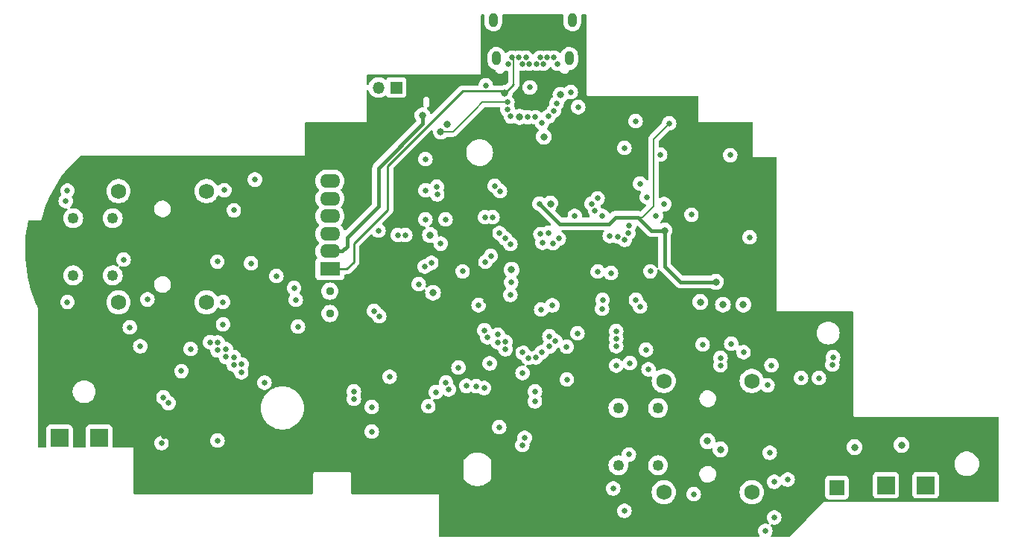
<source format=gbr>
G04 #@! TF.GenerationSoftware,KiCad,Pcbnew,7.0.2*
G04 #@! TF.CreationDate,2023-07-29T11:35:43-07:00*
G04 #@! TF.ProjectId,procon_gcc_main_pcb,70726f63-6f6e-45f6-9763-635f6d61696e,1*
G04 #@! TF.SameCoordinates,Original*
G04 #@! TF.FileFunction,Copper,L3,Inr*
G04 #@! TF.FilePolarity,Positive*
%FSLAX46Y46*%
G04 Gerber Fmt 4.6, Leading zero omitted, Abs format (unit mm)*
G04 Created by KiCad (PCBNEW 7.0.2) date 2023-07-29 11:35:43*
%MOMM*%
%LPD*%
G01*
G04 APERTURE LIST*
G04 #@! TA.AperFunction,ComponentPad*
%ADD10R,1.700000X1.700000*%
G04 #@! TD*
G04 #@! TA.AperFunction,ComponentPad*
%ADD11R,2.300000X1.600000*%
G04 #@! TD*
G04 #@! TA.AperFunction,ComponentPad*
%ADD12O,2.300000X1.600000*%
G04 #@! TD*
G04 #@! TA.AperFunction,ComponentPad*
%ADD13R,2.000000X2.000000*%
G04 #@! TD*
G04 #@! TA.AperFunction,ComponentPad*
%ADD14C,1.750000*%
G04 #@! TD*
G04 #@! TA.AperFunction,ComponentPad*
%ADD15C,1.250000*%
G04 #@! TD*
G04 #@! TA.AperFunction,ComponentPad*
%ADD16R,1.350000X1.350000*%
G04 #@! TD*
G04 #@! TA.AperFunction,ComponentPad*
%ADD17O,1.350000X1.350000*%
G04 #@! TD*
G04 #@! TA.AperFunction,ComponentPad*
%ADD18C,0.650000*%
G04 #@! TD*
G04 #@! TA.AperFunction,ComponentPad*
%ADD19O,1.000000X1.600000*%
G04 #@! TD*
G04 #@! TA.AperFunction,ViaPad*
%ADD20C,0.650000*%
G04 #@! TD*
G04 #@! TA.AperFunction,ViaPad*
%ADD21C,0.800000*%
G04 #@! TD*
G04 #@! TA.AperFunction,ViaPad*
%ADD22C,0.950000*%
G04 #@! TD*
G04 #@! TA.AperFunction,Conductor*
%ADD23C,0.400000*%
G04 #@! TD*
G04 #@! TA.AperFunction,Conductor*
%ADD24C,0.150000*%
G04 #@! TD*
G04 #@! TA.AperFunction,Conductor*
%ADD25C,0.250000*%
G04 #@! TD*
G04 #@! TA.AperFunction,Conductor*
%ADD26C,0.200000*%
G04 #@! TD*
G04 APERTURE END LIST*
D10*
X172983595Y-145804174D03*
D11*
X115400000Y-120950000D03*
D12*
X115400000Y-118950000D03*
X115400000Y-116950000D03*
X115400000Y-114950000D03*
X115400000Y-112950000D03*
X115400000Y-110950000D03*
D13*
X178562000Y-145542000D03*
X84675000Y-140125000D03*
D14*
X153320200Y-133697000D03*
X153320200Y-146347000D03*
X163320200Y-133697000D03*
X163320200Y-146347000D03*
D15*
X152670200Y-136772000D03*
X152670200Y-143272000D03*
X148170200Y-136772000D03*
X148170200Y-143272000D03*
D16*
X122920000Y-100330000D03*
D17*
X120920000Y-100330000D03*
D18*
X135660000Y-97625000D03*
X136060000Y-96925000D03*
X136860000Y-96925000D03*
X137260000Y-97625000D03*
X137660000Y-96925000D03*
X138060000Y-97625000D03*
X138860000Y-97625000D03*
X139260000Y-96925000D03*
X139660000Y-97625000D03*
X140060000Y-96925000D03*
X140860000Y-96925000D03*
X141260000Y-97625000D03*
D19*
X142950000Y-92635000D03*
X142590000Y-97025000D03*
X134330000Y-97025000D03*
X133970000Y-92635000D03*
D14*
X91377000Y-112107600D03*
X91377000Y-124757600D03*
X101377000Y-112107600D03*
X101377000Y-124757600D03*
D15*
X90727000Y-115182600D03*
X90727000Y-121682600D03*
X86227000Y-115182600D03*
X86227000Y-121682600D03*
D13*
X89175000Y-140125000D03*
X183062000Y-145542000D03*
D20*
X93726331Y-126862917D03*
X134620000Y-114046000D03*
X130562373Y-127876914D03*
X168667000Y-149234000D03*
X142970303Y-119602303D03*
X133110093Y-124574727D03*
X88535000Y-126744000D03*
X167905000Y-142630000D03*
X127054837Y-132259660D03*
X151395000Y-148980000D03*
X127985961Y-142771665D03*
X136906432Y-129527645D03*
X152146000Y-104394000D03*
D21*
X119634000Y-112870000D03*
D20*
X120142000Y-123698000D03*
X145288000Y-127762000D03*
D21*
X119634000Y-109456500D03*
D20*
X150125000Y-135772000D03*
D21*
X141478000Y-114046000D03*
X119634000Y-105967500D03*
X122428000Y-123952000D03*
D20*
X105020929Y-121684734D03*
X155702000Y-149352000D03*
X143500453Y-123854037D03*
X88027000Y-114298000D03*
X138675176Y-132700935D03*
X107208063Y-113292025D03*
X96520000Y-139954000D03*
X107037293Y-126541343D03*
X137028008Y-117460000D03*
X167894000Y-135890000D03*
X156718000Y-109982000D03*
X132588000Y-139700000D03*
X142748000Y-100838000D03*
X120904000Y-116586000D03*
X145804133Y-112938500D03*
X133096000Y-100076000D03*
X143221104Y-114944030D03*
D21*
X127107283Y-123666449D03*
D20*
X150114000Y-104140000D03*
X120142000Y-139446000D03*
X106417379Y-120315295D03*
X103267000Y-124712000D03*
X152908000Y-107950000D03*
X132295074Y-125071565D03*
X96251364Y-140759909D03*
X134620000Y-138938000D03*
X165873000Y-145170000D03*
D21*
X175006000Y-141224000D03*
X139700000Y-105918000D03*
D20*
X94658085Y-124431035D03*
X149481155Y-131664147D03*
X163068000Y-117348000D03*
X111760000Y-127508000D03*
X145825146Y-121260797D03*
D21*
X180340000Y-140970000D03*
D20*
X165365000Y-141868000D03*
X143510000Y-128270000D03*
X170942000Y-133350000D03*
X120142000Y-136652000D03*
X102600819Y-120120673D03*
X165558656Y-131908586D03*
X93841951Y-129753459D03*
X125476000Y-122682000D03*
X102616000Y-140462000D03*
D21*
X157480000Y-124714000D03*
D20*
X103395240Y-111997354D03*
X85578500Y-112054911D03*
D21*
X140462000Y-113538000D03*
D20*
X85578500Y-124712000D03*
X147585000Y-145932000D03*
X164857000Y-150758000D03*
X156718000Y-146558000D03*
X151788505Y-121225927D03*
X135988986Y-122489828D03*
X153924000Y-104394000D03*
X96486350Y-135568701D03*
X139192000Y-113538000D03*
X172466000Y-131826000D03*
D21*
X153416000Y-116586000D03*
X159258000Y-122428000D03*
D20*
X159766000Y-131064000D03*
X99568000Y-130048000D03*
X98532731Y-132568731D03*
X172548500Y-130980513D03*
X159750995Y-131913370D03*
X97059568Y-136218201D03*
D21*
X160046410Y-125022965D03*
D20*
X162376218Y-130414500D03*
D21*
X162368205Y-125022965D03*
X135250000Y-100950000D03*
X141600000Y-101150000D03*
D20*
X135889284Y-123917342D03*
X140655008Y-125103788D03*
D21*
X125910445Y-103485736D03*
X136951582Y-103667026D03*
D20*
X148844000Y-107188000D03*
X160871714Y-108012111D03*
X135560000Y-102010000D03*
X141150037Y-102109750D03*
D21*
X127988555Y-105343940D03*
D20*
X127552150Y-111614186D03*
X134112000Y-111506000D03*
X135580464Y-102859256D03*
X140859500Y-102955721D03*
X139490000Y-104340000D03*
X150169000Y-124460000D03*
D22*
X115399875Y-126024784D03*
D20*
X138725000Y-103700000D03*
X150622000Y-111252000D03*
X146370500Y-124460000D03*
X153388660Y-113593849D03*
X145127916Y-113538000D03*
X152443077Y-114896437D03*
X145521157Y-114366463D03*
X146355074Y-114943530D03*
X156457671Y-114790556D03*
X102638667Y-129310618D03*
X132954745Y-127933292D03*
X133288465Y-128714500D03*
X102597604Y-130199504D03*
X103612047Y-130088267D03*
X134468986Y-128424319D03*
X134455541Y-129285586D03*
X103587142Y-130960994D03*
X135349887Y-129239062D03*
X104475631Y-131002427D03*
X135343064Y-130093708D03*
X104464757Y-131861123D03*
X105359559Y-131816120D03*
X137299911Y-130464500D03*
X137922000Y-131064000D03*
X105322545Y-132700957D03*
X150622000Y-125222000D03*
X146304000Y-125476000D03*
X137875497Y-103700000D03*
X151384000Y-112776000D03*
X138110500Y-100325000D03*
D22*
X115393423Y-123482711D03*
D20*
X135952868Y-103627332D03*
X140240000Y-103600000D03*
X134712689Y-112106689D03*
X127585799Y-112489066D03*
X143600000Y-102550000D03*
X130460546Y-121226096D03*
X147320000Y-121412000D03*
X151584478Y-132387522D03*
X165106351Y-134191230D03*
X165873000Y-149234000D03*
X168910000Y-133350000D03*
X135890000Y-118110000D03*
X126238000Y-115316000D03*
X126238000Y-112014000D03*
X135289311Y-117485500D03*
X134671163Y-116886000D03*
X126238000Y-108458000D03*
X151308546Y-130152209D03*
X138773731Y-131031781D03*
X139438596Y-130432281D03*
X157734000Y-129540000D03*
X160988701Y-129462658D03*
X101789256Y-129298146D03*
X111506000Y-124460000D03*
X137515984Y-140168988D03*
D21*
X158289061Y-140543759D03*
D20*
X139405270Y-125570588D03*
X140316540Y-129785101D03*
X137247348Y-140974897D03*
D21*
X159766000Y-141478000D03*
D20*
X167397000Y-144916000D03*
X148855000Y-148472000D03*
X133858000Y-115062000D03*
X149384122Y-116050151D03*
X85375221Y-113236927D03*
X106869300Y-110801928D03*
X127987924Y-118081924D03*
X133008554Y-115071795D03*
X128524000Y-115316000D03*
X91948000Y-119888000D03*
X120396000Y-125730000D03*
X138684000Y-134874000D03*
X147919500Y-128016000D03*
X147198879Y-117213045D03*
X141404177Y-117497313D03*
X132000173Y-134288316D03*
X127432841Y-134967501D03*
X118110000Y-134882500D03*
X92662542Y-127596428D03*
X103267000Y-127252000D03*
X109315105Y-121762452D03*
X104473364Y-114290045D03*
X149352000Y-142063488D03*
X107962872Y-133883745D03*
D21*
X136030294Y-121057593D03*
X126766222Y-117099496D03*
X128751620Y-104486351D03*
D20*
X123102497Y-117094000D03*
X126167632Y-120689085D03*
X133072036Y-120142000D03*
X126910268Y-120276596D03*
X133671536Y-119468777D03*
X123952000Y-117094000D03*
X133548657Y-131702501D03*
X140340984Y-128624884D03*
X148873233Y-117647016D03*
X122174000Y-133233500D03*
X142305553Y-129811740D03*
X130005677Y-132178963D03*
X142311493Y-133531152D03*
X147919500Y-129744441D03*
X140205307Y-116837159D03*
X126573027Y-136571982D03*
X120996689Y-126330689D03*
X139525184Y-117975142D03*
X138671220Y-136025083D03*
X148109237Y-117275581D03*
X130887178Y-134256953D03*
X128906167Y-134655907D03*
X118110000Y-135732003D03*
X147919500Y-128865503D03*
X140747854Y-118036659D03*
X111320153Y-123112063D03*
X139325404Y-117003791D03*
X149293981Y-116894857D03*
X147919500Y-131948063D03*
X137283380Y-132782656D03*
X141035477Y-129161171D03*
X132908956Y-134502055D03*
X128588745Y-133855475D03*
D23*
X147066000Y-115824000D02*
X147828000Y-115062000D01*
X141478000Y-115824000D02*
X147066000Y-115824000D01*
D24*
X152146000Y-106172000D02*
X152146000Y-113792000D01*
D23*
X151892000Y-116586000D02*
X153416000Y-116586000D01*
X139192000Y-113538000D02*
X141478000Y-115824000D01*
X153416000Y-116586000D02*
X153416000Y-120650000D01*
X153416000Y-120650000D02*
X155194000Y-122428000D01*
D24*
X150876000Y-115062000D02*
X150368000Y-115062000D01*
D23*
X155194000Y-122428000D02*
X159258000Y-122428000D01*
X147828000Y-115062000D02*
X150368000Y-115062000D01*
D24*
X152146000Y-113792000D02*
X150876000Y-115062000D01*
X153924000Y-104394000D02*
X152146000Y-106172000D01*
D23*
X150368000Y-115062000D02*
X151892000Y-116586000D01*
D25*
X130484499Y-100729155D02*
X121985000Y-109228654D01*
X135300000Y-100950000D02*
X135250000Y-100950000D01*
X115400000Y-120950000D02*
X117302000Y-120950000D01*
D26*
X136289295Y-97378389D02*
X136289295Y-99960705D01*
D25*
X117302000Y-120950000D02*
X118110000Y-120142000D01*
X135029155Y-100729155D02*
X130484499Y-100729155D01*
D26*
X136268948Y-97133948D02*
X136268948Y-97358042D01*
D25*
X121985000Y-109228654D02*
X121985000Y-114215000D01*
X135250000Y-100950000D02*
X135029155Y-100729155D01*
X136289295Y-99960705D02*
X135300000Y-100950000D01*
X121985000Y-114215000D02*
X118110000Y-118090000D01*
D26*
X136268948Y-97358042D02*
X136289295Y-97378389D01*
X136060000Y-96925000D02*
X136268948Y-97133948D01*
D25*
X118110000Y-118090000D02*
X118110000Y-120142000D01*
D23*
X125910445Y-104467555D02*
X120904000Y-109474000D01*
X120904000Y-113792000D02*
X117348000Y-117348000D01*
X117348000Y-118364000D02*
X116762000Y-118950000D01*
X125910445Y-103485736D02*
X125910445Y-104467555D01*
X116762000Y-118950000D02*
X115400000Y-118950000D01*
X120904000Y-109474000D02*
X120904000Y-113792000D01*
X117348000Y-117348000D02*
X117348000Y-118364000D01*
D24*
X135560000Y-102010000D02*
X132685911Y-102010000D01*
X132685911Y-102010000D02*
X131902879Y-102793032D01*
X131902879Y-102793032D02*
X129351971Y-105343940D01*
X129351971Y-105343940D02*
X127988555Y-105343940D01*
G04 #@! TA.AperFunction,Conductor*
G36*
X132929348Y-92034543D02*
G01*
X132975103Y-92087347D01*
X132985047Y-92156505D01*
X132983776Y-92163788D01*
X132974940Y-92206784D01*
X132969499Y-92233261D01*
X132969500Y-92982600D01*
X132969500Y-92985742D01*
X132969816Y-92988853D01*
X132969817Y-92988865D01*
X132984926Y-93137440D01*
X133015868Y-93236058D01*
X133045841Y-93331588D01*
X133144591Y-93509502D01*
X133277134Y-93663895D01*
X133438042Y-93788448D01*
X133620729Y-93878060D01*
X133817715Y-93929063D01*
X134020936Y-93939369D01*
X134020936Y-93939368D01*
X134020937Y-93939369D01*
X134222071Y-93908556D01*
X134304413Y-93878060D01*
X134412887Y-93837886D01*
X134585571Y-93730252D01*
X134733053Y-93590059D01*
X134849295Y-93423049D01*
X134929540Y-93236058D01*
X134970500Y-93036741D01*
X134970500Y-92284258D01*
X134956989Y-92151403D01*
X134969792Y-92082716D01*
X135017696Y-92031854D01*
X135080354Y-92014858D01*
X141842309Y-92014858D01*
X141909348Y-92034543D01*
X141955103Y-92087347D01*
X141965047Y-92156505D01*
X141963776Y-92163788D01*
X141949500Y-92233259D01*
X141949500Y-92985742D01*
X141949816Y-92988853D01*
X141949817Y-92988865D01*
X141964926Y-93137440D01*
X141995868Y-93236058D01*
X142025841Y-93331588D01*
X142124591Y-93509502D01*
X142257134Y-93663895D01*
X142418042Y-93788448D01*
X142600729Y-93878060D01*
X142797715Y-93929063D01*
X143000936Y-93939369D01*
X143000936Y-93939368D01*
X143000937Y-93939369D01*
X143202071Y-93908556D01*
X143284413Y-93878060D01*
X143392887Y-93837886D01*
X143565571Y-93730252D01*
X143713053Y-93590059D01*
X143829295Y-93423049D01*
X143909540Y-93236058D01*
X143950500Y-93036741D01*
X143950500Y-92284258D01*
X143936989Y-92151403D01*
X143949792Y-92082716D01*
X143997696Y-92031854D01*
X144060354Y-92014858D01*
X144431725Y-92014858D01*
X144498764Y-92034543D01*
X144544519Y-92087347D01*
X144555725Y-92138858D01*
X144555725Y-101078220D01*
X144551500Y-101110311D01*
X144550416Y-101114356D01*
X144550416Y-101114357D01*
X144550416Y-101114358D01*
X144555725Y-101134171D01*
X144555725Y-101134172D01*
X144571290Y-101192262D01*
X144628320Y-101249293D01*
X144706225Y-101270167D01*
X144710271Y-101269082D01*
X144742363Y-101264858D01*
X157131725Y-101264858D01*
X157198764Y-101284543D01*
X157244519Y-101337347D01*
X157255725Y-101388858D01*
X157255725Y-104078220D01*
X157251500Y-104110311D01*
X157250416Y-104114356D01*
X157250416Y-104114357D01*
X157250416Y-104114358D01*
X157255725Y-104134171D01*
X157255725Y-104134172D01*
X157271290Y-104192262D01*
X157328320Y-104249293D01*
X157406225Y-104270167D01*
X157410271Y-104269082D01*
X157442363Y-104264858D01*
X163331725Y-104264858D01*
X163398764Y-104284543D01*
X163444519Y-104337347D01*
X163455725Y-104388858D01*
X163455725Y-108078220D01*
X163451500Y-108110311D01*
X163450416Y-108114356D01*
X163450416Y-108114357D01*
X163450416Y-108114358D01*
X163455725Y-108134171D01*
X163455725Y-108134172D01*
X163471290Y-108192262D01*
X163528320Y-108249293D01*
X163606225Y-108270167D01*
X163610271Y-108269082D01*
X163642363Y-108264858D01*
X166031725Y-108264858D01*
X166098764Y-108284543D01*
X166144519Y-108337347D01*
X166155725Y-108388858D01*
X166155725Y-125578220D01*
X166151500Y-125610311D01*
X166150416Y-125614356D01*
X166150416Y-125614357D01*
X166150416Y-125614358D01*
X166155725Y-125634171D01*
X166155725Y-125634172D01*
X166159585Y-125648579D01*
X166170257Y-125688410D01*
X166171290Y-125692262D01*
X166228320Y-125749293D01*
X166306225Y-125770167D01*
X166310271Y-125769082D01*
X166342363Y-125764858D01*
X174731725Y-125764858D01*
X174798764Y-125784543D01*
X174844519Y-125837347D01*
X174855725Y-125888858D01*
X174855725Y-137578219D01*
X174851500Y-137610310D01*
X174850416Y-137614355D01*
X174850416Y-137614356D01*
X174855725Y-137634170D01*
X174868647Y-137682399D01*
X174871290Y-137692261D01*
X174928320Y-137749292D01*
X175006225Y-137770166D01*
X175010271Y-137769081D01*
X175042363Y-137764857D01*
X191281725Y-137764857D01*
X191348764Y-137784542D01*
X191394519Y-137837346D01*
X191405725Y-137888857D01*
X191405725Y-147339857D01*
X191386040Y-147406896D01*
X191333236Y-147452651D01*
X191281725Y-147463857D01*
X171612134Y-147463857D01*
X171606915Y-147463203D01*
X171555307Y-147463857D01*
X171523216Y-147463857D01*
X171519971Y-147464304D01*
X171513996Y-147464379D01*
X171513993Y-147464380D01*
X171511910Y-147465619D01*
X171480663Y-147478794D01*
X171478324Y-147479420D01*
X171478320Y-147479423D01*
X171474089Y-147483654D01*
X171471506Y-147485663D01*
X171462299Y-147495105D01*
X171462299Y-147495106D01*
X171449137Y-147508605D01*
X171430889Y-147526852D01*
X171412639Y-147545102D01*
X171409460Y-147549298D01*
X167629267Y-151426421D01*
X167568373Y-151460680D01*
X167540483Y-151463857D01*
X165610772Y-151463857D01*
X165543733Y-151444172D01*
X165497978Y-151391368D01*
X165488034Y-151322210D01*
X165517059Y-151258654D01*
X165518621Y-151256885D01*
X165528522Y-151245889D01*
X165615286Y-151095611D01*
X165668908Y-150930576D01*
X165687047Y-150758000D01*
X165668908Y-150585424D01*
X165615286Y-150420389D01*
X165528522Y-150270111D01*
X165488369Y-150225516D01*
X165458139Y-150162525D01*
X165466764Y-150093189D01*
X165511506Y-150039524D01*
X165578158Y-150018566D01*
X165606300Y-150021254D01*
X165786234Y-150059500D01*
X165786236Y-150059500D01*
X165959766Y-150059500D01*
X166129496Y-150023423D01*
X166129497Y-150023422D01*
X166129499Y-150023422D01*
X166288024Y-149952842D01*
X166428410Y-149850845D01*
X166544522Y-149721889D01*
X166631286Y-149571611D01*
X166684908Y-149406576D01*
X166703047Y-149234000D01*
X166684908Y-149061424D01*
X166631286Y-148896389D01*
X166544522Y-148746111D01*
X166428410Y-148617155D01*
X166288024Y-148515158D01*
X166288023Y-148515157D01*
X166129496Y-148444576D01*
X165959766Y-148408500D01*
X165959764Y-148408500D01*
X165786236Y-148408500D01*
X165786234Y-148408500D01*
X165616505Y-148444576D01*
X165457975Y-148515158D01*
X165317589Y-148617156D01*
X165201477Y-148746111D01*
X165114713Y-148896389D01*
X165061093Y-149061420D01*
X165061092Y-149061424D01*
X165042953Y-149234000D01*
X165061092Y-149406576D01*
X165061093Y-149406579D01*
X165114713Y-149571610D01*
X165201477Y-149721888D01*
X165241630Y-149766483D01*
X165271860Y-149829474D01*
X165263235Y-149898810D01*
X165218493Y-149952475D01*
X165151841Y-149973433D01*
X165123700Y-149970745D01*
X164943767Y-149932500D01*
X164943764Y-149932500D01*
X164770236Y-149932500D01*
X164770234Y-149932500D01*
X164600505Y-149968576D01*
X164441975Y-150039158D01*
X164301589Y-150141156D01*
X164185477Y-150270111D01*
X164098713Y-150420389D01*
X164045093Y-150585420D01*
X164045092Y-150585424D01*
X164026953Y-150758000D01*
X164045092Y-150930576D01*
X164045093Y-150930579D01*
X164098713Y-151095610D01*
X164185475Y-151245886D01*
X164195379Y-151256885D01*
X164225608Y-151319877D01*
X164216982Y-151389212D01*
X164172241Y-151442878D01*
X164105588Y-151463835D01*
X164103228Y-151463857D01*
X127930726Y-151463857D01*
X127863687Y-151444172D01*
X127817932Y-151391368D01*
X127806726Y-151339857D01*
X127806726Y-148472000D01*
X148024953Y-148472000D01*
X148043092Y-148644576D01*
X148043093Y-148644579D01*
X148096713Y-148809610D01*
X148146816Y-148896389D01*
X148183478Y-148959889D01*
X148299590Y-149088845D01*
X148439975Y-149190841D01*
X148439976Y-149190842D01*
X148598503Y-149261423D01*
X148768234Y-149297500D01*
X148768236Y-149297500D01*
X148941766Y-149297500D01*
X149111496Y-149261423D01*
X149111497Y-149261422D01*
X149111499Y-149261422D01*
X149270024Y-149190842D01*
X149410410Y-149088845D01*
X149526522Y-148959889D01*
X149613286Y-148809611D01*
X149666908Y-148644576D01*
X149685047Y-148472000D01*
X149666908Y-148299424D01*
X149613286Y-148134389D01*
X149526522Y-147984111D01*
X149410410Y-147855155D01*
X149270024Y-147753158D01*
X149270023Y-147753157D01*
X149111496Y-147682576D01*
X148941766Y-147646500D01*
X148941764Y-147646500D01*
X148768236Y-147646500D01*
X148768234Y-147646500D01*
X148598505Y-147682576D01*
X148439975Y-147753158D01*
X148299589Y-147855156D01*
X148183477Y-147984111D01*
X148096713Y-148134389D01*
X148043093Y-148299420D01*
X148043092Y-148299424D01*
X148024953Y-148472000D01*
X127806726Y-148472000D01*
X127806726Y-146750495D01*
X127810951Y-146718402D01*
X127812035Y-146714356D01*
X127791161Y-146636452D01*
X127782238Y-146627530D01*
X127782236Y-146627528D01*
X127734131Y-146579422D01*
X127734129Y-146579421D01*
X127656227Y-146558548D01*
X127656226Y-146558548D01*
X127652179Y-146559632D01*
X127620088Y-146563857D01*
X117930726Y-146563857D01*
X117863687Y-146544172D01*
X117817932Y-146491368D01*
X117806726Y-146439857D01*
X117806726Y-145932000D01*
X146754953Y-145932000D01*
X146773092Y-146104576D01*
X146773093Y-146104579D01*
X146826713Y-146269610D01*
X146826714Y-146269611D01*
X146913478Y-146419889D01*
X147029590Y-146548845D01*
X147168106Y-146649483D01*
X147169976Y-146650842D01*
X147328503Y-146721423D01*
X147498234Y-146757500D01*
X147498236Y-146757500D01*
X147671766Y-146757500D01*
X147841496Y-146721423D01*
X147841497Y-146721422D01*
X147841499Y-146721422D01*
X148000024Y-146650842D01*
X148140410Y-146548845D01*
X148256522Y-146419889D01*
X148298605Y-146347000D01*
X151939985Y-146347000D01*
X151958809Y-146574170D01*
X151958809Y-146574172D01*
X151958810Y-146574176D01*
X152014770Y-146795155D01*
X152014771Y-146795158D01*
X152106336Y-147003906D01*
X152106338Y-147003909D01*
X152231017Y-147194745D01*
X152385406Y-147362456D01*
X152565294Y-147502469D01*
X152765774Y-147610963D01*
X152819674Y-147629467D01*
X152981374Y-147684980D01*
X153206223Y-147722500D01*
X153434177Y-147722500D01*
X153659025Y-147684980D01*
X153771111Y-147646500D01*
X153874626Y-147610963D01*
X154075106Y-147502469D01*
X154254994Y-147362456D01*
X154409383Y-147194745D01*
X154534062Y-147003909D01*
X154625630Y-146795155D01*
X154681590Y-146574176D01*
X154682930Y-146558000D01*
X155887953Y-146558000D01*
X155906092Y-146730576D01*
X155906093Y-146730579D01*
X155959713Y-146895610D01*
X156044521Y-147042499D01*
X156046478Y-147045889D01*
X156162590Y-147174845D01*
X156302976Y-147276841D01*
X156302976Y-147276842D01*
X156461503Y-147347423D01*
X156631234Y-147383500D01*
X156631236Y-147383500D01*
X156804766Y-147383500D01*
X156974496Y-147347423D01*
X156974497Y-147347422D01*
X156974499Y-147347422D01*
X157133024Y-147276842D01*
X157273410Y-147174845D01*
X157389522Y-147045889D01*
X157476286Y-146895611D01*
X157529908Y-146730576D01*
X157548047Y-146558000D01*
X157529908Y-146385424D01*
X157517424Y-146347000D01*
X161939985Y-146347000D01*
X161958809Y-146574170D01*
X161958809Y-146574172D01*
X161958810Y-146574176D01*
X162014770Y-146795155D01*
X162014771Y-146795158D01*
X162106336Y-147003906D01*
X162106338Y-147003909D01*
X162231017Y-147194745D01*
X162385406Y-147362456D01*
X162565294Y-147502469D01*
X162765774Y-147610963D01*
X162819674Y-147629467D01*
X162981374Y-147684980D01*
X163206223Y-147722500D01*
X163434177Y-147722500D01*
X163659025Y-147684980D01*
X163771111Y-147646500D01*
X163874626Y-147610963D01*
X164075106Y-147502469D01*
X164254994Y-147362456D01*
X164409383Y-147194745D01*
X164534062Y-147003909D01*
X164625630Y-146795155D01*
X164650043Y-146698752D01*
X171633095Y-146698752D01*
X171633096Y-146702046D01*
X171633448Y-146705326D01*
X171633449Y-146705333D01*
X171639504Y-146761658D01*
X171650919Y-146792262D01*
X171689799Y-146896505D01*
X171776049Y-147011720D01*
X171891264Y-147097970D01*
X172026112Y-147148265D01*
X172085722Y-147154674D01*
X173881467Y-147154673D01*
X173941078Y-147148265D01*
X174075926Y-147097970D01*
X174191141Y-147011720D01*
X174277391Y-146896505D01*
X174327686Y-146761657D01*
X174334095Y-146702047D01*
X174334095Y-146586578D01*
X177061500Y-146586578D01*
X177061501Y-146589872D01*
X177067909Y-146649483D01*
X177118204Y-146784331D01*
X177204454Y-146899546D01*
X177319669Y-146985796D01*
X177454517Y-147036091D01*
X177514127Y-147042500D01*
X179609872Y-147042499D01*
X179669483Y-147036091D01*
X179804331Y-146985796D01*
X179919546Y-146899546D01*
X180005796Y-146784331D01*
X180056091Y-146649483D01*
X180062500Y-146589873D01*
X180062500Y-146586578D01*
X181561500Y-146586578D01*
X181561501Y-146589872D01*
X181567909Y-146649483D01*
X181618204Y-146784331D01*
X181704454Y-146899546D01*
X181819669Y-146985796D01*
X181954517Y-147036091D01*
X182014127Y-147042500D01*
X184109872Y-147042499D01*
X184169483Y-147036091D01*
X184304331Y-146985796D01*
X184419546Y-146899546D01*
X184505796Y-146784331D01*
X184556091Y-146649483D01*
X184562500Y-146589873D01*
X184562499Y-144494128D01*
X184556091Y-144434517D01*
X184505796Y-144299669D01*
X184419546Y-144184454D01*
X184304331Y-144098204D01*
X184169483Y-144047909D01*
X184109873Y-144041500D01*
X184106550Y-144041500D01*
X182017439Y-144041500D01*
X182017420Y-144041500D01*
X182014128Y-144041501D01*
X182010848Y-144041853D01*
X182010840Y-144041854D01*
X181954515Y-144047909D01*
X181819669Y-144098204D01*
X181704454Y-144184454D01*
X181618204Y-144299668D01*
X181567909Y-144434516D01*
X181564452Y-144466674D01*
X181561500Y-144494127D01*
X181561500Y-144497448D01*
X181561500Y-144497449D01*
X181561500Y-146586560D01*
X181561500Y-146586578D01*
X180062500Y-146586578D01*
X180062499Y-144494128D01*
X180056091Y-144434517D01*
X180005796Y-144299669D01*
X179919546Y-144184454D01*
X179804331Y-144098204D01*
X179669483Y-144047909D01*
X179609873Y-144041500D01*
X179606550Y-144041500D01*
X177517439Y-144041500D01*
X177517420Y-144041500D01*
X177514128Y-144041501D01*
X177510848Y-144041853D01*
X177510840Y-144041854D01*
X177454515Y-144047909D01*
X177319669Y-144098204D01*
X177204454Y-144184454D01*
X177118204Y-144299668D01*
X177067909Y-144434516D01*
X177064452Y-144466674D01*
X177061500Y-144494127D01*
X177061500Y-144497448D01*
X177061500Y-144497449D01*
X177061500Y-146586560D01*
X177061500Y-146586578D01*
X174334095Y-146586578D01*
X174334094Y-144906302D01*
X174327686Y-144846691D01*
X174277391Y-144711843D01*
X174191141Y-144596628D01*
X174075926Y-144510378D01*
X173941078Y-144460083D01*
X173881468Y-144453674D01*
X173878145Y-144453674D01*
X172089034Y-144453674D01*
X172089015Y-144453674D01*
X172085723Y-144453675D01*
X172082443Y-144454027D01*
X172082435Y-144454028D01*
X172026110Y-144460083D01*
X171891264Y-144510378D01*
X171776049Y-144596628D01*
X171689799Y-144711842D01*
X171639504Y-144846690D01*
X171635721Y-144881881D01*
X171633095Y-144906301D01*
X171633095Y-144909622D01*
X171633095Y-144909623D01*
X171633095Y-146698734D01*
X171633095Y-146698752D01*
X164650043Y-146698752D01*
X164681590Y-146574176D01*
X164700414Y-146347000D01*
X164681590Y-146119824D01*
X164625630Y-145898845D01*
X164534062Y-145690091D01*
X164409383Y-145499255D01*
X164254994Y-145331544D01*
X164075106Y-145191531D01*
X164035320Y-145170000D01*
X165042953Y-145170000D01*
X165061092Y-145342576D01*
X165061093Y-145342579D01*
X165114713Y-145507610D01*
X165188172Y-145634842D01*
X165201478Y-145657889D01*
X165317590Y-145786845D01*
X165457975Y-145888842D01*
X165457976Y-145888842D01*
X165616503Y-145959423D01*
X165786234Y-145995500D01*
X165786236Y-145995500D01*
X165959766Y-145995500D01*
X166129496Y-145959423D01*
X166129497Y-145959422D01*
X166129499Y-145959422D01*
X166288024Y-145888842D01*
X166428410Y-145786845D01*
X166544522Y-145657889D01*
X166619238Y-145528477D01*
X166669805Y-145480262D01*
X166738412Y-145467039D01*
X166803277Y-145493007D01*
X166818767Y-145507498D01*
X166841590Y-145532845D01*
X166926298Y-145594389D01*
X166981976Y-145634842D01*
X167140503Y-145705423D01*
X167310234Y-145741500D01*
X167310236Y-145741500D01*
X167483766Y-145741500D01*
X167653496Y-145705423D01*
X167653497Y-145705422D01*
X167653499Y-145705422D01*
X167812024Y-145634842D01*
X167952410Y-145532845D01*
X168068522Y-145403889D01*
X168155286Y-145253611D01*
X168208908Y-145088576D01*
X168227047Y-144916000D01*
X168208908Y-144743424D01*
X168155286Y-144578389D01*
X168068522Y-144428111D01*
X167952410Y-144299155D01*
X167812024Y-144197158D01*
X167812023Y-144197157D01*
X167653496Y-144126576D01*
X167483766Y-144090500D01*
X167483764Y-144090500D01*
X167310236Y-144090500D01*
X167310234Y-144090500D01*
X167140505Y-144126576D01*
X166981975Y-144197158D01*
X166876752Y-144273608D01*
X166859050Y-144286470D01*
X166841589Y-144299156D01*
X166725478Y-144428109D01*
X166650761Y-144557522D01*
X166600193Y-144605737D01*
X166531586Y-144618959D01*
X166466721Y-144592991D01*
X166451224Y-144578493D01*
X166428410Y-144553155D01*
X166300308Y-144460083D01*
X166288023Y-144451157D01*
X166129496Y-144380576D01*
X165959766Y-144344500D01*
X165959764Y-144344500D01*
X165786236Y-144344500D01*
X165786234Y-144344500D01*
X165616505Y-144380576D01*
X165457975Y-144451158D01*
X165317589Y-144553156D01*
X165201477Y-144682111D01*
X165114713Y-144832389D01*
X165061093Y-144997420D01*
X165061092Y-144997424D01*
X165042953Y-145170000D01*
X164035320Y-145170000D01*
X163874626Y-145083037D01*
X163874625Y-145083036D01*
X163874624Y-145083036D01*
X163659025Y-145009019D01*
X163434177Y-144971500D01*
X163206223Y-144971500D01*
X162981374Y-145009019D01*
X162765775Y-145083036D01*
X162723048Y-145106159D01*
X162565294Y-145191531D01*
X162565292Y-145191532D01*
X162565291Y-145191533D01*
X162385409Y-145331541D01*
X162385406Y-145331543D01*
X162385406Y-145331544D01*
X162231017Y-145499255D01*
X162225558Y-145507611D01*
X162106336Y-145690093D01*
X162014771Y-145898841D01*
X162014769Y-145898845D01*
X162014770Y-145898845D01*
X161962672Y-146104576D01*
X161958809Y-146119829D01*
X161939985Y-146347000D01*
X157517424Y-146347000D01*
X157476286Y-146220389D01*
X157389522Y-146070111D01*
X157273410Y-145941155D01*
X157133024Y-145839158D01*
X157133023Y-145839157D01*
X156974496Y-145768576D01*
X156804766Y-145732500D01*
X156804764Y-145732500D01*
X156631236Y-145732500D01*
X156631234Y-145732500D01*
X156461505Y-145768576D01*
X156302975Y-145839158D01*
X156162589Y-145941156D01*
X156046477Y-146070111D01*
X155959713Y-146220389D01*
X155918576Y-146347000D01*
X155906092Y-146385424D01*
X155887953Y-146558000D01*
X154682930Y-146558000D01*
X154700414Y-146347000D01*
X154681590Y-146119824D01*
X154625630Y-145898845D01*
X154534062Y-145690091D01*
X154409383Y-145499255D01*
X154254994Y-145331544D01*
X154075106Y-145191531D01*
X153874626Y-145083037D01*
X153874625Y-145083036D01*
X153874624Y-145083036D01*
X153659025Y-145009019D01*
X153434177Y-144971500D01*
X153206223Y-144971500D01*
X152981374Y-145009019D01*
X152765775Y-145083036D01*
X152723048Y-145106159D01*
X152565294Y-145191531D01*
X152565292Y-145191532D01*
X152565291Y-145191533D01*
X152385409Y-145331541D01*
X152385406Y-145331543D01*
X152385406Y-145331544D01*
X152231017Y-145499255D01*
X152225558Y-145507611D01*
X152106336Y-145690093D01*
X152014771Y-145898841D01*
X152014769Y-145898845D01*
X152014770Y-145898845D01*
X151962672Y-146104576D01*
X151958809Y-146119829D01*
X151939985Y-146347000D01*
X148298605Y-146347000D01*
X148343286Y-146269611D01*
X148396908Y-146104576D01*
X148415047Y-145932000D01*
X148396908Y-145759424D01*
X148343286Y-145594389D01*
X148256522Y-145444111D01*
X148140410Y-145315155D01*
X148000024Y-145213158D01*
X148000023Y-145213157D01*
X147841496Y-145142576D01*
X147671766Y-145106500D01*
X147671764Y-145106500D01*
X147498236Y-145106500D01*
X147498234Y-145106500D01*
X147328505Y-145142576D01*
X147169975Y-145213158D01*
X147029589Y-145315156D01*
X146913477Y-145444111D01*
X146826713Y-145594389D01*
X146773093Y-145759420D01*
X146773092Y-145759424D01*
X146754953Y-145932000D01*
X117806726Y-145932000D01*
X117806726Y-144795135D01*
X130601868Y-144795135D01*
X130603385Y-144802829D01*
X130604654Y-144815818D01*
X130608475Y-144830080D01*
X130610354Y-144838170D01*
X130616582Y-144869748D01*
X130621289Y-144877901D01*
X130621290Y-144877902D01*
X130621291Y-144877904D01*
X130635955Y-144892568D01*
X130647514Y-144905904D01*
X130711406Y-144991202D01*
X130888007Y-145171165D01*
X130891236Y-145173683D01*
X130891238Y-145173685D01*
X131069896Y-145313017D01*
X131086831Y-145326224D01*
X131304394Y-145453664D01*
X131536883Y-145551250D01*
X131780226Y-145617274D01*
X132030156Y-145650577D01*
X132034258Y-145650577D01*
X132278194Y-145650577D01*
X132282296Y-145650577D01*
X132532226Y-145617274D01*
X132775569Y-145551250D01*
X133008058Y-145453664D01*
X133225621Y-145326224D01*
X133424445Y-145171165D01*
X133601046Y-144991202D01*
X133657375Y-144916000D01*
X133664936Y-144905906D01*
X133676495Y-144892568D01*
X133691161Y-144877904D01*
X133691161Y-144877900D01*
X133695868Y-144869749D01*
X133697233Y-144862821D01*
X133697236Y-144862819D01*
X133702106Y-144838117D01*
X133703970Y-144830097D01*
X133706726Y-144819814D01*
X133706726Y-144819807D01*
X133707800Y-144815799D01*
X133709069Y-144802814D01*
X133710583Y-144795136D01*
X133706726Y-144764937D01*
X133706726Y-143271999D01*
X147039878Y-143271999D01*
X147059123Y-143479698D01*
X147116205Y-143680319D01*
X147209178Y-143867035D01*
X147334882Y-144033494D01*
X147489026Y-144174014D01*
X147489028Y-144174015D01*
X147489029Y-144174016D01*
X147666372Y-144283823D01*
X147860873Y-144359173D01*
X148065907Y-144397500D01*
X148065909Y-144397500D01*
X148274491Y-144397500D01*
X148274493Y-144397500D01*
X148479527Y-144359173D01*
X148674028Y-144283823D01*
X148851371Y-144174016D01*
X149005518Y-144033493D01*
X149131219Y-143867038D01*
X149131219Y-143867036D01*
X149131221Y-143867035D01*
X149224194Y-143680319D01*
X149281276Y-143479698D01*
X149289944Y-143386155D01*
X149300522Y-143272000D01*
X149300522Y-143271999D01*
X151539878Y-143271999D01*
X151559123Y-143479698D01*
X151616205Y-143680319D01*
X151709178Y-143867035D01*
X151834882Y-144033494D01*
X151989026Y-144174014D01*
X151989028Y-144174015D01*
X151989029Y-144174016D01*
X152166372Y-144283823D01*
X152360873Y-144359173D01*
X152565907Y-144397500D01*
X152565909Y-144397500D01*
X152774491Y-144397500D01*
X152774493Y-144397500D01*
X152919515Y-144370391D01*
X157366023Y-144370391D01*
X157395296Y-144561474D01*
X157462435Y-144742752D01*
X157564688Y-144906803D01*
X157564689Y-144906804D01*
X157564691Y-144906807D01*
X157697877Y-145046919D01*
X157856542Y-145157353D01*
X158034188Y-145233587D01*
X158223544Y-145272500D01*
X158223545Y-145272500D01*
X158365264Y-145272500D01*
X158368406Y-145272500D01*
X158512521Y-145257845D01*
X158696968Y-145199974D01*
X158865991Y-145106159D01*
X159012668Y-144980240D01*
X159091884Y-144877901D01*
X159130995Y-144827375D01*
X159143043Y-144802814D01*
X159216130Y-144653816D01*
X159264585Y-144466674D01*
X159274376Y-144273610D01*
X159270834Y-144250491D01*
X159245103Y-144082525D01*
X159177964Y-143901247D01*
X159075711Y-143737196D01*
X159075710Y-143737195D01*
X159075709Y-143737193D01*
X158942523Y-143597081D01*
X158942522Y-143597080D01*
X158942521Y-143597079D01*
X158783858Y-143486647D01*
X158606211Y-143410412D01*
X158455767Y-143379496D01*
X158416856Y-143371500D01*
X158271994Y-143371500D01*
X158268883Y-143371816D01*
X158268870Y-143371817D01*
X158127876Y-143386155D01*
X157943432Y-143444026D01*
X157774411Y-143537839D01*
X157774408Y-143537841D01*
X157774409Y-143537841D01*
X157705406Y-143597079D01*
X157627729Y-143663763D01*
X157509404Y-143816624D01*
X157424270Y-143990183D01*
X157375815Y-144177327D01*
X157366023Y-144370391D01*
X152919515Y-144370391D01*
X152979527Y-144359173D01*
X153174028Y-144283823D01*
X153351371Y-144174016D01*
X153505518Y-144033493D01*
X153631219Y-143867038D01*
X153631219Y-143867036D01*
X153631221Y-143867035D01*
X153724194Y-143680319D01*
X153781276Y-143479698D01*
X153789944Y-143386155D01*
X153800522Y-143272000D01*
X153785510Y-143109999D01*
X186344699Y-143109999D01*
X186363865Y-143341299D01*
X186363865Y-143341301D01*
X186363866Y-143341305D01*
X186400672Y-143486647D01*
X186420844Y-143566303D01*
X186474582Y-143688812D01*
X186514076Y-143778849D01*
X186641021Y-143973153D01*
X186798216Y-144143913D01*
X186981374Y-144286470D01*
X187185497Y-144396936D01*
X187276301Y-144428109D01*
X187405015Y-144472297D01*
X187405017Y-144472297D01*
X187405019Y-144472298D01*
X187633951Y-144510500D01*
X187633952Y-144510500D01*
X187866048Y-144510500D01*
X187866049Y-144510500D01*
X188094981Y-144472298D01*
X188314503Y-144396936D01*
X188518626Y-144286470D01*
X188701784Y-144143913D01*
X188858979Y-143973153D01*
X188985924Y-143778849D01*
X189079157Y-143566300D01*
X189136134Y-143341305D01*
X189155300Y-143110000D01*
X189136134Y-142878695D01*
X189079157Y-142653700D01*
X188985924Y-142441151D01*
X188858979Y-142246847D01*
X188701784Y-142076087D01*
X188518626Y-141933530D01*
X188314503Y-141823064D01*
X188314499Y-141823062D01*
X188314498Y-141823062D01*
X188094984Y-141747702D01*
X187923281Y-141719050D01*
X187866049Y-141709500D01*
X187633951Y-141709500D01*
X187588164Y-141717140D01*
X187405015Y-141747702D01*
X187185501Y-141823062D01*
X187185497Y-141823063D01*
X187185497Y-141823064D01*
X187142590Y-141846284D01*
X186981372Y-141933531D01*
X186798215Y-142076087D01*
X186641020Y-142246848D01*
X186514076Y-142441150D01*
X186420844Y-142653696D01*
X186420842Y-142653700D01*
X186420843Y-142653700D01*
X186367669Y-142863680D01*
X186363865Y-142878700D01*
X186344699Y-143109999D01*
X153785510Y-143109999D01*
X153785462Y-143109480D01*
X153781276Y-143064301D01*
X153724194Y-142863680D01*
X153631221Y-142676964D01*
X153505517Y-142510505D01*
X153351373Y-142369985D01*
X153174027Y-142260176D01*
X152979528Y-142184827D01*
X152876563Y-142165580D01*
X152774493Y-142146500D01*
X152565907Y-142146500D01*
X152486990Y-142161252D01*
X152360871Y-142184827D01*
X152166372Y-142260176D01*
X151989026Y-142369985D01*
X151834882Y-142510505D01*
X151709178Y-142676964D01*
X151616205Y-142863680D01*
X151559123Y-143064301D01*
X151539878Y-143271999D01*
X149300522Y-143271999D01*
X149281276Y-143064304D01*
X149276330Y-143046920D01*
X149276918Y-142977054D01*
X149315185Y-142918596D01*
X149378982Y-142890106D01*
X149395597Y-142888988D01*
X149438766Y-142888988D01*
X149608496Y-142852911D01*
X149608497Y-142852910D01*
X149608499Y-142852910D01*
X149767024Y-142782330D01*
X149907410Y-142680333D01*
X150023522Y-142551377D01*
X150110286Y-142401099D01*
X150163908Y-142236064D01*
X150182047Y-142063488D01*
X150163908Y-141890912D01*
X150110286Y-141725877D01*
X150023522Y-141575599D01*
X149907410Y-141446643D01*
X149767024Y-141344646D01*
X149767023Y-141344645D01*
X149608496Y-141274064D01*
X149438766Y-141237988D01*
X149438764Y-141237988D01*
X149265236Y-141237988D01*
X149265234Y-141237988D01*
X149095505Y-141274064D01*
X148936975Y-141344646D01*
X148843918Y-141412257D01*
X148799872Y-141444259D01*
X148796589Y-141446644D01*
X148680477Y-141575599D01*
X148593713Y-141725877D01*
X148542402Y-141883802D01*
X148540092Y-141890912D01*
X148534126Y-141947673D01*
X148522671Y-142056654D01*
X148496086Y-142121268D01*
X148438788Y-142161252D01*
X148376566Y-142165580D01*
X148297967Y-142150888D01*
X148274493Y-142146500D01*
X148065907Y-142146500D01*
X147986990Y-142161252D01*
X147860871Y-142184827D01*
X147666372Y-142260176D01*
X147489026Y-142369985D01*
X147334882Y-142510505D01*
X147209178Y-142676964D01*
X147116205Y-142863680D01*
X147059123Y-143064301D01*
X147039878Y-143271999D01*
X133706726Y-143271999D01*
X133706726Y-142735063D01*
X133710583Y-142704864D01*
X133709069Y-142697184D01*
X133707800Y-142684196D01*
X133705862Y-142676964D01*
X133703977Y-142669927D01*
X133702097Y-142661833D01*
X133697236Y-142637181D01*
X133697234Y-142637179D01*
X133695869Y-142630254D01*
X133691162Y-142622100D01*
X133691161Y-142622096D01*
X133676498Y-142607433D01*
X133664936Y-142594094D01*
X133603520Y-142512101D01*
X133603517Y-142512097D01*
X133601046Y-142508798D01*
X133424445Y-142328835D01*
X133421216Y-142326317D01*
X133421213Y-142326314D01*
X133228859Y-142176301D01*
X133228856Y-142176299D01*
X133225621Y-142173776D01*
X133222077Y-142171700D01*
X133222074Y-142171698D01*
X133011602Y-142048412D01*
X133008058Y-142046336D01*
X132775569Y-141948750D01*
X132719477Y-141933531D01*
X132536193Y-141883802D01*
X132536188Y-141883801D01*
X132532226Y-141882726D01*
X132528165Y-141882184D01*
X132528156Y-141882183D01*
X132286359Y-141849964D01*
X132286353Y-141849963D01*
X132282296Y-141849423D01*
X132030156Y-141849423D01*
X132026099Y-141849963D01*
X132026092Y-141849964D01*
X131784295Y-141882183D01*
X131784283Y-141882185D01*
X131780226Y-141882726D01*
X131776266Y-141883800D01*
X131776258Y-141883802D01*
X131540851Y-141947673D01*
X131540845Y-141947674D01*
X131536883Y-141948750D01*
X131533095Y-141950339D01*
X131533092Y-141950341D01*
X131308181Y-142044746D01*
X131308175Y-142044748D01*
X131304394Y-142046336D01*
X131300855Y-142048408D01*
X131300849Y-142048412D01*
X131090377Y-142171698D01*
X131090367Y-142171704D01*
X131086831Y-142173776D01*
X131083602Y-142176294D01*
X131083592Y-142176301D01*
X130891238Y-142326314D01*
X130891227Y-142326323D01*
X130888007Y-142328835D01*
X130885141Y-142331755D01*
X130885136Y-142331760D01*
X130714298Y-142505850D01*
X130714291Y-142505857D01*
X130711406Y-142508798D01*
X130708935Y-142512097D01*
X130647513Y-142594096D01*
X130635953Y-142607433D01*
X130621291Y-142622095D01*
X130616582Y-142630252D01*
X130610352Y-142661840D01*
X130608474Y-142669927D01*
X130604654Y-142684185D01*
X130603386Y-142697169D01*
X130601868Y-142704866D01*
X130605726Y-142735063D01*
X130605726Y-144764937D01*
X130601868Y-144795135D01*
X117806726Y-144795135D01*
X117806726Y-144250495D01*
X117810951Y-144218402D01*
X117812035Y-144214356D01*
X117791161Y-144136452D01*
X117781288Y-144126580D01*
X117781284Y-144126576D01*
X117734131Y-144079422D01*
X117734129Y-144079421D01*
X117656227Y-144058548D01*
X117656226Y-144058548D01*
X117652179Y-144059632D01*
X117620088Y-144063857D01*
X113692364Y-144063857D01*
X113660272Y-144059632D01*
X113656226Y-144058548D01*
X113656225Y-144058548D01*
X113636411Y-144063857D01*
X113578323Y-144079421D01*
X113521290Y-144136453D01*
X113500417Y-144214355D01*
X113500417Y-144214356D01*
X113500417Y-144214357D01*
X113501501Y-144218402D01*
X113505725Y-144250491D01*
X113505725Y-145345433D01*
X113505726Y-146439857D01*
X113486041Y-146506896D01*
X113433238Y-146552651D01*
X113381726Y-146563857D01*
X93230726Y-146563857D01*
X93163687Y-146544172D01*
X93117932Y-146491368D01*
X93106726Y-146439857D01*
X93106726Y-141450495D01*
X93110951Y-141418402D01*
X93112035Y-141414357D01*
X93101959Y-141376754D01*
X93091161Y-141336453D01*
X93034131Y-141279422D01*
X93034128Y-141279421D01*
X92956227Y-141258548D01*
X92956226Y-141258548D01*
X92952179Y-141259632D01*
X92920088Y-141263857D01*
X90799500Y-141263857D01*
X90732461Y-141244172D01*
X90686706Y-141191368D01*
X90675500Y-141139857D01*
X90675500Y-140759909D01*
X95421317Y-140759909D01*
X95439456Y-140932485D01*
X95439457Y-140932488D01*
X95493077Y-141097519D01*
X95579841Y-141247797D01*
X95583105Y-141251422D01*
X95695954Y-141376754D01*
X95814365Y-141462785D01*
X95836340Y-141478751D01*
X95994867Y-141549332D01*
X96164598Y-141585409D01*
X96164600Y-141585409D01*
X96338130Y-141585409D01*
X96507860Y-141549332D01*
X96507861Y-141549331D01*
X96507863Y-141549331D01*
X96666388Y-141478751D01*
X96806774Y-141376754D01*
X96922886Y-141247798D01*
X97009650Y-141097520D01*
X97063272Y-140932485D01*
X97081411Y-140759909D01*
X97063272Y-140587333D01*
X97022550Y-140462000D01*
X101785953Y-140462000D01*
X101804092Y-140634576D01*
X101804093Y-140634579D01*
X101857713Y-140799610D01*
X101934430Y-140932485D01*
X101944478Y-140949889D01*
X102060590Y-141078845D01*
X102169891Y-141158257D01*
X102200976Y-141180842D01*
X102359503Y-141251423D01*
X102529234Y-141287500D01*
X102529236Y-141287500D01*
X102702766Y-141287500D01*
X102872496Y-141251423D01*
X102872497Y-141251422D01*
X102872499Y-141251422D01*
X103031024Y-141180842D01*
X103171410Y-141078845D01*
X103265005Y-140974897D01*
X136417301Y-140974897D01*
X136435440Y-141147473D01*
X136435441Y-141147476D01*
X136489061Y-141312507D01*
X136568730Y-141450495D01*
X136575826Y-141462786D01*
X136691938Y-141591742D01*
X136832324Y-141693738D01*
X136832324Y-141693739D01*
X136990851Y-141764320D01*
X137160582Y-141800397D01*
X137160584Y-141800397D01*
X137334114Y-141800397D01*
X137503844Y-141764320D01*
X137503845Y-141764319D01*
X137503847Y-141764319D01*
X137662372Y-141693739D01*
X137802758Y-141591742D01*
X137918870Y-141462786D01*
X138005634Y-141312508D01*
X138059256Y-141147473D01*
X138077395Y-140974897D01*
X138064743Y-140854530D01*
X138077312Y-140785805D01*
X138095909Y-140758605D01*
X138187506Y-140656877D01*
X138252816Y-140543758D01*
X157383601Y-140543758D01*
X157403387Y-140732016D01*
X157461881Y-140912043D01*
X157556527Y-141075975D01*
X157683190Y-141216648D01*
X157836330Y-141327910D01*
X158009258Y-141404903D01*
X158194413Y-141444259D01*
X158194415Y-141444259D01*
X158383709Y-141444259D01*
X158524386Y-141414357D01*
X158568864Y-141404903D01*
X158686712Y-141352432D01*
X158755962Y-141343148D01*
X158819238Y-141372776D01*
X158856452Y-141431910D01*
X158859835Y-141471297D01*
X158880326Y-141666257D01*
X158938820Y-141846284D01*
X159033466Y-142010216D01*
X159160129Y-142150889D01*
X159313269Y-142262151D01*
X159486197Y-142339144D01*
X159671352Y-142378500D01*
X159671354Y-142378500D01*
X159860648Y-142378500D01*
X159984084Y-142352262D01*
X160045803Y-142339144D01*
X160218730Y-142262151D01*
X160259431Y-142232580D01*
X160371870Y-142150889D01*
X160460485Y-142052473D01*
X160498533Y-142010216D01*
X160580641Y-141868000D01*
X164534953Y-141868000D01*
X164553092Y-142040576D01*
X164553093Y-142040579D01*
X164606713Y-142205610D01*
X164687642Y-142345780D01*
X164693478Y-142355889D01*
X164809590Y-142484845D01*
X164949976Y-142586841D01*
X164949976Y-142586842D01*
X165108503Y-142657423D01*
X165278234Y-142693500D01*
X165278236Y-142693500D01*
X165451766Y-142693500D01*
X165621496Y-142657423D01*
X165621497Y-142657422D01*
X165621499Y-142657422D01*
X165780024Y-142586842D01*
X165920410Y-142484845D01*
X166036522Y-142355889D01*
X166123286Y-142205611D01*
X166176908Y-142040576D01*
X166195047Y-141868000D01*
X166176908Y-141695424D01*
X166123286Y-141530389D01*
X166036522Y-141380111D01*
X165920410Y-141251155D01*
X165883035Y-141224000D01*
X174100540Y-141224000D01*
X174120326Y-141412257D01*
X174178820Y-141592284D01*
X174273466Y-141756216D01*
X174400129Y-141896889D01*
X174553269Y-142008151D01*
X174726197Y-142085144D01*
X174911352Y-142124500D01*
X174911354Y-142124500D01*
X175100648Y-142124500D01*
X175224083Y-142098262D01*
X175285803Y-142085144D01*
X175458730Y-142008151D01*
X175561436Y-141933531D01*
X175611870Y-141896889D01*
X175624623Y-141882726D01*
X175738533Y-141756216D01*
X175833179Y-141592284D01*
X175891674Y-141412256D01*
X175911460Y-141224000D01*
X175891674Y-141035744D01*
X175870312Y-140969999D01*
X179434540Y-140969999D01*
X179454326Y-141158257D01*
X179512820Y-141338284D01*
X179607466Y-141502216D01*
X179734129Y-141642889D01*
X179887269Y-141754151D01*
X180060197Y-141831144D01*
X180245352Y-141870500D01*
X180245354Y-141870500D01*
X180434648Y-141870500D01*
X180558083Y-141844262D01*
X180619803Y-141831144D01*
X180792730Y-141754151D01*
X180873567Y-141695420D01*
X180945870Y-141642889D01*
X181072533Y-141502216D01*
X181167179Y-141338284D01*
X181175554Y-141312508D01*
X181225674Y-141158256D01*
X181245460Y-140970000D01*
X181225674Y-140781744D01*
X181182537Y-140648982D01*
X181167179Y-140601715D01*
X181072533Y-140437783D01*
X180945870Y-140297110D01*
X180792730Y-140185848D01*
X180619802Y-140108855D01*
X180434648Y-140069500D01*
X180434646Y-140069500D01*
X180245354Y-140069500D01*
X180245352Y-140069500D01*
X180060197Y-140108855D01*
X179887269Y-140185848D01*
X179734129Y-140297110D01*
X179607466Y-140437783D01*
X179512820Y-140601715D01*
X179454326Y-140781742D01*
X179434540Y-140969999D01*
X175870312Y-140969999D01*
X175833179Y-140855716D01*
X175833179Y-140855715D01*
X175738533Y-140691783D01*
X175611870Y-140551110D01*
X175458730Y-140439848D01*
X175285802Y-140362855D01*
X175100648Y-140323500D01*
X175100646Y-140323500D01*
X174911354Y-140323500D01*
X174911352Y-140323500D01*
X174726197Y-140362855D01*
X174553269Y-140439848D01*
X174400129Y-140551110D01*
X174273466Y-140691783D01*
X174178820Y-140855715D01*
X174120326Y-141035742D01*
X174100540Y-141224000D01*
X165883035Y-141224000D01*
X165780024Y-141149158D01*
X165780023Y-141149157D01*
X165621496Y-141078576D01*
X165451766Y-141042500D01*
X165451764Y-141042500D01*
X165278236Y-141042500D01*
X165278234Y-141042500D01*
X165108505Y-141078576D01*
X164949975Y-141149158D01*
X164835290Y-141232483D01*
X164819202Y-141244172D01*
X164809589Y-141251156D01*
X164693477Y-141380111D01*
X164606713Y-141530389D01*
X164553639Y-141693739D01*
X164553092Y-141695424D01*
X164534953Y-141868000D01*
X160580641Y-141868000D01*
X160593179Y-141846284D01*
X160651674Y-141666256D01*
X160671460Y-141478000D01*
X160651674Y-141289744D01*
X160605447Y-141147473D01*
X160593179Y-141109715D01*
X160498533Y-140945783D01*
X160371870Y-140805110D01*
X160218730Y-140693848D01*
X160045802Y-140616855D01*
X159860648Y-140577500D01*
X159860646Y-140577500D01*
X159671354Y-140577500D01*
X159671352Y-140577500D01*
X159486199Y-140616854D01*
X159368347Y-140669326D01*
X159299097Y-140678610D01*
X159235821Y-140648982D01*
X159198608Y-140589847D01*
X159195229Y-140550499D01*
X159194521Y-140543759D01*
X159174735Y-140355503D01*
X159144393Y-140262122D01*
X159116240Y-140175474D01*
X159021594Y-140011542D01*
X158894931Y-139870869D01*
X158741791Y-139759607D01*
X158568863Y-139682614D01*
X158383709Y-139643259D01*
X158383707Y-139643259D01*
X158194415Y-139643259D01*
X158194413Y-139643259D01*
X158009258Y-139682614D01*
X157836330Y-139759607D01*
X157683190Y-139870869D01*
X157556527Y-140011542D01*
X157461881Y-140175474D01*
X157403387Y-140355501D01*
X157383601Y-140543758D01*
X138252816Y-140543758D01*
X138274270Y-140506599D01*
X138327892Y-140341564D01*
X138346031Y-140168988D01*
X138327892Y-139996412D01*
X138274270Y-139831377D01*
X138187506Y-139681099D01*
X138071394Y-139552143D01*
X137931008Y-139450146D01*
X137931007Y-139450145D01*
X137772480Y-139379564D01*
X137602750Y-139343488D01*
X137602748Y-139343488D01*
X137429220Y-139343488D01*
X137429218Y-139343488D01*
X137259489Y-139379564D01*
X137100959Y-139450146D01*
X136960573Y-139552144D01*
X136844461Y-139681099D01*
X136757697Y-139831377D01*
X136704077Y-139996408D01*
X136704076Y-139996412D01*
X136690625Y-140124389D01*
X136685937Y-140168988D01*
X136698588Y-140289350D01*
X136686019Y-140358080D01*
X136667417Y-140385284D01*
X136575825Y-140487007D01*
X136489061Y-140637286D01*
X136435441Y-140802317D01*
X136435440Y-140802321D01*
X136417301Y-140974897D01*
X103265005Y-140974897D01*
X103287522Y-140949889D01*
X103374286Y-140799611D01*
X103427908Y-140634576D01*
X103446047Y-140462000D01*
X103427908Y-140289424D01*
X103374286Y-140124389D01*
X103287522Y-139974111D01*
X103171410Y-139845155D01*
X103031024Y-139743158D01*
X103031023Y-139743157D01*
X102872496Y-139672576D01*
X102702766Y-139636500D01*
X102702764Y-139636500D01*
X102529236Y-139636500D01*
X102529234Y-139636500D01*
X102359505Y-139672576D01*
X102200975Y-139743158D01*
X102060589Y-139845156D01*
X101944477Y-139974111D01*
X101857713Y-140124389D01*
X101804116Y-140289350D01*
X101804092Y-140289424D01*
X101785953Y-140462000D01*
X97022550Y-140462000D01*
X97009650Y-140422298D01*
X96922886Y-140272020D01*
X96806774Y-140143064D01*
X96666388Y-140041067D01*
X96666387Y-140041066D01*
X96507860Y-139970485D01*
X96338130Y-139934409D01*
X96338128Y-139934409D01*
X96164600Y-139934409D01*
X96164598Y-139934409D01*
X95994869Y-139970485D01*
X95836339Y-140041067D01*
X95695953Y-140143065D01*
X95579841Y-140272020D01*
X95493077Y-140422298D01*
X95442651Y-140577500D01*
X95439456Y-140587333D01*
X95421317Y-140759909D01*
X90675500Y-140759909D01*
X90675499Y-139446000D01*
X119311953Y-139446000D01*
X119330092Y-139618576D01*
X119330093Y-139618579D01*
X119383713Y-139783610D01*
X119419247Y-139845155D01*
X119470478Y-139933889D01*
X119586590Y-140062845D01*
X119697003Y-140143065D01*
X119726976Y-140164842D01*
X119885503Y-140235423D01*
X120055234Y-140271500D01*
X120055236Y-140271500D01*
X120228766Y-140271500D01*
X120398496Y-140235423D01*
X120398497Y-140235422D01*
X120398499Y-140235422D01*
X120557024Y-140164842D01*
X120697410Y-140062845D01*
X120813522Y-139933889D01*
X120900286Y-139783611D01*
X120953908Y-139618576D01*
X120972047Y-139446000D01*
X120953908Y-139273424D01*
X120900286Y-139108389D01*
X120813522Y-138958111D01*
X120795414Y-138938000D01*
X133789953Y-138938000D01*
X133808092Y-139110576D01*
X133808093Y-139110579D01*
X133861713Y-139275610D01*
X133861714Y-139275611D01*
X133948478Y-139425889D01*
X134064590Y-139554845D01*
X134152308Y-139618576D01*
X134204976Y-139656842D01*
X134363503Y-139727423D01*
X134533234Y-139763500D01*
X134533236Y-139763500D01*
X134706766Y-139763500D01*
X134876496Y-139727423D01*
X134876497Y-139727422D01*
X134876499Y-139727422D01*
X135035024Y-139656842D01*
X135175410Y-139554845D01*
X135291522Y-139425889D01*
X135378286Y-139275611D01*
X135431908Y-139110576D01*
X135450047Y-138938000D01*
X135431908Y-138765424D01*
X135378286Y-138600389D01*
X135291522Y-138450111D01*
X135175410Y-138321155D01*
X135065168Y-138241059D01*
X135035023Y-138219157D01*
X134876496Y-138148576D01*
X134706766Y-138112500D01*
X134706764Y-138112500D01*
X134533236Y-138112500D01*
X134533234Y-138112500D01*
X134363505Y-138148576D01*
X134204975Y-138219158D01*
X134064589Y-138321156D01*
X133948477Y-138450111D01*
X133861713Y-138600389D01*
X133839366Y-138669169D01*
X133808092Y-138765424D01*
X133789953Y-138938000D01*
X120795414Y-138938000D01*
X120697410Y-138829155D01*
X120557024Y-138727158D01*
X120557023Y-138727157D01*
X120398496Y-138656576D01*
X120228766Y-138620500D01*
X120228764Y-138620500D01*
X120055236Y-138620500D01*
X120055234Y-138620500D01*
X119885505Y-138656576D01*
X119726975Y-138727158D01*
X119586589Y-138829156D01*
X119470477Y-138958111D01*
X119383713Y-139108389D01*
X119345822Y-139225011D01*
X119330092Y-139273424D01*
X119311953Y-139446000D01*
X90675499Y-139446000D01*
X90675499Y-139080439D01*
X90675499Y-139077128D01*
X90669091Y-139017517D01*
X90618796Y-138882669D01*
X90532546Y-138767454D01*
X90417331Y-138681204D01*
X90282483Y-138630909D01*
X90222873Y-138624500D01*
X90219550Y-138624500D01*
X88130439Y-138624500D01*
X88130420Y-138624500D01*
X88127128Y-138624501D01*
X88123848Y-138624853D01*
X88123840Y-138624854D01*
X88067515Y-138630909D01*
X87932669Y-138681204D01*
X87817454Y-138767454D01*
X87731204Y-138882668D01*
X87680910Y-139017515D01*
X87680909Y-139017517D01*
X87674500Y-139077127D01*
X87674500Y-140124389D01*
X87674501Y-141139857D01*
X87654816Y-141206896D01*
X87602013Y-141252651D01*
X87550501Y-141263857D01*
X86299500Y-141263857D01*
X86232461Y-141244172D01*
X86186706Y-141191368D01*
X86175500Y-141139857D01*
X86175499Y-139080439D01*
X86175499Y-139077128D01*
X86169091Y-139017517D01*
X86118796Y-138882669D01*
X86032546Y-138767454D01*
X85917331Y-138681204D01*
X85782483Y-138630909D01*
X85722873Y-138624500D01*
X85719550Y-138624500D01*
X83630439Y-138624500D01*
X83630420Y-138624500D01*
X83627128Y-138624501D01*
X83623848Y-138624853D01*
X83623840Y-138624854D01*
X83567515Y-138630909D01*
X83432669Y-138681204D01*
X83317454Y-138767454D01*
X83231204Y-138882668D01*
X83180910Y-139017515D01*
X83180909Y-139017517D01*
X83174500Y-139077127D01*
X83174500Y-140124389D01*
X83174501Y-141139857D01*
X83154816Y-141206896D01*
X83102013Y-141252651D01*
X83050501Y-141263857D01*
X82330726Y-141263857D01*
X82263687Y-141244172D01*
X82217932Y-141191368D01*
X82206726Y-141139857D01*
X82206726Y-134914357D01*
X86169531Y-134914357D01*
X86189364Y-135141047D01*
X86248261Y-135360855D01*
X86344432Y-135567093D01*
X86474953Y-135753498D01*
X86635859Y-135914404D01*
X86822264Y-136044925D01*
X86822265Y-136044925D01*
X86822266Y-136044926D01*
X87028504Y-136141097D01*
X87248308Y-136199993D01*
X87399435Y-136213215D01*
X87474999Y-136219826D01*
X87474999Y-136219825D01*
X87475000Y-136219826D01*
X87701692Y-136199993D01*
X87921496Y-136141097D01*
X88127734Y-136044926D01*
X88314139Y-135914405D01*
X88475047Y-135753497D01*
X88604441Y-135568701D01*
X95656303Y-135568701D01*
X95674442Y-135741277D01*
X95674443Y-135741280D01*
X95728063Y-135906311D01*
X95808094Y-136044926D01*
X95814828Y-136056590D01*
X95930940Y-136185546D01*
X96071325Y-136287542D01*
X96071326Y-136287543D01*
X96187832Y-136339415D01*
X96241069Y-136384665D01*
X96255328Y-136414378D01*
X96301281Y-136555811D01*
X96368653Y-136672500D01*
X96388046Y-136706090D01*
X96504158Y-136835046D01*
X96606763Y-136909593D01*
X96644544Y-136937043D01*
X96803071Y-137007624D01*
X96972802Y-137043701D01*
X96972804Y-137043701D01*
X97146334Y-137043701D01*
X97316064Y-137007624D01*
X97316065Y-137007623D01*
X97316067Y-137007623D01*
X97474592Y-136937043D01*
X97614978Y-136835046D01*
X97669043Y-136775000D01*
X107544655Y-136775000D01*
X107564016Y-137082736D01*
X107564743Y-137086548D01*
X107564745Y-137086562D01*
X107617175Y-137361405D01*
X107621794Y-137385619D01*
X107622997Y-137389322D01*
X107622999Y-137389329D01*
X107696115Y-137614355D01*
X107717078Y-137678873D01*
X107718735Y-137682396D01*
X107718737Y-137682399D01*
X107801920Y-137859172D01*
X107848365Y-137957871D01*
X107850447Y-137961152D01*
X107850450Y-137961157D01*
X108011494Y-138214923D01*
X108013584Y-138218216D01*
X108016070Y-138221221D01*
X108119240Y-138345932D01*
X108210131Y-138455799D01*
X108212971Y-138458466D01*
X108212972Y-138458467D01*
X108298668Y-138538941D01*
X108434904Y-138666876D01*
X108684360Y-138848116D01*
X108687767Y-138849989D01*
X108814186Y-138919489D01*
X108954565Y-138996663D01*
X109241257Y-139110172D01*
X109539914Y-139186854D01*
X109845828Y-139225500D01*
X109849723Y-139225500D01*
X110150277Y-139225500D01*
X110154172Y-139225500D01*
X110460086Y-139186854D01*
X110758743Y-139110172D01*
X111045435Y-138996663D01*
X111315640Y-138848116D01*
X111565096Y-138666876D01*
X111789869Y-138455799D01*
X111986416Y-138218216D01*
X112151635Y-137957871D01*
X112282922Y-137678873D01*
X112378206Y-137385619D01*
X112435984Y-137082736D01*
X112455345Y-136775000D01*
X112447607Y-136652000D01*
X119311953Y-136652000D01*
X119330092Y-136824576D01*
X119330093Y-136824579D01*
X119383713Y-136989610D01*
X119383714Y-136989611D01*
X119470478Y-137139889D01*
X119586590Y-137268845D01*
X119713986Y-137361404D01*
X119726976Y-137370842D01*
X119885503Y-137441423D01*
X120055234Y-137477500D01*
X120055236Y-137477500D01*
X120228766Y-137477500D01*
X120398496Y-137441423D01*
X120398497Y-137441422D01*
X120398499Y-137441422D01*
X120557024Y-137370842D01*
X120697410Y-137268845D01*
X120813522Y-137139889D01*
X120900286Y-136989611D01*
X120953908Y-136824576D01*
X120972047Y-136652000D01*
X120963637Y-136571982D01*
X125742980Y-136571982D01*
X125761119Y-136744558D01*
X125761120Y-136744561D01*
X125814740Y-136909592D01*
X125871340Y-137007624D01*
X125901505Y-137059871D01*
X126017617Y-137188827D01*
X126127749Y-137268843D01*
X126158003Y-137290824D01*
X126316530Y-137361405D01*
X126486261Y-137397482D01*
X126486263Y-137397482D01*
X126659793Y-137397482D01*
X126829523Y-137361405D01*
X126829524Y-137361404D01*
X126829526Y-137361404D01*
X126988051Y-137290824D01*
X127128437Y-137188827D01*
X127244549Y-137059871D01*
X127331313Y-136909593D01*
X127384935Y-136744558D01*
X127403074Y-136571982D01*
X127384935Y-136399406D01*
X127331313Y-136234371D01*
X127310117Y-136197659D01*
X127244551Y-136084096D01*
X127244550Y-136084095D01*
X127244549Y-136084093D01*
X127191416Y-136025083D01*
X137841173Y-136025083D01*
X137859312Y-136197659D01*
X137859313Y-136197662D01*
X137912933Y-136362693D01*
X137980329Y-136479424D01*
X137999698Y-136512972D01*
X138115810Y-136641928D01*
X138256196Y-136743924D01*
X138256196Y-136743925D01*
X138414723Y-136814506D01*
X138584454Y-136850583D01*
X138584456Y-136850583D01*
X138757986Y-136850583D01*
X138927716Y-136814506D01*
X138927717Y-136814505D01*
X138927719Y-136814505D01*
X139023187Y-136772000D01*
X147039878Y-136772000D01*
X147059123Y-136979698D01*
X147116205Y-137180319D01*
X147209178Y-137367035D01*
X147334882Y-137533494D01*
X147489026Y-137674014D01*
X147489028Y-137674015D01*
X147489029Y-137674016D01*
X147666372Y-137783823D01*
X147860873Y-137859173D01*
X148065907Y-137897500D01*
X148065909Y-137897500D01*
X148274491Y-137897500D01*
X148274493Y-137897500D01*
X148479527Y-137859173D01*
X148674028Y-137783823D01*
X148851371Y-137674016D01*
X149005518Y-137533493D01*
X149131219Y-137367038D01*
X149131219Y-137367036D01*
X149131221Y-137367035D01*
X149224194Y-137180319D01*
X149281276Y-136979698D01*
X149293240Y-136850583D01*
X149300522Y-136772000D01*
X151539878Y-136772000D01*
X151559123Y-136979698D01*
X151616205Y-137180319D01*
X151709178Y-137367035D01*
X151834882Y-137533494D01*
X151989026Y-137674014D01*
X151989028Y-137674015D01*
X151989029Y-137674016D01*
X152166372Y-137783823D01*
X152360873Y-137859173D01*
X152565907Y-137897500D01*
X152565909Y-137897500D01*
X152774491Y-137897500D01*
X152774493Y-137897500D01*
X152979527Y-137859173D01*
X153174028Y-137783823D01*
X153351371Y-137674016D01*
X153505518Y-137533493D01*
X153631219Y-137367038D01*
X153631219Y-137367036D01*
X153631221Y-137367035D01*
X153724194Y-137180319D01*
X153781276Y-136979698D01*
X153793240Y-136850583D01*
X153800522Y-136772000D01*
X153784581Y-136599973D01*
X153781276Y-136564301D01*
X153724194Y-136363680D01*
X153631221Y-136176964D01*
X153505517Y-136010505D01*
X153351373Y-135869985D01*
X153190525Y-135770391D01*
X157366023Y-135770391D01*
X157395296Y-135961474D01*
X157462435Y-136142752D01*
X157564688Y-136306803D01*
X157564689Y-136306804D01*
X157564691Y-136306807D01*
X157644513Y-136390780D01*
X157697878Y-136446920D01*
X157744578Y-136479424D01*
X157856542Y-136557353D01*
X158034188Y-136633587D01*
X158223544Y-136672500D01*
X158223545Y-136672500D01*
X158365264Y-136672500D01*
X158368406Y-136672500D01*
X158512521Y-136657845D01*
X158696968Y-136599974D01*
X158865991Y-136506159D01*
X159012668Y-136380240D01*
X159091553Y-136278328D01*
X159130995Y-136227375D01*
X159135495Y-136218201D01*
X159216130Y-136053816D01*
X159264585Y-135866674D01*
X159274376Y-135673610D01*
X159272008Y-135658154D01*
X159245103Y-135482525D01*
X159177964Y-135301247D01*
X159075711Y-135137196D01*
X159075710Y-135137195D01*
X159075709Y-135137193D01*
X158942523Y-134997081D01*
X158942522Y-134997080D01*
X158942521Y-134997079D01*
X158783858Y-134886647D01*
X158606211Y-134810412D01*
X158454700Y-134779277D01*
X158416856Y-134771500D01*
X158271994Y-134771500D01*
X158268883Y-134771816D01*
X158268870Y-134771817D01*
X158127876Y-134786155D01*
X157943432Y-134844026D01*
X157774411Y-134937839D01*
X157724539Y-134980653D01*
X157637845Y-135055079D01*
X157627729Y-135063763D01*
X157509404Y-135216624D01*
X157424270Y-135390183D01*
X157409433Y-135447487D01*
X157380450Y-135559427D01*
X157375815Y-135577327D01*
X157366023Y-135770391D01*
X153190525Y-135770391D01*
X153174027Y-135760176D01*
X152979528Y-135684827D01*
X152911182Y-135672051D01*
X152774493Y-135646500D01*
X152565907Y-135646500D01*
X152463390Y-135665663D01*
X152360871Y-135684827D01*
X152166372Y-135760176D01*
X151989026Y-135869985D01*
X151834882Y-136010505D01*
X151709178Y-136176964D01*
X151616205Y-136363680D01*
X151559123Y-136564301D01*
X151539878Y-136772000D01*
X149300522Y-136772000D01*
X149284581Y-136599973D01*
X149281276Y-136564301D01*
X149224194Y-136363680D01*
X149131221Y-136176964D01*
X149005517Y-136010505D01*
X148851373Y-135869985D01*
X148674027Y-135760176D01*
X148479528Y-135684827D01*
X148411182Y-135672051D01*
X148274493Y-135646500D01*
X148065907Y-135646500D01*
X147963390Y-135665663D01*
X147860871Y-135684827D01*
X147666372Y-135760176D01*
X147489026Y-135869985D01*
X147334882Y-136010505D01*
X147209178Y-136176964D01*
X147116205Y-136363680D01*
X147059123Y-136564301D01*
X147039878Y-136772000D01*
X139023187Y-136772000D01*
X139086244Y-136743925D01*
X139226630Y-136641928D01*
X139342742Y-136512972D01*
X139429506Y-136362694D01*
X139483128Y-136197659D01*
X139501267Y-136025083D01*
X139483128Y-135852507D01*
X139429506Y-135687472D01*
X139342742Y-135537194D01*
X139342739Y-135537191D01*
X139336225Y-135525908D01*
X139337882Y-135524951D01*
X139314687Y-135476618D01*
X139323312Y-135407283D01*
X139344916Y-135373667D01*
X139355522Y-135361889D01*
X139442286Y-135211611D01*
X139495908Y-135046576D01*
X139514047Y-134874000D01*
X139495908Y-134701424D01*
X139442286Y-134536389D01*
X139355522Y-134386111D01*
X139239410Y-134257155D01*
X139099024Y-134155158D01*
X139099023Y-134155157D01*
X138940496Y-134084576D01*
X138770766Y-134048500D01*
X138770764Y-134048500D01*
X138597236Y-134048500D01*
X138597234Y-134048500D01*
X138427505Y-134084576D01*
X138268975Y-134155158D01*
X138177863Y-134221356D01*
X138128870Y-134256952D01*
X138128589Y-134257156D01*
X138012477Y-134386111D01*
X137925713Y-134536389D01*
X137873393Y-134697420D01*
X137872092Y-134701424D01*
X137853953Y-134874000D01*
X137872092Y-135046576D01*
X137872093Y-135046579D01*
X137925712Y-135211607D01*
X137925713Y-135211609D01*
X137925714Y-135211611D01*
X138012478Y-135361889D01*
X138012479Y-135361890D01*
X138018995Y-135373175D01*
X138017336Y-135374132D01*
X138040530Y-135422455D01*
X138031910Y-135491791D01*
X138010305Y-135525412D01*
X137999697Y-135537193D01*
X137912933Y-135687472D01*
X137859313Y-135852503D01*
X137859312Y-135852507D01*
X137841173Y-136025083D01*
X127191416Y-136025083D01*
X127151743Y-135981021D01*
X127121515Y-135918033D01*
X127130140Y-135848698D01*
X127174881Y-135795032D01*
X127241534Y-135774074D01*
X127269676Y-135776762D01*
X127346075Y-135793001D01*
X127346077Y-135793001D01*
X127519607Y-135793001D01*
X127689337Y-135756924D01*
X127689338Y-135756923D01*
X127689340Y-135756923D01*
X127847865Y-135686343D01*
X127988251Y-135584346D01*
X128104363Y-135455390D01*
X128182605Y-135319871D01*
X128233169Y-135271659D01*
X128301776Y-135258435D01*
X128362876Y-135281557D01*
X128491139Y-135374747D01*
X128491142Y-135374748D01*
X128491143Y-135374749D01*
X128589355Y-135418476D01*
X128649670Y-135445330D01*
X128819401Y-135481407D01*
X128819403Y-135481407D01*
X128992933Y-135481407D01*
X129162663Y-135445330D01*
X129162664Y-135445329D01*
X129162666Y-135445329D01*
X129321191Y-135374749D01*
X129461577Y-135272752D01*
X129577689Y-135143796D01*
X129664453Y-134993518D01*
X129718075Y-134828483D01*
X129736214Y-134655907D01*
X129718075Y-134483331D01*
X129664453Y-134318296D01*
X129629036Y-134256953D01*
X130057131Y-134256953D01*
X130075270Y-134429529D01*
X130075271Y-134429532D01*
X130128891Y-134594563D01*
X130214709Y-134743201D01*
X130215656Y-134744842D01*
X130331768Y-134873798D01*
X130451740Y-134960963D01*
X130472154Y-134975795D01*
X130630681Y-135046376D01*
X130800412Y-135082453D01*
X130800414Y-135082453D01*
X130973944Y-135082453D01*
X131087098Y-135058400D01*
X131143677Y-135046375D01*
X131302202Y-134975795D01*
X131349207Y-134941642D01*
X131415010Y-134918163D01*
X131483064Y-134933987D01*
X131494977Y-134941644D01*
X131571276Y-134997079D01*
X131585149Y-135007158D01*
X131692781Y-135055079D01*
X131743676Y-135077739D01*
X131913407Y-135113816D01*
X131913409Y-135113816D01*
X132086937Y-135113816D01*
X132236850Y-135081951D01*
X132306515Y-135087267D01*
X132342528Y-135111891D01*
X132343003Y-135111239D01*
X132353543Y-135118897D01*
X132353546Y-135118900D01*
X132481151Y-135211611D01*
X132493932Y-135220897D01*
X132652459Y-135291478D01*
X132822190Y-135327555D01*
X132822192Y-135327555D01*
X132995722Y-135327555D01*
X133165452Y-135291478D01*
X133165453Y-135291477D01*
X133165455Y-135291477D01*
X133323980Y-135220897D01*
X133464366Y-135118900D01*
X133580478Y-134989944D01*
X133667242Y-134839666D01*
X133720864Y-134674631D01*
X133739003Y-134502055D01*
X133720864Y-134329479D01*
X133667242Y-134164444D01*
X133580478Y-134014166D01*
X133464366Y-133885210D01*
X133354124Y-133805114D01*
X133323979Y-133783212D01*
X133165452Y-133712631D01*
X132995722Y-133676555D01*
X132995720Y-133676555D01*
X132822192Y-133676555D01*
X132792346Y-133682899D01*
X132672278Y-133708419D01*
X132602611Y-133703102D01*
X132566600Y-133678478D01*
X132566126Y-133679132D01*
X132555585Y-133671473D01*
X132555583Y-133671471D01*
X132421958Y-133574386D01*
X132415196Y-133569473D01*
X132256669Y-133498892D01*
X132086939Y-133462816D01*
X132086937Y-133462816D01*
X131913409Y-133462816D01*
X131913407Y-133462816D01*
X131743674Y-133498893D01*
X131585150Y-133569473D01*
X131538143Y-133603625D01*
X131472336Y-133627104D01*
X131404282Y-133611277D01*
X131392373Y-133603624D01*
X131302201Y-133538110D01*
X131143674Y-133467529D01*
X130973944Y-133431453D01*
X130973942Y-133431453D01*
X130800414Y-133431453D01*
X130800412Y-133431453D01*
X130630683Y-133467529D01*
X130472153Y-133538111D01*
X130354002Y-133623954D01*
X130349667Y-133627104D01*
X130331767Y-133640109D01*
X130215655Y-133769064D01*
X130128891Y-133919342D01*
X130075271Y-134084373D01*
X130075270Y-134084377D01*
X130057131Y-134256953D01*
X129629036Y-134256953D01*
X129577689Y-134168018D01*
X129461577Y-134039062D01*
X129461575Y-134039060D01*
X129452856Y-134029377D01*
X129453657Y-134028654D01*
X129419152Y-133983907D01*
X129411383Y-133925960D01*
X129418792Y-133855475D01*
X129400653Y-133682899D01*
X129347031Y-133517864D01*
X129260267Y-133367586D01*
X129144155Y-133238630D01*
X129003769Y-133136633D01*
X129003768Y-133136632D01*
X128845241Y-133066051D01*
X128675511Y-133029975D01*
X128675509Y-133029975D01*
X128501981Y-133029975D01*
X128501979Y-133029975D01*
X128332250Y-133066051D01*
X128173720Y-133136633D01*
X128033334Y-133238631D01*
X127917222Y-133367586D01*
X127830458Y-133517864D01*
X127780550Y-133671471D01*
X127776837Y-133682899D01*
X127766233Y-133783790D01*
X127758698Y-133855475D01*
X127777125Y-134030793D01*
X127764556Y-134099523D01*
X127716823Y-134150547D01*
X127649083Y-134167665D01*
X127628024Y-134165045D01*
X127519608Y-134142001D01*
X127519605Y-134142001D01*
X127346077Y-134142001D01*
X127346075Y-134142001D01*
X127176346Y-134178077D01*
X127017816Y-134248659D01*
X126877430Y-134350657D01*
X126761318Y-134479612D01*
X126674554Y-134629890D01*
X126623782Y-134786155D01*
X126620933Y-134794925D01*
X126602794Y-134967501D01*
X126620933Y-135140077D01*
X126620934Y-135140080D01*
X126674554Y-135305111D01*
X126761316Y-135455386D01*
X126761317Y-135455388D01*
X126761319Y-135455390D01*
X126854123Y-135558460D01*
X126884352Y-135621449D01*
X126875727Y-135690784D01*
X126830986Y-135744450D01*
X126764333Y-135765408D01*
X126736192Y-135762721D01*
X126686119Y-135752078D01*
X126659791Y-135746482D01*
X126486263Y-135746482D01*
X126486261Y-135746482D01*
X126316532Y-135782558D01*
X126158002Y-135853140D01*
X126017616Y-135955138D01*
X125901504Y-136084093D01*
X125814740Y-136234371D01*
X125761120Y-136399402D01*
X125761119Y-136399406D01*
X125742980Y-136571982D01*
X120963637Y-136571982D01*
X120953908Y-136479424D01*
X120900286Y-136314389D01*
X120813522Y-136164111D01*
X120697410Y-136035155D01*
X120557024Y-135933158D01*
X120557023Y-135933157D01*
X120398496Y-135862576D01*
X120228766Y-135826500D01*
X120228764Y-135826500D01*
X120055236Y-135826500D01*
X120055234Y-135826500D01*
X119885505Y-135862576D01*
X119726975Y-135933158D01*
X119586589Y-136035156D01*
X119470477Y-136164111D01*
X119383713Y-136314389D01*
X119335286Y-136463437D01*
X119330092Y-136479424D01*
X119311953Y-136652000D01*
X112447607Y-136652000D01*
X112435984Y-136467264D01*
X112378206Y-136164381D01*
X112282922Y-135871127D01*
X112217455Y-135732003D01*
X117279953Y-135732003D01*
X117298092Y-135904579D01*
X117298093Y-135904582D01*
X117351713Y-136069613D01*
X117438440Y-136219826D01*
X117438478Y-136219892D01*
X117554590Y-136348848D01*
X117644784Y-136414378D01*
X117694976Y-136450845D01*
X117853503Y-136521426D01*
X118023234Y-136557503D01*
X118023236Y-136557503D01*
X118196766Y-136557503D01*
X118366496Y-136521426D01*
X118366497Y-136521425D01*
X118366499Y-136521425D01*
X118525024Y-136450845D01*
X118665410Y-136348848D01*
X118781522Y-136219892D01*
X118868286Y-136069614D01*
X118921908Y-135904579D01*
X118940047Y-135732003D01*
X118921908Y-135559427D01*
X118868286Y-135394392D01*
X118853770Y-135369251D01*
X118837298Y-135301352D01*
X118853773Y-135245248D01*
X118867832Y-135220897D01*
X118868286Y-135220111D01*
X118921908Y-135055076D01*
X118940047Y-134882500D01*
X118921908Y-134709924D01*
X118868286Y-134544889D01*
X118781522Y-134394611D01*
X118665410Y-134265655D01*
X118525024Y-134163658D01*
X118525023Y-134163657D01*
X118366496Y-134093076D01*
X118196766Y-134057000D01*
X118196764Y-134057000D01*
X118023236Y-134057000D01*
X118023234Y-134057000D01*
X117853505Y-134093076D01*
X117694975Y-134163658D01*
X117554589Y-134265656D01*
X117438477Y-134394611D01*
X117351713Y-134544889D01*
X117298093Y-134709920D01*
X117298092Y-134709924D01*
X117279953Y-134882500D01*
X117298092Y-135055076D01*
X117298093Y-135055079D01*
X117351713Y-135220110D01*
X117366228Y-135245251D01*
X117382701Y-135313152D01*
X117366229Y-135369249D01*
X117351713Y-135394391D01*
X117298407Y-135558457D01*
X117298092Y-135559427D01*
X117279953Y-135732003D01*
X112217455Y-135732003D01*
X112151635Y-135592129D01*
X111986416Y-135331784D01*
X111789869Y-135094201D01*
X111709706Y-135018923D01*
X111619259Y-134933987D01*
X111565096Y-134883124D01*
X111519309Y-134849858D01*
X111372508Y-134743201D01*
X111315640Y-134701884D01*
X111312237Y-134700013D01*
X111312232Y-134700010D01*
X111048852Y-134555215D01*
X111048845Y-134555211D01*
X111045435Y-134553337D01*
X111041809Y-134551901D01*
X111041804Y-134551899D01*
X110762365Y-134441262D01*
X110762364Y-134441261D01*
X110758743Y-134439828D01*
X110754973Y-134438860D01*
X110754970Y-134438859D01*
X110463869Y-134364117D01*
X110463864Y-134364116D01*
X110460086Y-134363146D01*
X110456215Y-134362657D01*
X110456210Y-134362656D01*
X110158037Y-134324988D01*
X110158032Y-134324987D01*
X110154172Y-134324500D01*
X109845828Y-134324500D01*
X109841968Y-134324987D01*
X109841962Y-134324988D01*
X109543789Y-134362656D01*
X109543781Y-134362657D01*
X109539914Y-134363146D01*
X109536138Y-134364115D01*
X109536130Y-134364117D01*
X109245029Y-134438859D01*
X109245021Y-134438861D01*
X109241257Y-134439828D01*
X109237640Y-134441259D01*
X109237634Y-134441262D01*
X108958195Y-134551899D01*
X108958184Y-134551903D01*
X108954565Y-134553337D01*
X108951160Y-134555208D01*
X108951147Y-134555215D01*
X108687767Y-134700010D01*
X108687755Y-134700017D01*
X108684360Y-134701884D01*
X108681216Y-134704167D01*
X108681210Y-134704172D01*
X108438060Y-134880830D01*
X108438049Y-134880838D01*
X108434904Y-134883124D01*
X108432069Y-134885785D01*
X108432062Y-134885792D01*
X108212972Y-135091532D01*
X108212963Y-135091541D01*
X108210131Y-135094201D01*
X108207652Y-135097196D01*
X108207644Y-135097206D01*
X108016070Y-135328778D01*
X108016064Y-135328785D01*
X108013584Y-135331784D01*
X108011500Y-135335066D01*
X108011494Y-135335076D01*
X107850450Y-135588842D01*
X107850443Y-135588853D01*
X107848365Y-135592129D01*
X107846711Y-135595643D01*
X107846706Y-135595653D01*
X107718737Y-135867600D01*
X107718733Y-135867609D01*
X107717078Y-135871127D01*
X107715876Y-135874823D01*
X107715874Y-135874831D01*
X107622999Y-136160670D01*
X107622996Y-136160681D01*
X107621794Y-136164381D01*
X107621065Y-136168201D01*
X107621063Y-136168210D01*
X107564745Y-136463437D01*
X107564742Y-136463453D01*
X107564016Y-136467264D01*
X107563771Y-136471155D01*
X107563771Y-136471157D01*
X107552393Y-136652000D01*
X107544655Y-136775000D01*
X97669043Y-136775000D01*
X97731090Y-136706090D01*
X97817854Y-136555812D01*
X97871476Y-136390777D01*
X97889615Y-136218201D01*
X97871476Y-136045625D01*
X97817854Y-135880590D01*
X97731090Y-135730312D01*
X97614978Y-135601356D01*
X97474592Y-135499359D01*
X97474591Y-135499358D01*
X97358086Y-135447487D01*
X97304849Y-135402237D01*
X97290590Y-135372524D01*
X97244636Y-135231090D01*
X97157872Y-135080812D01*
X97142518Y-135063760D01*
X97041760Y-134951856D01*
X96924266Y-134866491D01*
X96901373Y-134849858D01*
X96742846Y-134779277D01*
X96573116Y-134743201D01*
X96573114Y-134743201D01*
X96399586Y-134743201D01*
X96399584Y-134743201D01*
X96229855Y-134779277D01*
X96071325Y-134849859D01*
X95930939Y-134951857D01*
X95814827Y-135080812D01*
X95728063Y-135231090D01*
X95676372Y-135390184D01*
X95674442Y-135396125D01*
X95656303Y-135568701D01*
X88604441Y-135568701D01*
X88605568Y-135567092D01*
X88701739Y-135360854D01*
X88760635Y-135141050D01*
X88780468Y-134914358D01*
X88760635Y-134687666D01*
X88701739Y-134467862D01*
X88605568Y-134261624D01*
X88602298Y-134256953D01*
X88475046Y-134075217D01*
X88314140Y-133914311D01*
X88270487Y-133883745D01*
X107132825Y-133883745D01*
X107150964Y-134056321D01*
X107150965Y-134056324D01*
X107204585Y-134221355D01*
X107284094Y-134359066D01*
X107291350Y-134371634D01*
X107407462Y-134500590D01*
X107536804Y-134594563D01*
X107547848Y-134602587D01*
X107706375Y-134673168D01*
X107876106Y-134709245D01*
X107876108Y-134709245D01*
X108049638Y-134709245D01*
X108219368Y-134673168D01*
X108219369Y-134673167D01*
X108219371Y-134673167D01*
X108377896Y-134602587D01*
X108518282Y-134500590D01*
X108634394Y-134371634D01*
X108721158Y-134221356D01*
X108774780Y-134056321D01*
X108792919Y-133883745D01*
X108774780Y-133711169D01*
X108721158Y-133546134D01*
X108634394Y-133395856D01*
X108518282Y-133266900D01*
X108472311Y-133233500D01*
X121343953Y-133233500D01*
X121362092Y-133406076D01*
X121362093Y-133406079D01*
X121415713Y-133571110D01*
X121497423Y-133712633D01*
X121502478Y-133721389D01*
X121618590Y-133850345D01*
X121758976Y-133952342D01*
X121917503Y-134022923D01*
X122087234Y-134059000D01*
X122087236Y-134059000D01*
X122260766Y-134059000D01*
X122430496Y-134022923D01*
X122430497Y-134022922D01*
X122430499Y-134022922D01*
X122589024Y-133952342D01*
X122729410Y-133850345D01*
X122845522Y-133721389D01*
X122932286Y-133571111D01*
X122985908Y-133406076D01*
X123004047Y-133233500D01*
X122985908Y-133060924D01*
X122932286Y-132895889D01*
X122845522Y-132745611D01*
X122729410Y-132616655D01*
X122610436Y-132530215D01*
X122589023Y-132514657D01*
X122430496Y-132444076D01*
X122260766Y-132408000D01*
X122260764Y-132408000D01*
X122087236Y-132408000D01*
X122087234Y-132408000D01*
X121917505Y-132444076D01*
X121758975Y-132514658D01*
X121618589Y-132616656D01*
X121502477Y-132745611D01*
X121415713Y-132895889D01*
X121363490Y-133056620D01*
X121362092Y-133060924D01*
X121343953Y-133233500D01*
X108472311Y-133233500D01*
X108377896Y-133164903D01*
X108377895Y-133164902D01*
X108219368Y-133094321D01*
X108049638Y-133058245D01*
X108049636Y-133058245D01*
X107876108Y-133058245D01*
X107876106Y-133058245D01*
X107706377Y-133094321D01*
X107547847Y-133164903D01*
X107407461Y-133266901D01*
X107291349Y-133395856D01*
X107204585Y-133546134D01*
X107150965Y-133711165D01*
X107150964Y-133711169D01*
X107132825Y-133883745D01*
X88270487Y-133883745D01*
X88127735Y-133783790D01*
X87921497Y-133687619D01*
X87701689Y-133628722D01*
X87474999Y-133608889D01*
X87248310Y-133628722D01*
X87028502Y-133687619D01*
X86822264Y-133783790D01*
X86635859Y-133914311D01*
X86474953Y-134075217D01*
X86344432Y-134261622D01*
X86248261Y-134467860D01*
X86189364Y-134687668D01*
X86169531Y-134914357D01*
X82206726Y-134914357D01*
X82206726Y-132568731D01*
X97702684Y-132568731D01*
X97720823Y-132741307D01*
X97720824Y-132741310D01*
X97774444Y-132906341D01*
X97851666Y-133040091D01*
X97861209Y-133056620D01*
X97977321Y-133185576D01*
X98089255Y-133266901D01*
X98117707Y-133287573D01*
X98276234Y-133358154D01*
X98445965Y-133394231D01*
X98445967Y-133394231D01*
X98619497Y-133394231D01*
X98789227Y-133358154D01*
X98789228Y-133358153D01*
X98789230Y-133358153D01*
X98947755Y-133287573D01*
X99088141Y-133185576D01*
X99204253Y-133056620D01*
X99291017Y-132906342D01*
X99344639Y-132741307D01*
X99362778Y-132568731D01*
X99344639Y-132396155D01*
X99291017Y-132231120D01*
X99204253Y-132080842D01*
X99088141Y-131951886D01*
X98947755Y-131849889D01*
X98947754Y-131849888D01*
X98789227Y-131779307D01*
X98619497Y-131743231D01*
X98619495Y-131743231D01*
X98445967Y-131743231D01*
X98445965Y-131743231D01*
X98276236Y-131779307D01*
X98117706Y-131849889D01*
X97977320Y-131951887D01*
X97861208Y-132080842D01*
X97774444Y-132231120D01*
X97723628Y-132387521D01*
X97720823Y-132396155D01*
X97702684Y-132568731D01*
X82206726Y-132568731D01*
X82206726Y-129753459D01*
X93011904Y-129753459D01*
X93030043Y-129926035D01*
X93030044Y-129926038D01*
X93083664Y-130091069D01*
X93168785Y-130238500D01*
X93170429Y-130241348D01*
X93286541Y-130370304D01*
X93414515Y-130463283D01*
X93426927Y-130472301D01*
X93585454Y-130542882D01*
X93755185Y-130578959D01*
X93755187Y-130578959D01*
X93928717Y-130578959D01*
X94098447Y-130542882D01*
X94098448Y-130542881D01*
X94098450Y-130542881D01*
X94256975Y-130472301D01*
X94397361Y-130370304D01*
X94513473Y-130241348D01*
X94600237Y-130091070D01*
X94614231Y-130048000D01*
X98737953Y-130048000D01*
X98756092Y-130220576D01*
X98756093Y-130220579D01*
X98809713Y-130385610D01*
X98895309Y-130533864D01*
X98896478Y-130535889D01*
X99012590Y-130664845D01*
X99132701Y-130752111D01*
X99152976Y-130766842D01*
X99311503Y-130837423D01*
X99481234Y-130873500D01*
X99481236Y-130873500D01*
X99654766Y-130873500D01*
X99824496Y-130837423D01*
X99824497Y-130837422D01*
X99824499Y-130837422D01*
X99983024Y-130766842D01*
X100123410Y-130664845D01*
X100239522Y-130535889D01*
X100326286Y-130385611D01*
X100379908Y-130220576D01*
X100398047Y-130048000D01*
X100379908Y-129875424D01*
X100326286Y-129710389D01*
X100239522Y-129560111D01*
X100123410Y-129431155D01*
X99986034Y-129331345D01*
X99983023Y-129329157D01*
X99913371Y-129298146D01*
X100959209Y-129298146D01*
X100977348Y-129470722D01*
X100977349Y-129470725D01*
X101030969Y-129635756D01*
X101110482Y-129773474D01*
X101117734Y-129786035D01*
X101233846Y-129914991D01*
X101347847Y-129997818D01*
X101374232Y-130016988D01*
X101532759Y-130087569D01*
X101672766Y-130117328D01*
X101734248Y-130150520D01*
X101768024Y-130211683D01*
X101770305Y-130225651D01*
X101785696Y-130372080D01*
X101785697Y-130372083D01*
X101839317Y-130537114D01*
X101913064Y-130664845D01*
X101926082Y-130687393D01*
X102042194Y-130816349D01*
X102160616Y-130902388D01*
X102182580Y-130918346D01*
X102341107Y-130988927D01*
X102510838Y-131025004D01*
X102652173Y-131025004D01*
X102719212Y-131044689D01*
X102764967Y-131097493D01*
X102772635Y-131125572D01*
X102828855Y-131298604D01*
X102910304Y-131439675D01*
X102915620Y-131448883D01*
X103031732Y-131577839D01*
X103150524Y-131664147D01*
X103172118Y-131679836D01*
X103330645Y-131750417D01*
X103500376Y-131786494D01*
X103500378Y-131786494D01*
X103515216Y-131786494D01*
X103582255Y-131806179D01*
X103628010Y-131858983D01*
X103638536Y-131897531D01*
X103652849Y-132033699D01*
X103652850Y-132033702D01*
X103706470Y-132198733D01*
X103777351Y-132321500D01*
X103793235Y-132349012D01*
X103909347Y-132477968D01*
X104034271Y-132568731D01*
X104049733Y-132579965D01*
X104208260Y-132650546D01*
X104377991Y-132686623D01*
X104377993Y-132686623D01*
X104379342Y-132686623D01*
X104382882Y-132687662D01*
X104390741Y-132689333D01*
X104390613Y-132689932D01*
X104446381Y-132706308D01*
X104492136Y-132759112D01*
X104502661Y-132797656D01*
X104510637Y-132873533D01*
X104510638Y-132873536D01*
X104564258Y-133038567D01*
X104649134Y-133185574D01*
X104651023Y-133188846D01*
X104767135Y-133317802D01*
X104882759Y-133401808D01*
X104907521Y-133419799D01*
X105066048Y-133490380D01*
X105235779Y-133526457D01*
X105235781Y-133526457D01*
X105409311Y-133526457D01*
X105579041Y-133490380D01*
X105579042Y-133490379D01*
X105579044Y-133490379D01*
X105737569Y-133419799D01*
X105877955Y-133317802D01*
X105994067Y-133188846D01*
X106080831Y-133038568D01*
X106134453Y-132873533D01*
X106152592Y-132700957D01*
X106134453Y-132528381D01*
X106080831Y-132363346D01*
X106074623Y-132352594D01*
X106058149Y-132284698D01*
X106074622Y-132228593D01*
X106103277Y-132178963D01*
X129175630Y-132178963D01*
X129193769Y-132351539D01*
X129193770Y-132351542D01*
X129247390Y-132516573D01*
X129324741Y-132650546D01*
X129334155Y-132666852D01*
X129450267Y-132795808D01*
X129588016Y-132895889D01*
X129590653Y-132897805D01*
X129749180Y-132968386D01*
X129918911Y-133004463D01*
X129918913Y-133004463D01*
X130092443Y-133004463D01*
X130262173Y-132968386D01*
X130262174Y-132968385D01*
X130262176Y-132968385D01*
X130420701Y-132897805D01*
X130561087Y-132795808D01*
X130572929Y-132782656D01*
X136453333Y-132782656D01*
X136471472Y-132955232D01*
X136471473Y-132955235D01*
X136525093Y-133120266D01*
X136609754Y-133266900D01*
X136611858Y-133270545D01*
X136727970Y-133399501D01*
X136864769Y-133498892D01*
X136868356Y-133501498D01*
X137026883Y-133572079D01*
X137196614Y-133608156D01*
X137196616Y-133608156D01*
X137370146Y-133608156D01*
X137539876Y-133572079D01*
X137539877Y-133572078D01*
X137539879Y-133572078D01*
X137631800Y-133531152D01*
X141481446Y-133531152D01*
X141499585Y-133703728D01*
X141499586Y-133703731D01*
X141553206Y-133868762D01*
X141639970Y-134019040D01*
X141652813Y-134033304D01*
X141756083Y-134147997D01*
X141894632Y-134248659D01*
X141896469Y-134249994D01*
X142054996Y-134320575D01*
X142224727Y-134356652D01*
X142224729Y-134356652D01*
X142398259Y-134356652D01*
X142567989Y-134320575D01*
X142567990Y-134320574D01*
X142567992Y-134320574D01*
X142726517Y-134249994D01*
X142866903Y-134147997D01*
X142983015Y-134019041D01*
X143069779Y-133868763D01*
X143123401Y-133703728D01*
X143141540Y-133531152D01*
X143123401Y-133358576D01*
X143069779Y-133193541D01*
X142983015Y-133043263D01*
X142866903Y-132914307D01*
X142726517Y-132812310D01*
X142726516Y-132812309D01*
X142567989Y-132741728D01*
X142398259Y-132705652D01*
X142398257Y-132705652D01*
X142224729Y-132705652D01*
X142224727Y-132705652D01*
X142054998Y-132741728D01*
X141896468Y-132812310D01*
X141756082Y-132914308D01*
X141639970Y-133043263D01*
X141553206Y-133193541D01*
X141507797Y-133333300D01*
X141499585Y-133358576D01*
X141481446Y-133531152D01*
X137631800Y-133531152D01*
X137698404Y-133501498D01*
X137838790Y-133399501D01*
X137954902Y-133270545D01*
X138041666Y-133120267D01*
X138095288Y-132955232D01*
X138113427Y-132782656D01*
X138095288Y-132610080D01*
X138041666Y-132445045D01*
X137954902Y-132294767D01*
X137838790Y-132165811D01*
X137838789Y-132165810D01*
X137838788Y-132165809D01*
X137767228Y-132113817D01*
X137724562Y-132058487D01*
X137718584Y-131988874D01*
X137740118Y-131948063D01*
X147089453Y-131948063D01*
X147107592Y-132120639D01*
X147107593Y-132120642D01*
X147161213Y-132285673D01*
X147231840Y-132408000D01*
X147247978Y-132435952D01*
X147364090Y-132564908D01*
X147481959Y-132650545D01*
X147504476Y-132666905D01*
X147663003Y-132737486D01*
X147832734Y-132773563D01*
X147832736Y-132773563D01*
X148006266Y-132773563D01*
X148175996Y-132737486D01*
X148175997Y-132737485D01*
X148175999Y-132737485D01*
X148334524Y-132666905D01*
X148474910Y-132564908D01*
X148591022Y-132435952D01*
X148677786Y-132285674D01*
X148678285Y-132284137D01*
X148680780Y-132280487D01*
X148684303Y-132274387D01*
X148684768Y-132274655D01*
X148717717Y-132226463D01*
X148782073Y-132199260D01*
X148850921Y-132211170D01*
X148888366Y-132239478D01*
X148925745Y-132280992D01*
X149066131Y-132382989D01*
X149224658Y-132453570D01*
X149394389Y-132489647D01*
X149394391Y-132489647D01*
X149567921Y-132489647D01*
X149737651Y-132453570D01*
X149737652Y-132453569D01*
X149737654Y-132453569D01*
X149885998Y-132387522D01*
X150754431Y-132387522D01*
X150772570Y-132560098D01*
X150772571Y-132560101D01*
X150826191Y-132725132D01*
X150911872Y-132873533D01*
X150912956Y-132875411D01*
X151029068Y-133004367D01*
X151152881Y-133094323D01*
X151169454Y-133106364D01*
X151327981Y-133176945D01*
X151497712Y-133213022D01*
X151497714Y-133213022D01*
X151671244Y-133213022D01*
X151848999Y-133175239D01*
X151918666Y-133180555D01*
X151974400Y-133222692D01*
X151998505Y-133288272D01*
X151994986Y-133326969D01*
X151958809Y-133469828D01*
X151939985Y-133696999D01*
X151958809Y-133924170D01*
X151958809Y-133924172D01*
X151958810Y-133924176D01*
X152014770Y-134145155D01*
X152014771Y-134145158D01*
X152106336Y-134353906D01*
X152106338Y-134353909D01*
X152231017Y-134544745D01*
X152385406Y-134712456D01*
X152565294Y-134852469D01*
X152765774Y-134960963D01*
X152808978Y-134975795D01*
X152981374Y-135034980D01*
X153206223Y-135072500D01*
X153434177Y-135072500D01*
X153659025Y-135034980D01*
X153779800Y-134993517D01*
X153874626Y-134960963D01*
X154075106Y-134852469D01*
X154254994Y-134712456D01*
X154409383Y-134544745D01*
X154534062Y-134353909D01*
X154625630Y-134145155D01*
X154681590Y-133924176D01*
X154700414Y-133697000D01*
X154700414Y-133696999D01*
X161939985Y-133696999D01*
X161958809Y-133924170D01*
X161958809Y-133924172D01*
X161958810Y-133924176D01*
X162014770Y-134145155D01*
X162014771Y-134145158D01*
X162106336Y-134353906D01*
X162106338Y-134353909D01*
X162231017Y-134544745D01*
X162385406Y-134712456D01*
X162565294Y-134852469D01*
X162765774Y-134960963D01*
X162808978Y-134975795D01*
X162981374Y-135034980D01*
X163206223Y-135072500D01*
X163434177Y-135072500D01*
X163659025Y-135034980D01*
X163779800Y-134993517D01*
X163874626Y-134960963D01*
X164075106Y-134852469D01*
X164254994Y-134712456D01*
X164268837Y-134697417D01*
X164328720Y-134661428D01*
X164398558Y-134663527D01*
X164452215Y-134698428D01*
X164550941Y-134808075D01*
X164684568Y-134905161D01*
X164691327Y-134910072D01*
X164849854Y-134980653D01*
X165019585Y-135016730D01*
X165019587Y-135016730D01*
X165193117Y-135016730D01*
X165362847Y-134980653D01*
X165362848Y-134980652D01*
X165362850Y-134980652D01*
X165521375Y-134910072D01*
X165661761Y-134808075D01*
X165777873Y-134679119D01*
X165864637Y-134528841D01*
X165918259Y-134363806D01*
X165936398Y-134191230D01*
X165918259Y-134018654D01*
X165864637Y-133853619D01*
X165777873Y-133703341D01*
X165661761Y-133574385D01*
X165521375Y-133472388D01*
X165521374Y-133472387D01*
X165362847Y-133401806D01*
X165193117Y-133365730D01*
X165193115Y-133365730D01*
X165019587Y-133365730D01*
X165019585Y-133365730D01*
X164849853Y-133401807D01*
X164817655Y-133416142D01*
X164748405Y-133425425D01*
X164685129Y-133395795D01*
X164656312Y-133350000D01*
X168079953Y-133350000D01*
X168098092Y-133522576D01*
X168098093Y-133522579D01*
X168151713Y-133687610D01*
X168207244Y-133783790D01*
X168238478Y-133837889D01*
X168354590Y-133966845D01*
X168477747Y-134056324D01*
X168494976Y-134068842D01*
X168653503Y-134139423D01*
X168823234Y-134175500D01*
X168823236Y-134175500D01*
X168996766Y-134175500D01*
X169166496Y-134139423D01*
X169166497Y-134139422D01*
X169166499Y-134139422D01*
X169325024Y-134068842D01*
X169465410Y-133966845D01*
X169581522Y-133837889D01*
X169668286Y-133687611D01*
X169721908Y-133522576D01*
X169740047Y-133350000D01*
X170111953Y-133350000D01*
X170130092Y-133522576D01*
X170130093Y-133522579D01*
X170183713Y-133687610D01*
X170239244Y-133783790D01*
X170270478Y-133837889D01*
X170386590Y-133966845D01*
X170509747Y-134056324D01*
X170526976Y-134068842D01*
X170685503Y-134139423D01*
X170855234Y-134175500D01*
X170855236Y-134175500D01*
X171028766Y-134175500D01*
X171198496Y-134139423D01*
X171198497Y-134139422D01*
X171198499Y-134139422D01*
X171357024Y-134068842D01*
X171497410Y-133966845D01*
X171613522Y-133837889D01*
X171700286Y-133687611D01*
X171753908Y-133522576D01*
X171772047Y-133350000D01*
X171753908Y-133177424D01*
X171700286Y-133012389D01*
X171613522Y-132862111D01*
X171497410Y-132733155D01*
X171357024Y-132631158D01*
X171357023Y-132631157D01*
X171198496Y-132560576D01*
X171028766Y-132524500D01*
X171028764Y-132524500D01*
X170855236Y-132524500D01*
X170855234Y-132524500D01*
X170685505Y-132560576D01*
X170526975Y-132631158D01*
X170423542Y-132706308D01*
X170397632Y-132725133D01*
X170386589Y-132733156D01*
X170270477Y-132862111D01*
X170183713Y-133012389D01*
X170130093Y-133177420D01*
X170130092Y-133177424D01*
X170111953Y-133350000D01*
X169740047Y-133350000D01*
X169721908Y-133177424D01*
X169668286Y-133012389D01*
X169581522Y-132862111D01*
X169465410Y-132733155D01*
X169325024Y-132631158D01*
X169325023Y-132631157D01*
X169166496Y-132560576D01*
X168996766Y-132524500D01*
X168996764Y-132524500D01*
X168823236Y-132524500D01*
X168823234Y-132524500D01*
X168653505Y-132560576D01*
X168494975Y-132631158D01*
X168391542Y-132706308D01*
X168365632Y-132725133D01*
X168354589Y-132733156D01*
X168238477Y-132862111D01*
X168151713Y-133012389D01*
X168098093Y-133177420D01*
X168098092Y-133177424D01*
X168079953Y-133350000D01*
X164656312Y-133350000D01*
X164647917Y-133336659D01*
X164647035Y-133333373D01*
X164625630Y-133248845D01*
X164557850Y-133094323D01*
X164534063Y-133040093D01*
X164510721Y-133004365D01*
X164409383Y-132849255D01*
X164254994Y-132681544D01*
X164075106Y-132541531D01*
X163874626Y-132433037D01*
X163874625Y-132433036D01*
X163874624Y-132433036D01*
X163659025Y-132359019D01*
X163434177Y-132321500D01*
X163206223Y-132321500D01*
X162981374Y-132359019D01*
X162765775Y-132433036D01*
X162661168Y-132489647D01*
X162565294Y-132541531D01*
X162565292Y-132541532D01*
X162565291Y-132541533D01*
X162385409Y-132681541D01*
X162385406Y-132681543D01*
X162385406Y-132681544D01*
X162231017Y-132849255D01*
X162200550Y-132895889D01*
X162106336Y-133040093D01*
X162014771Y-133248841D01*
X162014769Y-133248845D01*
X162014770Y-133248845D01*
X161970054Y-133425425D01*
X161958809Y-133469829D01*
X161939985Y-133696999D01*
X154700414Y-133696999D01*
X154681590Y-133469824D01*
X154625630Y-133248845D01*
X154557850Y-133094323D01*
X154534063Y-133040093D01*
X154510721Y-133004365D01*
X154409383Y-132849255D01*
X154254994Y-132681544D01*
X154075106Y-132541531D01*
X153874626Y-132433037D01*
X153874625Y-132433036D01*
X153874624Y-132433036D01*
X153659025Y-132359019D01*
X153434177Y-132321500D01*
X153206223Y-132321500D01*
X152981374Y-132359019D01*
X152765775Y-132433036D01*
X152595201Y-132525346D01*
X152526873Y-132539941D01*
X152461501Y-132515278D01*
X152419840Y-132459187D01*
X152412863Y-132403330D01*
X152414525Y-132387522D01*
X152396386Y-132214946D01*
X152342764Y-132049911D01*
X152263931Y-131913370D01*
X158920948Y-131913370D01*
X158939087Y-132085946D01*
X158939088Y-132085949D01*
X158992708Y-132250980D01*
X159076524Y-132396151D01*
X159079473Y-132401259D01*
X159195585Y-132530215D01*
X159334519Y-132631157D01*
X159335971Y-132632212D01*
X159494498Y-132702793D01*
X159664229Y-132738870D01*
X159664231Y-132738870D01*
X159837761Y-132738870D01*
X160007491Y-132702793D01*
X160007492Y-132702792D01*
X160007494Y-132702792D01*
X160166019Y-132632212D01*
X160306405Y-132530215D01*
X160422517Y-132401259D01*
X160509281Y-132250981D01*
X160562903Y-132085946D01*
X160581042Y-131913370D01*
X160580539Y-131908586D01*
X164728609Y-131908586D01*
X164746748Y-132081162D01*
X164746749Y-132081165D01*
X164800369Y-132246196D01*
X164887133Y-132396474D01*
X164893304Y-132403328D01*
X165003246Y-132525431D01*
X165128806Y-132616656D01*
X165143632Y-132627428D01*
X165302159Y-132698009D01*
X165471890Y-132734086D01*
X165471892Y-132734086D01*
X165645422Y-132734086D01*
X165815152Y-132698009D01*
X165815153Y-132698008D01*
X165815155Y-132698008D01*
X165973680Y-132627428D01*
X166114066Y-132525431D01*
X166230178Y-132396475D01*
X166316942Y-132246197D01*
X166370564Y-132081162D01*
X166388703Y-131908586D01*
X166380023Y-131826000D01*
X171635953Y-131826000D01*
X171654092Y-131998576D01*
X171654093Y-131998579D01*
X171707713Y-132163610D01*
X171783438Y-132294767D01*
X171794478Y-132313889D01*
X171910590Y-132442845D01*
X172028314Y-132528377D01*
X172050976Y-132544842D01*
X172209503Y-132615423D01*
X172379234Y-132651500D01*
X172379236Y-132651500D01*
X172552766Y-132651500D01*
X172722496Y-132615423D01*
X172722497Y-132615422D01*
X172722499Y-132615422D01*
X172881024Y-132544842D01*
X173021410Y-132442845D01*
X173137522Y-132313889D01*
X173224286Y-132163611D01*
X173277908Y-131998576D01*
X173296047Y-131826000D01*
X173277908Y-131653424D01*
X173237782Y-131529925D01*
X173235655Y-131523379D01*
X173233660Y-131453538D01*
X173246196Y-131423066D01*
X173306786Y-131318124D01*
X173360408Y-131153089D01*
X173378547Y-130980513D01*
X173360408Y-130807937D01*
X173306786Y-130642902D01*
X173220022Y-130492624D01*
X173103910Y-130363668D01*
X172981289Y-130274578D01*
X172963523Y-130261670D01*
X172804996Y-130191089D01*
X172635266Y-130155013D01*
X172635264Y-130155013D01*
X172461736Y-130155013D01*
X172461734Y-130155013D01*
X172292005Y-130191089D01*
X172133475Y-130261671D01*
X172018568Y-130345157D01*
X171996372Y-130361284D01*
X171993089Y-130363669D01*
X171876977Y-130492624D01*
X171790213Y-130642902D01*
X171748953Y-130769892D01*
X171736592Y-130807937D01*
X171718453Y-130980513D01*
X171736592Y-131153089D01*
X171736593Y-131153092D01*
X171778844Y-131283132D01*
X171780839Y-131352973D01*
X171768300Y-131383449D01*
X171707713Y-131488389D01*
X171655651Y-131648626D01*
X171654092Y-131653424D01*
X171635953Y-131826000D01*
X166380023Y-131826000D01*
X166370564Y-131736010D01*
X166316942Y-131570975D01*
X166230178Y-131420697D01*
X166114066Y-131291741D01*
X165973680Y-131189744D01*
X165973679Y-131189743D01*
X165815152Y-131119162D01*
X165645422Y-131083086D01*
X165645420Y-131083086D01*
X165471892Y-131083086D01*
X165471890Y-131083086D01*
X165302161Y-131119162D01*
X165143631Y-131189744D01*
X165003245Y-131291742D01*
X164887133Y-131420697D01*
X164800369Y-131570975D01*
X164747778Y-131732839D01*
X164746748Y-131736010D01*
X164728609Y-131908586D01*
X160580539Y-131908586D01*
X160562903Y-131740794D01*
X160509281Y-131575759D01*
X160502307Y-131563680D01*
X160485833Y-131495783D01*
X160502306Y-131439678D01*
X160524286Y-131401611D01*
X160577908Y-131236576D01*
X160596047Y-131064000D01*
X160577908Y-130891424D01*
X160524286Y-130726389D01*
X160437522Y-130576111D01*
X160321410Y-130447155D01*
X160203222Y-130361286D01*
X160181023Y-130345157D01*
X160022496Y-130274576D01*
X159852766Y-130238500D01*
X159852764Y-130238500D01*
X159679236Y-130238500D01*
X159679234Y-130238500D01*
X159509505Y-130274576D01*
X159350975Y-130345158D01*
X159210589Y-130447156D01*
X159094477Y-130576111D01*
X159007713Y-130726389D01*
X158954093Y-130891420D01*
X158954092Y-130891424D01*
X158935953Y-131064000D01*
X158954092Y-131236576D01*
X158954093Y-131236579D01*
X159007712Y-131401609D01*
X159014688Y-131413691D01*
X159031159Y-131481592D01*
X159014688Y-131537689D01*
X158992707Y-131575760D01*
X158940641Y-131736010D01*
X158939087Y-131740794D01*
X158920948Y-131913370D01*
X152263931Y-131913370D01*
X152256000Y-131899633D01*
X152139888Y-131770677D01*
X151999502Y-131668680D01*
X151999501Y-131668679D01*
X151840974Y-131598098D01*
X151671244Y-131562022D01*
X151671242Y-131562022D01*
X151497714Y-131562022D01*
X151497712Y-131562022D01*
X151327983Y-131598098D01*
X151169453Y-131668680D01*
X151029067Y-131770678D01*
X150912955Y-131899633D01*
X150826191Y-132049911D01*
X150773797Y-132211170D01*
X150772570Y-132214946D01*
X150754431Y-132387522D01*
X149885998Y-132387522D01*
X149896179Y-132382989D01*
X150036565Y-132280992D01*
X150152677Y-132152036D01*
X150239441Y-132001758D01*
X150293063Y-131836723D01*
X150311202Y-131664147D01*
X150293063Y-131491571D01*
X150239441Y-131326536D01*
X150152677Y-131176258D01*
X150036565Y-131047302D01*
X149896179Y-130945305D01*
X149896178Y-130945304D01*
X149737651Y-130874723D01*
X149567921Y-130838647D01*
X149567919Y-130838647D01*
X149394391Y-130838647D01*
X149394389Y-130838647D01*
X149224660Y-130874723D01*
X149066130Y-130945305D01*
X148954107Y-131026696D01*
X148929342Y-131044689D01*
X148925744Y-131047303D01*
X148809632Y-131176258D01*
X148722867Y-131326538D01*
X148722367Y-131328078D01*
X148719870Y-131331729D01*
X148716352Y-131337823D01*
X148715886Y-131337554D01*
X148682929Y-131385753D01*
X148618570Y-131412950D01*
X148549724Y-131401035D01*
X148512287Y-131372730D01*
X148474910Y-131331218D01*
X148349360Y-131240000D01*
X148334523Y-131229220D01*
X148175996Y-131158639D01*
X148006266Y-131122563D01*
X148006264Y-131122563D01*
X147832736Y-131122563D01*
X147832734Y-131122563D01*
X147663005Y-131158639D01*
X147504475Y-131229221D01*
X147418425Y-131291741D01*
X147368202Y-131328231D01*
X147364089Y-131331219D01*
X147247977Y-131460174D01*
X147161213Y-131610452D01*
X147107593Y-131775483D01*
X147107592Y-131775487D01*
X147089453Y-131948063D01*
X137740118Y-131948063D01*
X137751191Y-131927079D01*
X137812030Y-131892722D01*
X137840114Y-131889500D01*
X138008766Y-131889500D01*
X138152336Y-131858983D01*
X138178499Y-131853422D01*
X138333612Y-131784360D01*
X138402861Y-131775076D01*
X138434483Y-131784361D01*
X138517232Y-131821203D01*
X138686965Y-131857281D01*
X138686967Y-131857281D01*
X138860497Y-131857281D01*
X139030227Y-131821204D01*
X139030228Y-131821203D01*
X139030230Y-131821203D01*
X139188755Y-131750623D01*
X139329141Y-131648626D01*
X139445253Y-131519670D01*
X139532017Y-131369392D01*
X139549342Y-131316068D01*
X139588778Y-131258394D01*
X139641490Y-131233096D01*
X139695095Y-131221703D01*
X139853620Y-131151123D01*
X139994006Y-131049126D01*
X140110118Y-130920170D01*
X140196882Y-130769892D01*
X140220798Y-130696283D01*
X140260236Y-130638608D01*
X140324595Y-130611409D01*
X140338730Y-130610601D01*
X140403306Y-130610601D01*
X140573036Y-130574524D01*
X140573037Y-130574523D01*
X140573039Y-130574523D01*
X140731564Y-130503943D01*
X140871950Y-130401946D01*
X140988062Y-130272990D01*
X141070173Y-130130771D01*
X141074825Y-130122714D01*
X141083937Y-130094669D01*
X141096666Y-130055491D01*
X141136102Y-129997818D01*
X141188813Y-129972520D01*
X141291976Y-129950593D01*
X141332775Y-129932427D01*
X141402024Y-129923142D01*
X141465301Y-129952770D01*
X141501142Y-130007390D01*
X141547266Y-130149350D01*
X141624768Y-130283585D01*
X141634031Y-130299629D01*
X141750143Y-130428585D01*
X141890529Y-130530582D01*
X142049056Y-130601163D01*
X142218787Y-130637240D01*
X142218789Y-130637240D01*
X142392319Y-130637240D01*
X142562049Y-130601163D01*
X142562050Y-130601162D01*
X142562052Y-130601162D01*
X142720577Y-130530582D01*
X142860963Y-130428585D01*
X142977075Y-130299629D01*
X143063839Y-130149351D01*
X143117461Y-129984316D01*
X143135600Y-129811740D01*
X143128526Y-129744441D01*
X147089453Y-129744441D01*
X147107592Y-129917017D01*
X147107593Y-129917020D01*
X147161213Y-130082051D01*
X147247190Y-130230965D01*
X147247978Y-130232330D01*
X147364090Y-130361286D01*
X147460482Y-130431319D01*
X147504476Y-130463283D01*
X147663003Y-130533864D01*
X147832734Y-130569941D01*
X147832736Y-130569941D01*
X148006266Y-130569941D01*
X148175996Y-130533864D01*
X148175997Y-130533863D01*
X148175999Y-130533863D01*
X148334524Y-130463283D01*
X148474910Y-130361286D01*
X148591022Y-130232330D01*
X148637280Y-130152209D01*
X150478499Y-130152209D01*
X150496638Y-130324785D01*
X150496639Y-130324788D01*
X150550259Y-130489819D01*
X150636164Y-130638608D01*
X150637024Y-130640098D01*
X150753136Y-130769054D01*
X150893522Y-130871051D01*
X151052049Y-130941632D01*
X151221780Y-130977709D01*
X151221782Y-130977709D01*
X151395312Y-130977709D01*
X151565042Y-130941632D01*
X151565043Y-130941631D01*
X151565045Y-130941631D01*
X151723570Y-130871051D01*
X151863956Y-130769054D01*
X151980068Y-130640098D01*
X152066832Y-130489820D01*
X152120454Y-130324785D01*
X152138593Y-130152209D01*
X152120454Y-129979633D01*
X152066832Y-129814598D01*
X151980068Y-129664320D01*
X151868130Y-129540000D01*
X156903953Y-129540000D01*
X156922092Y-129712576D01*
X156922093Y-129712579D01*
X156975713Y-129877610D01*
X157050643Y-130007390D01*
X157062478Y-130027889D01*
X157178590Y-130156845D01*
X157309669Y-130252080D01*
X157318976Y-130258842D01*
X157477503Y-130329423D01*
X157647234Y-130365500D01*
X157647236Y-130365500D01*
X157820766Y-130365500D01*
X157990496Y-130329423D01*
X157990497Y-130329422D01*
X157990499Y-130329422D01*
X158149024Y-130258842D01*
X158289410Y-130156845D01*
X158405522Y-130027889D01*
X158492286Y-129877611D01*
X158545908Y-129712576D01*
X158564047Y-129540000D01*
X158555918Y-129462658D01*
X160158654Y-129462658D01*
X160176793Y-129635234D01*
X160176794Y-129635237D01*
X160230414Y-129800268D01*
X160317178Y-129950546D01*
X160317220Y-129950593D01*
X160433291Y-130079503D01*
X160563653Y-130174217D01*
X160573677Y-130181500D01*
X160732204Y-130252081D01*
X160901935Y-130288158D01*
X160901937Y-130288158D01*
X161075467Y-130288158D01*
X161245195Y-130252081D01*
X161245194Y-130252081D01*
X161245200Y-130252080D01*
X161382651Y-130190882D01*
X161451899Y-130181599D01*
X161515176Y-130211227D01*
X161552389Y-130270362D01*
X161556405Y-130317124D01*
X161553459Y-130345158D01*
X161547491Y-130401946D01*
X161546171Y-130414500D01*
X161564310Y-130587076D01*
X161564311Y-130587079D01*
X161617931Y-130752110D01*
X161693577Y-130883130D01*
X161704696Y-130902389D01*
X161820808Y-131031345D01*
X161941677Y-131119162D01*
X161961194Y-131133342D01*
X162119721Y-131203923D01*
X162289452Y-131240000D01*
X162289454Y-131240000D01*
X162462984Y-131240000D01*
X162632714Y-131203923D01*
X162632715Y-131203922D01*
X162632717Y-131203922D01*
X162791242Y-131133342D01*
X162931628Y-131031345D01*
X163047740Y-130902389D01*
X163134504Y-130752111D01*
X163188126Y-130587076D01*
X163206265Y-130414500D01*
X163188126Y-130241924D01*
X163134504Y-130076889D01*
X163047740Y-129926611D01*
X162931628Y-129797655D01*
X162814532Y-129712579D01*
X162791241Y-129695657D01*
X162632714Y-129625076D01*
X162462984Y-129589000D01*
X162462982Y-129589000D01*
X162289454Y-129589000D01*
X162289452Y-129589000D01*
X162119721Y-129625076D01*
X161982268Y-129686275D01*
X161913018Y-129695559D01*
X161849742Y-129665931D01*
X161812529Y-129606796D01*
X161808512Y-129560038D01*
X161818748Y-129462658D01*
X161800609Y-129290082D01*
X161746987Y-129125047D01*
X161660223Y-128974769D01*
X161544111Y-128845813D01*
X161413032Y-128750578D01*
X161403724Y-128743815D01*
X161245197Y-128673234D01*
X161075467Y-128637158D01*
X161075465Y-128637158D01*
X160901937Y-128637158D01*
X160901935Y-128637158D01*
X160732206Y-128673234D01*
X160573676Y-128743816D01*
X160433290Y-128845814D01*
X160317178Y-128974769D01*
X160230414Y-129125047D01*
X160187029Y-129258578D01*
X160176793Y-129290082D01*
X160158654Y-129462658D01*
X158555918Y-129462658D01*
X158545908Y-129367424D01*
X158492286Y-129202389D01*
X158405522Y-129052111D01*
X158289410Y-128923155D01*
X158152325Y-128823556D01*
X158149023Y-128821157D01*
X157990496Y-128750576D01*
X157820766Y-128714500D01*
X157820764Y-128714500D01*
X157647236Y-128714500D01*
X157647234Y-128714500D01*
X157477505Y-128750576D01*
X157318975Y-128821158D01*
X157178589Y-128923156D01*
X157062477Y-129052111D01*
X156975713Y-129202389D01*
X156922239Y-129366971D01*
X156922092Y-129367424D01*
X156903953Y-129540000D01*
X151868130Y-129540000D01*
X151863956Y-129535364D01*
X151723570Y-129433367D01*
X151723569Y-129433366D01*
X151565042Y-129362785D01*
X151395312Y-129326709D01*
X151395310Y-129326709D01*
X151221782Y-129326709D01*
X151221780Y-129326709D01*
X151052051Y-129362785D01*
X150893521Y-129433367D01*
X150753135Y-129535365D01*
X150637023Y-129664320D01*
X150550259Y-129814598D01*
X150506073Y-129950593D01*
X150496638Y-129979633D01*
X150486613Y-130075009D01*
X150478677Y-130150520D01*
X150478499Y-130152209D01*
X148637280Y-130152209D01*
X148677786Y-130082052D01*
X148731408Y-129917017D01*
X148749547Y-129744441D01*
X148731408Y-129571865D01*
X148679349Y-129411641D01*
X148677787Y-129406832D01*
X148662623Y-129380568D01*
X148654773Y-129366971D01*
X148638300Y-129299074D01*
X148654773Y-129242972D01*
X148677786Y-129203114D01*
X148731408Y-129038079D01*
X148749547Y-128865503D01*
X148731408Y-128692927D01*
X148677786Y-128527892D01*
X148663270Y-128502751D01*
X148646798Y-128434852D01*
X148663273Y-128378748D01*
X148668685Y-128369372D01*
X148677786Y-128353611D01*
X148711451Y-128250000D01*
X170694531Y-128250000D01*
X170714364Y-128476689D01*
X170773261Y-128696497D01*
X170869432Y-128902735D01*
X170999953Y-129089140D01*
X171160859Y-129250046D01*
X171347264Y-129380567D01*
X171347265Y-129380567D01*
X171347266Y-129380568D01*
X171553504Y-129476739D01*
X171773308Y-129535635D01*
X172000000Y-129555468D01*
X172226692Y-129535635D01*
X172446496Y-129476739D01*
X172652734Y-129380568D01*
X172839139Y-129250047D01*
X173000047Y-129089139D01*
X173130568Y-128902734D01*
X173226739Y-128696496D01*
X173285635Y-128476692D01*
X173305468Y-128250000D01*
X173285635Y-128023308D01*
X173226739Y-127803504D01*
X173130568Y-127597266D01*
X173129982Y-127596428D01*
X173000046Y-127410859D01*
X172839140Y-127249953D01*
X172652735Y-127119432D01*
X172446497Y-127023261D01*
X172226689Y-126964364D01*
X172000000Y-126944531D01*
X171773310Y-126964364D01*
X171553502Y-127023261D01*
X171347264Y-127119432D01*
X171160859Y-127249953D01*
X170999953Y-127410859D01*
X170869432Y-127597264D01*
X170773261Y-127803502D01*
X170714364Y-128023310D01*
X170694531Y-128250000D01*
X148711451Y-128250000D01*
X148731408Y-128188576D01*
X148749547Y-128016000D01*
X148731408Y-127843424D01*
X148677786Y-127678389D01*
X148591022Y-127528111D01*
X148474910Y-127399155D01*
X148334524Y-127297158D01*
X148334523Y-127297157D01*
X148175996Y-127226576D01*
X148006266Y-127190500D01*
X148006264Y-127190500D01*
X147832736Y-127190500D01*
X147832734Y-127190500D01*
X147663005Y-127226576D01*
X147504475Y-127297158D01*
X147364089Y-127399156D01*
X147247977Y-127528111D01*
X147161213Y-127678389D01*
X147110179Y-127835462D01*
X147107592Y-127843424D01*
X147089453Y-128016000D01*
X147107592Y-128188576D01*
X147107593Y-128188579D01*
X147161213Y-128353610D01*
X147175728Y-128378751D01*
X147192201Y-128446652D01*
X147175729Y-128502749D01*
X147161213Y-128527891D01*
X147111369Y-128681301D01*
X147107592Y-128692927D01*
X147089453Y-128865503D01*
X147107592Y-129038079D01*
X147107593Y-129038082D01*
X147161212Y-129203112D01*
X147184226Y-129242973D01*
X147200697Y-129310873D01*
X147184226Y-129366971D01*
X147161212Y-129406831D01*
X147111411Y-129560111D01*
X147107592Y-129571865D01*
X147089453Y-129744441D01*
X143128526Y-129744441D01*
X143117461Y-129639164D01*
X143063839Y-129474129D01*
X142977075Y-129323851D01*
X142860963Y-129194895D01*
X142747932Y-129112773D01*
X142720576Y-129092897D01*
X142562049Y-129022316D01*
X142392319Y-128986240D01*
X142392317Y-128986240D01*
X142218789Y-128986240D01*
X142218787Y-128986240D01*
X142049053Y-129022317D01*
X142008252Y-129040483D01*
X141939002Y-129049767D01*
X141875726Y-129020138D01*
X141839889Y-128965524D01*
X141793763Y-128823560D01*
X141793283Y-128822729D01*
X141706999Y-128673282D01*
X141674473Y-128637158D01*
X141590887Y-128544326D01*
X141464236Y-128452308D01*
X141450500Y-128442328D01*
X141291973Y-128371747D01*
X141181910Y-128348353D01*
X141120428Y-128315161D01*
X141100304Y-128289063D01*
X141089298Y-128270000D01*
X142679953Y-128270000D01*
X142698092Y-128442576D01*
X142698093Y-128442579D01*
X142751713Y-128607610D01*
X142834256Y-128750576D01*
X142838478Y-128757889D01*
X142954590Y-128886845D01*
X143091395Y-128986240D01*
X143094976Y-128988842D01*
X143253503Y-129059423D01*
X143423234Y-129095500D01*
X143423236Y-129095500D01*
X143596766Y-129095500D01*
X143766496Y-129059423D01*
X143766497Y-129059422D01*
X143766499Y-129059422D01*
X143925024Y-128988842D01*
X144065410Y-128886845D01*
X144181522Y-128757889D01*
X144268286Y-128607611D01*
X144321908Y-128442576D01*
X144340047Y-128270000D01*
X144321908Y-128097424D01*
X144268286Y-127932389D01*
X144181522Y-127782111D01*
X144065410Y-127653155D01*
X143925024Y-127551158D01*
X143925023Y-127551157D01*
X143766496Y-127480576D01*
X143596766Y-127444500D01*
X143596764Y-127444500D01*
X143423236Y-127444500D01*
X143423234Y-127444500D01*
X143253505Y-127480576D01*
X143094975Y-127551158D01*
X142954589Y-127653156D01*
X142838477Y-127782111D01*
X142751713Y-127932389D01*
X142698093Y-128097420D01*
X142698092Y-128097424D01*
X142679953Y-128270000D01*
X141089298Y-128270000D01*
X141012506Y-128136995D01*
X140976876Y-128097424D01*
X140896394Y-128008039D01*
X140756008Y-127906042D01*
X140756007Y-127906041D01*
X140597480Y-127835460D01*
X140427750Y-127799384D01*
X140427748Y-127799384D01*
X140254220Y-127799384D01*
X140254218Y-127799384D01*
X140084489Y-127835460D01*
X139925959Y-127906042D01*
X139846242Y-127963961D01*
X139802299Y-127995888D01*
X139785573Y-128008040D01*
X139669461Y-128136995D01*
X139582697Y-128287273D01*
X139529943Y-128449640D01*
X139529076Y-128452308D01*
X139510937Y-128624884D01*
X139529076Y-128797460D01*
X139529077Y-128797463D01*
X139582697Y-128962494D01*
X139675978Y-129124060D01*
X139673692Y-129125379D01*
X139695795Y-129171442D01*
X139687168Y-129240777D01*
X139665567Y-129274388D01*
X139645017Y-129297211D01*
X139558253Y-129447489D01*
X139534337Y-129521099D01*
X139494900Y-129578774D01*
X139430541Y-129605973D01*
X139416406Y-129606781D01*
X139351830Y-129606781D01*
X139182101Y-129642857D01*
X139023571Y-129713439D01*
X138940940Y-129773475D01*
X138884340Y-129814598D01*
X138883185Y-129815437D01*
X138767073Y-129944392D01*
X138680309Y-130094669D01*
X138662984Y-130147993D01*
X138623547Y-130205668D01*
X138570835Y-130230965D01*
X138517232Y-130242359D01*
X138362117Y-130311420D01*
X138292867Y-130320704D01*
X138261247Y-130311420D01*
X138178498Y-130274577D01*
X138171028Y-130272990D01*
X138170843Y-130272950D01*
X138109362Y-130239758D01*
X138078696Y-130189980D01*
X138058197Y-130126889D01*
X137971433Y-129976611D01*
X137855321Y-129847655D01*
X137714935Y-129745658D01*
X137714934Y-129745657D01*
X137556407Y-129675076D01*
X137386677Y-129639000D01*
X137386675Y-129639000D01*
X137213147Y-129639000D01*
X137213145Y-129639000D01*
X137043416Y-129675076D01*
X136884886Y-129745658D01*
X136744500Y-129847656D01*
X136628388Y-129976611D01*
X136541624Y-130126889D01*
X136488004Y-130291920D01*
X136488003Y-130291924D01*
X136469864Y-130464500D01*
X136488003Y-130637076D01*
X136488004Y-130637079D01*
X136541624Y-130802110D01*
X136622178Y-130941631D01*
X136628389Y-130952389D01*
X136744501Y-131081345D01*
X136875137Y-131176258D01*
X136884887Y-131183342D01*
X137043414Y-131253923D01*
X137051063Y-131255549D01*
X137112545Y-131288741D01*
X137143214Y-131338520D01*
X137163714Y-131401612D01*
X137250477Y-131551888D01*
X137271971Y-131575760D01*
X137365681Y-131679836D01*
X137366591Y-131680846D01*
X137438152Y-131732839D01*
X137480818Y-131788169D01*
X137486796Y-131857782D01*
X137454189Y-131919577D01*
X137393350Y-131953934D01*
X137365266Y-131957156D01*
X137196614Y-131957156D01*
X137026885Y-131993232D01*
X136868355Y-132063814D01*
X136750204Y-132149657D01*
X136731000Y-132163610D01*
X136727969Y-132165812D01*
X136611857Y-132294767D01*
X136525093Y-132445045D01*
X136471473Y-132610076D01*
X136471472Y-132610080D01*
X136453333Y-132782656D01*
X130572929Y-132782656D01*
X130677199Y-132666852D01*
X130763963Y-132516574D01*
X130817585Y-132351539D01*
X130835724Y-132178963D01*
X130817585Y-132006387D01*
X130763963Y-131841352D01*
X130683796Y-131702501D01*
X132718610Y-131702501D01*
X132736749Y-131875077D01*
X132736750Y-131875080D01*
X132790370Y-132040111D01*
X132870538Y-132178963D01*
X132877135Y-132190390D01*
X132993247Y-132319346D01*
X133105989Y-132401258D01*
X133133633Y-132421343D01*
X133292160Y-132491924D01*
X133461891Y-132528001D01*
X133461893Y-132528001D01*
X133635423Y-132528001D01*
X133805153Y-132491924D01*
X133805154Y-132491923D01*
X133805156Y-132491923D01*
X133963681Y-132421343D01*
X134104067Y-132319346D01*
X134220179Y-132190390D01*
X134306943Y-132040112D01*
X134360565Y-131875077D01*
X134378704Y-131702501D01*
X134360565Y-131529925D01*
X134306943Y-131364890D01*
X134220179Y-131214612D01*
X134104067Y-131085656D01*
X133970932Y-130988927D01*
X133963680Y-130983658D01*
X133805153Y-130913077D01*
X133635423Y-130877001D01*
X133635421Y-130877001D01*
X133461893Y-130877001D01*
X133461891Y-130877001D01*
X133292162Y-130913077D01*
X133133632Y-130983659D01*
X133046035Y-131047303D01*
X132996785Y-131083086D01*
X132993246Y-131085657D01*
X132877134Y-131214612D01*
X132790370Y-131364890D01*
X132747842Y-131495783D01*
X132736749Y-131529925D01*
X132718610Y-131702501D01*
X130683796Y-131702501D01*
X130677199Y-131691074D01*
X130561087Y-131562118D01*
X130420701Y-131460121D01*
X130420700Y-131460120D01*
X130262173Y-131389539D01*
X130092443Y-131353463D01*
X130092441Y-131353463D01*
X129918913Y-131353463D01*
X129918911Y-131353463D01*
X129749182Y-131389539D01*
X129590652Y-131460121D01*
X129472501Y-131545964D01*
X129450400Y-131562022D01*
X129450266Y-131562119D01*
X129334154Y-131691074D01*
X129247390Y-131841352D01*
X129196307Y-131998576D01*
X129193769Y-132006387D01*
X129175630Y-132178963D01*
X106103277Y-132178963D01*
X106117845Y-132153731D01*
X106171467Y-131988696D01*
X106189606Y-131816120D01*
X106171467Y-131643544D01*
X106117845Y-131478509D01*
X106031081Y-131328231D01*
X105914969Y-131199275D01*
X105774583Y-131097278D01*
X105774582Y-131097277D01*
X105616055Y-131026696D01*
X105446325Y-130990620D01*
X105446323Y-130990620D01*
X105416087Y-130990620D01*
X105349048Y-130970935D01*
X105303293Y-130918131D01*
X105292766Y-130879583D01*
X105292495Y-130877001D01*
X105287539Y-130829851D01*
X105233917Y-130664816D01*
X105147153Y-130514538D01*
X105031041Y-130385582D01*
X104890655Y-130283585D01*
X104890654Y-130283584D01*
X104732127Y-130213003D01*
X104549647Y-130174217D01*
X104549892Y-130173060D01*
X104496023Y-130157242D01*
X104450268Y-130104438D01*
X104439742Y-130065894D01*
X104423955Y-129915691D01*
X104370333Y-129750656D01*
X104283569Y-129600378D01*
X104167457Y-129471422D01*
X104027071Y-129369425D01*
X104027070Y-129369424D01*
X103868543Y-129298843D01*
X103698813Y-129262767D01*
X103698811Y-129262767D01*
X103575334Y-129262767D01*
X103508295Y-129243082D01*
X103462540Y-129190278D01*
X103452013Y-129151732D01*
X103450575Y-129138042D01*
X103396953Y-128973007D01*
X103310189Y-128822729D01*
X103194077Y-128693773D01*
X103067321Y-128601679D01*
X103053690Y-128591775D01*
X102895163Y-128521194D01*
X102725433Y-128485118D01*
X102725431Y-128485118D01*
X102551903Y-128485118D01*
X102551901Y-128485118D01*
X102382170Y-128521194D01*
X102278402Y-128567395D01*
X102209152Y-128576679D01*
X102177532Y-128567395D01*
X102045752Y-128508722D01*
X101876022Y-128472646D01*
X101876020Y-128472646D01*
X101702492Y-128472646D01*
X101702490Y-128472646D01*
X101532761Y-128508722D01*
X101374231Y-128579304D01*
X101256080Y-128665147D01*
X101245444Y-128672875D01*
X101233845Y-128681302D01*
X101117733Y-128810257D01*
X101030969Y-128960535D01*
X100977518Y-129125047D01*
X100977348Y-129125570D01*
X100959209Y-129298146D01*
X99913371Y-129298146D01*
X99824496Y-129258576D01*
X99654766Y-129222500D01*
X99654764Y-129222500D01*
X99481236Y-129222500D01*
X99481234Y-129222500D01*
X99311505Y-129258576D01*
X99152975Y-129329158D01*
X99012589Y-129431156D01*
X98896477Y-129560111D01*
X98809713Y-129710389D01*
X98765114Y-129847656D01*
X98756092Y-129875424D01*
X98737953Y-130048000D01*
X94614231Y-130048000D01*
X94653859Y-129926035D01*
X94671998Y-129753459D01*
X94653859Y-129580883D01*
X94600237Y-129415848D01*
X94513473Y-129265570D01*
X94397361Y-129136614D01*
X94256975Y-129034617D01*
X94256974Y-129034616D01*
X94098447Y-128964035D01*
X93928717Y-128927959D01*
X93928715Y-128927959D01*
X93755187Y-128927959D01*
X93755185Y-128927959D01*
X93585456Y-128964035D01*
X93426926Y-129034617D01*
X93286540Y-129136615D01*
X93170428Y-129265570D01*
X93083664Y-129415848D01*
X93036792Y-129560111D01*
X93030043Y-129580883D01*
X93011904Y-129753459D01*
X82206726Y-129753459D01*
X82206726Y-127596428D01*
X91832495Y-127596428D01*
X91850634Y-127769004D01*
X91850635Y-127769007D01*
X91904255Y-127934038D01*
X91974098Y-128055007D01*
X91991020Y-128084317D01*
X92107132Y-128213273D01*
X92222954Y-128297423D01*
X92247518Y-128315270D01*
X92406045Y-128385851D01*
X92575776Y-128421928D01*
X92575778Y-128421928D01*
X92749308Y-128421928D01*
X92919038Y-128385851D01*
X92919039Y-128385850D01*
X92919041Y-128385850D01*
X93077566Y-128315270D01*
X93217952Y-128213273D01*
X93334064Y-128084317D01*
X93420828Y-127934039D01*
X93474450Y-127769004D01*
X93492589Y-127596428D01*
X93474450Y-127423852D01*
X93420828Y-127258817D01*
X93416892Y-127252000D01*
X102436953Y-127252000D01*
X102455092Y-127424576D01*
X102455093Y-127424579D01*
X102508713Y-127589610D01*
X102585487Y-127722584D01*
X102595478Y-127739889D01*
X102711590Y-127868845D01*
X102842505Y-127963961D01*
X102851976Y-127970842D01*
X103010503Y-128041423D01*
X103180234Y-128077500D01*
X103180236Y-128077500D01*
X103353766Y-128077500D01*
X103523496Y-128041423D01*
X103523497Y-128041422D01*
X103523499Y-128041422D01*
X103682024Y-127970842D01*
X103822410Y-127868845D01*
X103938522Y-127739889D01*
X104025286Y-127589611D01*
X104051802Y-127508000D01*
X110929953Y-127508000D01*
X110948092Y-127680576D01*
X110948093Y-127680579D01*
X111001713Y-127845610D01*
X111052768Y-127934038D01*
X111088478Y-127995889D01*
X111204590Y-128124845D01*
X111292308Y-128188576D01*
X111344976Y-128226842D01*
X111503503Y-128297423D01*
X111673234Y-128333500D01*
X111673236Y-128333500D01*
X111846766Y-128333500D01*
X112016496Y-128297423D01*
X112016497Y-128297422D01*
X112016499Y-128297422D01*
X112175024Y-128226842D01*
X112315410Y-128124845D01*
X112431522Y-127995889D01*
X112467663Y-127933292D01*
X132124698Y-127933292D01*
X132142837Y-128105868D01*
X132142838Y-128105871D01*
X132196458Y-128270902D01*
X132267459Y-128393877D01*
X132283223Y-128421181D01*
X132399335Y-128550137D01*
X132407402Y-128555998D01*
X132412359Y-128559600D01*
X132455023Y-128614931D01*
X132462792Y-128672875D01*
X132460596Y-128693774D01*
X132458418Y-128714500D01*
X132476557Y-128887076D01*
X132476558Y-128887079D01*
X132530178Y-129052110D01*
X132612617Y-129194896D01*
X132616943Y-129202389D01*
X132733055Y-129331345D01*
X132849363Y-129415848D01*
X132873441Y-129433342D01*
X133031968Y-129503923D01*
X133201699Y-129540000D01*
X133201701Y-129540000D01*
X133375231Y-129540000D01*
X133541955Y-129504562D01*
X133611622Y-129509878D01*
X133667356Y-129552015D01*
X133685667Y-129587534D01*
X133697254Y-129623197D01*
X133784018Y-129773474D01*
X133784019Y-129773475D01*
X133900131Y-129902431D01*
X134016077Y-129986671D01*
X134040517Y-130004428D01*
X134199044Y-130075009D01*
X134368775Y-130111086D01*
X134368777Y-130111086D01*
X134403194Y-130111086D01*
X134470233Y-130130771D01*
X134515988Y-130183575D01*
X134526514Y-130222121D01*
X134531156Y-130266284D01*
X134531157Y-130266287D01*
X134584777Y-130431318D01*
X134668375Y-130576111D01*
X134671542Y-130581597D01*
X134787654Y-130710553D01*
X134869327Y-130769892D01*
X134928040Y-130812550D01*
X135086567Y-130883131D01*
X135256298Y-130919208D01*
X135256300Y-130919208D01*
X135429830Y-130919208D01*
X135599560Y-130883131D01*
X135599561Y-130883130D01*
X135599563Y-130883130D01*
X135758088Y-130812550D01*
X135898474Y-130710553D01*
X136014586Y-130581597D01*
X136101350Y-130431319D01*
X136154972Y-130266284D01*
X136173111Y-130093708D01*
X136154972Y-129921132D01*
X136111077Y-129786034D01*
X136101351Y-129756099D01*
X136099826Y-129753458D01*
X136088761Y-129734293D01*
X136072288Y-129666395D01*
X136088761Y-129610293D01*
X136108173Y-129576673D01*
X136161795Y-129411638D01*
X136179934Y-129239062D01*
X136161795Y-129066486D01*
X136108173Y-128901451D01*
X136021409Y-128751173D01*
X135905297Y-128622217D01*
X135775469Y-128527891D01*
X135764910Y-128520219D01*
X135606383Y-128449638D01*
X135436653Y-128413562D01*
X135436651Y-128413562D01*
X135409552Y-128413562D01*
X135342513Y-128393877D01*
X135296758Y-128341073D01*
X135286231Y-128302524D01*
X135285695Y-128297422D01*
X135280894Y-128251743D01*
X135272803Y-128226842D01*
X135227272Y-128086708D01*
X135140508Y-127936430D01*
X135136869Y-127932389D01*
X135024396Y-127807474D01*
X134907556Y-127722584D01*
X134884009Y-127705476D01*
X134725482Y-127634895D01*
X134555752Y-127598819D01*
X134555750Y-127598819D01*
X134382222Y-127598819D01*
X134382220Y-127598819D01*
X134212491Y-127634895D01*
X134053958Y-127705478D01*
X133945079Y-127784585D01*
X133879273Y-127808065D01*
X133811219Y-127792240D01*
X133762524Y-127742134D01*
X133754268Y-127722598D01*
X133713031Y-127595681D01*
X133709526Y-127589611D01*
X133626267Y-127445403D01*
X133595165Y-127410861D01*
X133510155Y-127316447D01*
X133369769Y-127214450D01*
X133369768Y-127214449D01*
X133211241Y-127143868D01*
X133041511Y-127107792D01*
X133041509Y-127107792D01*
X132867981Y-127107792D01*
X132867979Y-127107792D01*
X132698250Y-127143868D01*
X132539720Y-127214450D01*
X132399334Y-127316448D01*
X132283222Y-127445403D01*
X132196458Y-127595681D01*
X132142838Y-127760712D01*
X132142837Y-127760716D01*
X132124698Y-127933292D01*
X112467663Y-127933292D01*
X112518286Y-127845611D01*
X112571908Y-127680576D01*
X112590047Y-127508000D01*
X112571908Y-127335424D01*
X112518286Y-127170389D01*
X112431522Y-127020111D01*
X112315410Y-126891155D01*
X112175024Y-126789158D01*
X112175023Y-126789157D01*
X112016496Y-126718576D01*
X111846766Y-126682500D01*
X111846764Y-126682500D01*
X111673236Y-126682500D01*
X111673234Y-126682500D01*
X111503505Y-126718576D01*
X111344975Y-126789158D01*
X111204589Y-126891156D01*
X111088477Y-127020111D01*
X111001713Y-127170389D01*
X110950965Y-127326582D01*
X110948092Y-127335424D01*
X110929953Y-127508000D01*
X104051802Y-127508000D01*
X104078908Y-127424576D01*
X104097047Y-127252000D01*
X104078908Y-127079424D01*
X104025286Y-126914389D01*
X103938522Y-126764111D01*
X103822410Y-126635155D01*
X103682024Y-126533158D01*
X103682023Y-126533157D01*
X103523496Y-126462576D01*
X103353766Y-126426500D01*
X103353764Y-126426500D01*
X103180236Y-126426500D01*
X103180234Y-126426500D01*
X103010505Y-126462576D01*
X102851975Y-126533158D01*
X102711589Y-126635156D01*
X102595477Y-126764111D01*
X102508713Y-126914389D01*
X102455093Y-127079420D01*
X102455092Y-127079424D01*
X102436953Y-127252000D01*
X93416892Y-127252000D01*
X93334064Y-127108539D01*
X93217952Y-126979583D01*
X93107710Y-126899487D01*
X93077565Y-126877585D01*
X92919038Y-126807004D01*
X92749308Y-126770928D01*
X92749306Y-126770928D01*
X92575778Y-126770928D01*
X92575776Y-126770928D01*
X92406047Y-126807004D01*
X92247517Y-126877586D01*
X92107131Y-126979584D01*
X91991019Y-127108539D01*
X91904255Y-127258817D01*
X91854855Y-127410861D01*
X91850634Y-127423852D01*
X91832495Y-127596428D01*
X82206726Y-127596428D01*
X82206726Y-125415670D01*
X82207039Y-125398008D01*
X82207311Y-125382679D01*
X82202690Y-125372632D01*
X82195569Y-125352907D01*
X82191161Y-125336455D01*
X82191161Y-125336454D01*
X82191159Y-125336452D01*
X82182999Y-125322318D01*
X82183931Y-125321779D01*
X82173516Y-125306441D01*
X82130045Y-125205755D01*
X81916868Y-124712000D01*
X84748453Y-124712000D01*
X84766592Y-124884576D01*
X84766593Y-124884579D01*
X84820213Y-125049610D01*
X84905266Y-125196923D01*
X84906978Y-125199889D01*
X85023090Y-125328845D01*
X85140992Y-125414506D01*
X85163476Y-125430842D01*
X85322003Y-125501423D01*
X85491734Y-125537500D01*
X85491736Y-125537500D01*
X85665266Y-125537500D01*
X85834996Y-125501423D01*
X85834997Y-125501422D01*
X85834999Y-125501422D01*
X85993524Y-125430842D01*
X86133910Y-125328845D01*
X86250022Y-125199889D01*
X86336786Y-125049611D01*
X86390408Y-124884576D01*
X86403754Y-124757599D01*
X89996785Y-124757599D01*
X90015609Y-124984770D01*
X90015609Y-124984772D01*
X90015610Y-124984776D01*
X90070085Y-125199889D01*
X90071571Y-125205758D01*
X90163136Y-125414506D01*
X90167932Y-125421847D01*
X90287817Y-125605345D01*
X90442206Y-125773056D01*
X90622094Y-125913069D01*
X90822574Y-126021563D01*
X90876474Y-126040067D01*
X91038174Y-126095580D01*
X91263023Y-126133100D01*
X91490977Y-126133100D01*
X91715825Y-126095580D01*
X91823903Y-126058476D01*
X91931426Y-126021563D01*
X92131906Y-125913069D01*
X92311794Y-125773056D01*
X92466183Y-125605345D01*
X92590862Y-125414509D01*
X92682430Y-125205755D01*
X92738390Y-124984776D01*
X92757214Y-124757600D01*
X92738390Y-124530424D01*
X92713221Y-124431035D01*
X93828038Y-124431035D01*
X93846177Y-124603611D01*
X93846178Y-124603614D01*
X93899798Y-124768645D01*
X93976940Y-124902256D01*
X93986563Y-124918924D01*
X94102675Y-125047880D01*
X94243061Y-125149876D01*
X94243061Y-125149877D01*
X94401588Y-125220458D01*
X94571319Y-125256535D01*
X94571321Y-125256535D01*
X94744851Y-125256535D01*
X94914581Y-125220458D01*
X94914582Y-125220457D01*
X94914584Y-125220457D01*
X95073109Y-125149877D01*
X95213495Y-125047880D01*
X95329607Y-124918924D01*
X95416371Y-124768646D01*
X95419960Y-124757599D01*
X99996785Y-124757599D01*
X100015609Y-124984770D01*
X100015609Y-124984772D01*
X100015610Y-124984776D01*
X100070085Y-125199889D01*
X100071571Y-125205758D01*
X100163136Y-125414506D01*
X100167932Y-125421847D01*
X100287817Y-125605345D01*
X100442206Y-125773056D01*
X100622094Y-125913069D01*
X100822574Y-126021563D01*
X100876474Y-126040067D01*
X101038174Y-126095580D01*
X101263023Y-126133100D01*
X101490977Y-126133100D01*
X101715825Y-126095580D01*
X101823903Y-126058476D01*
X101922044Y-126024784D01*
X114419655Y-126024784D01*
X114438489Y-126216013D01*
X114460760Y-126289430D01*
X114493114Y-126396088D01*
X114494271Y-126399900D01*
X114564323Y-126530959D01*
X114584852Y-126569365D01*
X114706755Y-126717904D01*
X114855294Y-126839807D01*
X115024761Y-126930389D01*
X115208644Y-126986169D01*
X115399875Y-127005004D01*
X115591106Y-126986169D01*
X115774989Y-126930389D01*
X115944456Y-126839807D01*
X116092995Y-126717904D01*
X116214898Y-126569365D01*
X116305480Y-126399898D01*
X116361260Y-126216015D01*
X116380095Y-126024784D01*
X116361260Y-125833553D01*
X116329848Y-125730000D01*
X119565953Y-125730000D01*
X119584092Y-125902576D01*
X119584093Y-125902579D01*
X119637713Y-126067610D01*
X119723395Y-126216013D01*
X119724478Y-126217889D01*
X119840590Y-126346845D01*
X119980976Y-126448842D01*
X120139501Y-126519422D01*
X120139502Y-126519422D01*
X120148140Y-126523268D01*
X120201377Y-126568518D01*
X120215636Y-126598231D01*
X120238402Y-126668299D01*
X120318486Y-126807006D01*
X120325167Y-126818578D01*
X120441279Y-126947534D01*
X120545508Y-127023261D01*
X120581665Y-127049531D01*
X120740192Y-127120112D01*
X120909923Y-127156189D01*
X120909925Y-127156189D01*
X121083455Y-127156189D01*
X121253185Y-127120112D01*
X121253186Y-127120111D01*
X121253188Y-127120111D01*
X121411713Y-127049531D01*
X121552099Y-126947534D01*
X121668211Y-126818578D01*
X121754975Y-126668300D01*
X121808597Y-126503265D01*
X121826736Y-126330689D01*
X121808597Y-126158113D01*
X121754975Y-125993078D01*
X121668211Y-125842800D01*
X121552099Y-125713844D01*
X121415168Y-125614357D01*
X121411712Y-125611846D01*
X121244548Y-125537420D01*
X121191310Y-125492169D01*
X121177053Y-125462461D01*
X121154286Y-125392389D01*
X121148679Y-125382678D01*
X121067522Y-125242111D01*
X121049414Y-125222000D01*
X120951410Y-125113155D01*
X120894167Y-125071565D01*
X131465027Y-125071565D01*
X131483166Y-125244141D01*
X131483167Y-125244144D01*
X131536787Y-125409175D01*
X131622378Y-125557420D01*
X131623552Y-125559454D01*
X131739664Y-125688410D01*
X131871979Y-125784543D01*
X131880050Y-125790407D01*
X132038577Y-125860988D01*
X132208308Y-125897065D01*
X132208310Y-125897065D01*
X132381840Y-125897065D01*
X132551570Y-125860988D01*
X132551571Y-125860987D01*
X132551573Y-125860987D01*
X132710098Y-125790407D01*
X132850484Y-125688410D01*
X132956571Y-125570588D01*
X138575223Y-125570588D01*
X138593362Y-125743164D01*
X138593363Y-125743167D01*
X138646983Y-125908198D01*
X138714295Y-126024783D01*
X138733748Y-126058477D01*
X138849860Y-126187433D01*
X138990246Y-126289430D01*
X139148773Y-126360011D01*
X139318504Y-126396088D01*
X139318506Y-126396088D01*
X139492036Y-126396088D01*
X139661766Y-126360011D01*
X139661767Y-126360010D01*
X139661769Y-126360010D01*
X139820294Y-126289430D01*
X139960680Y-126187433D01*
X140076792Y-126058477D01*
X140162661Y-125909748D01*
X140213227Y-125861534D01*
X140281834Y-125848311D01*
X140320480Y-125858469D01*
X140398509Y-125893210D01*
X140398512Y-125893210D01*
X140398513Y-125893211D01*
X140568242Y-125929288D01*
X140568244Y-125929288D01*
X140741774Y-125929288D01*
X140911504Y-125893211D01*
X140911505Y-125893210D01*
X140911507Y-125893210D01*
X141070032Y-125822630D01*
X141210418Y-125720633D01*
X141326530Y-125591677D01*
X141393317Y-125476000D01*
X145473953Y-125476000D01*
X145492092Y-125648576D01*
X145492447Y-125649670D01*
X145545713Y-125813610D01*
X145619172Y-125940842D01*
X145632478Y-125963889D01*
X145748590Y-126092845D01*
X145888976Y-126194841D01*
X145888976Y-126194842D01*
X146047503Y-126265423D01*
X146217234Y-126301500D01*
X146217236Y-126301500D01*
X146390766Y-126301500D01*
X146560496Y-126265423D01*
X146560497Y-126265422D01*
X146560499Y-126265422D01*
X146719024Y-126194842D01*
X146859410Y-126092845D01*
X146975522Y-125963889D01*
X147062286Y-125813611D01*
X147115908Y-125648576D01*
X147134047Y-125476000D01*
X147115908Y-125303424D01*
X147062286Y-125138389D01*
X147032400Y-125086626D01*
X147015927Y-125018726D01*
X147036365Y-124959672D01*
X147035505Y-124959176D01*
X147038082Y-124954712D01*
X147038779Y-124952699D01*
X147040441Y-124950626D01*
X147042019Y-124947891D01*
X147042022Y-124947889D01*
X147128786Y-124797611D01*
X147182408Y-124632576D01*
X147200547Y-124460000D01*
X149338953Y-124460000D01*
X149357092Y-124632576D01*
X149357093Y-124632579D01*
X149410713Y-124797610D01*
X149493256Y-124940576D01*
X149497478Y-124947889D01*
X149613590Y-125076845D01*
X149745517Y-125172696D01*
X149788182Y-125228027D01*
X149795952Y-125260051D01*
X149810092Y-125394576D01*
X149810093Y-125394579D01*
X149863713Y-125559610D01*
X149942375Y-125695854D01*
X149950478Y-125709889D01*
X150066590Y-125838845D01*
X150206976Y-125940841D01*
X150206976Y-125940842D01*
X150365503Y-126011423D01*
X150535234Y-126047500D01*
X150535236Y-126047500D01*
X150708766Y-126047500D01*
X150878496Y-126011423D01*
X150878497Y-126011422D01*
X150878499Y-126011422D01*
X151037024Y-125940842D01*
X151177410Y-125838845D01*
X151293522Y-125709889D01*
X151380286Y-125559611D01*
X151433908Y-125394576D01*
X151452047Y-125222000D01*
X151433908Y-125049424D01*
X151380286Y-124884389D01*
X151293522Y-124734111D01*
X151275413Y-124713999D01*
X156574540Y-124713999D01*
X156594326Y-124902257D01*
X156652820Y-125082284D01*
X156747466Y-125246216D01*
X156874129Y-125386889D01*
X157027269Y-125498151D01*
X157200197Y-125575144D01*
X157385352Y-125614500D01*
X157385354Y-125614500D01*
X157574648Y-125614500D01*
X157745331Y-125578220D01*
X157759803Y-125575144D01*
X157932730Y-125498151D01*
X157963218Y-125476000D01*
X158085870Y-125386889D01*
X158161023Y-125303424D01*
X158212533Y-125246216D01*
X158307179Y-125082284D01*
X158326453Y-125022965D01*
X159140950Y-125022965D01*
X159160736Y-125211222D01*
X159219230Y-125391249D01*
X159313876Y-125555181D01*
X159440539Y-125695854D01*
X159593679Y-125807116D01*
X159766607Y-125884109D01*
X159951762Y-125923465D01*
X159951764Y-125923465D01*
X160141058Y-125923465D01*
X160283391Y-125893211D01*
X160326213Y-125884109D01*
X160499140Y-125807116D01*
X160551488Y-125769083D01*
X160652280Y-125695854D01*
X160658985Y-125688408D01*
X160778943Y-125555181D01*
X160873589Y-125391249D01*
X160932084Y-125211221D01*
X160951870Y-125022965D01*
X161462745Y-125022965D01*
X161482531Y-125211222D01*
X161541025Y-125391249D01*
X161635671Y-125555181D01*
X161762334Y-125695854D01*
X161915474Y-125807116D01*
X162088402Y-125884109D01*
X162273557Y-125923465D01*
X162273559Y-125923465D01*
X162462853Y-125923465D01*
X162605186Y-125893211D01*
X162648008Y-125884109D01*
X162820935Y-125807116D01*
X162873283Y-125769083D01*
X162974075Y-125695854D01*
X162980780Y-125688408D01*
X163100738Y-125555181D01*
X163195384Y-125391249D01*
X163253879Y-125211221D01*
X163273665Y-125022965D01*
X163253879Y-124834709D01*
X163195384Y-124654681D01*
X163195384Y-124654680D01*
X163100738Y-124490748D01*
X162974075Y-124350075D01*
X162820935Y-124238813D01*
X162648007Y-124161820D01*
X162462853Y-124122465D01*
X162462851Y-124122465D01*
X162273559Y-124122465D01*
X162273557Y-124122465D01*
X162088402Y-124161820D01*
X161915474Y-124238813D01*
X161762334Y-124350075D01*
X161635671Y-124490748D01*
X161541025Y-124654680D01*
X161482531Y-124834707D01*
X161462745Y-125022965D01*
X160951870Y-125022965D01*
X160932084Y-124834709D01*
X160873589Y-124654681D01*
X160873589Y-124654680D01*
X160778943Y-124490748D01*
X160652280Y-124350075D01*
X160499140Y-124238813D01*
X160326212Y-124161820D01*
X160141058Y-124122465D01*
X160141056Y-124122465D01*
X159951764Y-124122465D01*
X159951762Y-124122465D01*
X159766607Y-124161820D01*
X159593679Y-124238813D01*
X159440539Y-124350075D01*
X159313876Y-124490748D01*
X159219230Y-124654680D01*
X159160736Y-124834707D01*
X159140950Y-125022965D01*
X158326453Y-125022965D01*
X158365674Y-124902256D01*
X158385460Y-124714000D01*
X158365674Y-124525744D01*
X158319926Y-124384946D01*
X158307179Y-124345715D01*
X158212533Y-124181783D01*
X158085870Y-124041110D01*
X157932730Y-123929848D01*
X157759802Y-123852855D01*
X157574648Y-123813500D01*
X157574646Y-123813500D01*
X157385354Y-123813500D01*
X157385352Y-123813500D01*
X157200197Y-123852855D01*
X157027269Y-123929848D01*
X156874129Y-124041110D01*
X156747466Y-124181783D01*
X156652820Y-124345715D01*
X156594326Y-124525742D01*
X156574540Y-124713999D01*
X151275413Y-124713999D01*
X151177410Y-124605155D01*
X151177409Y-124605154D01*
X151177408Y-124605153D01*
X151045481Y-124509301D01*
X151002815Y-124453971D01*
X150995048Y-124421953D01*
X150980908Y-124287424D01*
X150979191Y-124282141D01*
X150927286Y-124122389D01*
X150840522Y-123972111D01*
X150795922Y-123922578D01*
X150724410Y-123843155D01*
X150588990Y-123744766D01*
X150584023Y-123741157D01*
X150425496Y-123670576D01*
X150255766Y-123634500D01*
X150255764Y-123634500D01*
X150082236Y-123634500D01*
X150082234Y-123634500D01*
X149912505Y-123670576D01*
X149753975Y-123741158D01*
X149635824Y-123827001D01*
X149631562Y-123830098D01*
X149613589Y-123843156D01*
X149497477Y-123972111D01*
X149410713Y-124122389D01*
X149358808Y-124282143D01*
X149357092Y-124287424D01*
X149338953Y-124460000D01*
X147200547Y-124460000D01*
X147182408Y-124287424D01*
X147128786Y-124122389D01*
X147042022Y-123972111D01*
X146925910Y-123843155D01*
X146790490Y-123744766D01*
X146785523Y-123741157D01*
X146626996Y-123670576D01*
X146457266Y-123634500D01*
X146457264Y-123634500D01*
X146283736Y-123634500D01*
X146283734Y-123634500D01*
X146114005Y-123670576D01*
X145955475Y-123741158D01*
X145837324Y-123827001D01*
X145833062Y-123830098D01*
X145815089Y-123843156D01*
X145698977Y-123972111D01*
X145612213Y-124122389D01*
X145560308Y-124282143D01*
X145558592Y-124287424D01*
X145540453Y-124460000D01*
X145558592Y-124632576D01*
X145558593Y-124632579D01*
X145612213Y-124797610D01*
X145642099Y-124849374D01*
X145658572Y-124917274D01*
X145638132Y-124976326D01*
X145638994Y-124976824D01*
X145636414Y-124981292D01*
X145635719Y-124983301D01*
X145634059Y-124985371D01*
X145545713Y-125138389D01*
X145492093Y-125303420D01*
X145492092Y-125303424D01*
X145473953Y-125476000D01*
X141393317Y-125476000D01*
X141413294Y-125441399D01*
X141466916Y-125276364D01*
X141485055Y-125103788D01*
X141466916Y-124931212D01*
X141413294Y-124766177D01*
X141326530Y-124615899D01*
X141210418Y-124486943D01*
X141097950Y-124405230D01*
X141070031Y-124384945D01*
X140911504Y-124314364D01*
X140741774Y-124278288D01*
X140741772Y-124278288D01*
X140568244Y-124278288D01*
X140568242Y-124278288D01*
X140398513Y-124314364D01*
X140239983Y-124384946D01*
X140099597Y-124486944D01*
X139983486Y-124615897D01*
X139897617Y-124764626D01*
X139847049Y-124812841D01*
X139778442Y-124826063D01*
X139739795Y-124815905D01*
X139661766Y-124781164D01*
X139492036Y-124745088D01*
X139492034Y-124745088D01*
X139318506Y-124745088D01*
X139318504Y-124745088D01*
X139148775Y-124781164D01*
X138990245Y-124851746D01*
X138897784Y-124918924D01*
X138857918Y-124947889D01*
X138849859Y-124953744D01*
X138733747Y-125082699D01*
X138646983Y-125232977D01*
X138598344Y-125382678D01*
X138593362Y-125398012D01*
X138575223Y-125570588D01*
X132956571Y-125570588D01*
X132966596Y-125559454D01*
X133053360Y-125409176D01*
X133106982Y-125244141D01*
X133125121Y-125071565D01*
X133106982Y-124898989D01*
X133053360Y-124733954D01*
X132966596Y-124583676D01*
X132850484Y-124454720D01*
X132710098Y-124352723D01*
X132710097Y-124352722D01*
X132551570Y-124282141D01*
X132381840Y-124246065D01*
X132381838Y-124246065D01*
X132208310Y-124246065D01*
X132208308Y-124246065D01*
X132038579Y-124282141D01*
X131880049Y-124352723D01*
X131739663Y-124454721D01*
X131623551Y-124583676D01*
X131536787Y-124733954D01*
X131487849Y-124884576D01*
X131483166Y-124898989D01*
X131465027Y-125071565D01*
X120894167Y-125071565D01*
X120827275Y-125022965D01*
X120811023Y-125011157D01*
X120652496Y-124940576D01*
X120482766Y-124904500D01*
X120482764Y-124904500D01*
X120309236Y-124904500D01*
X120309234Y-124904500D01*
X120139505Y-124940576D01*
X119980975Y-125011158D01*
X119840589Y-125113156D01*
X119724477Y-125242111D01*
X119637713Y-125392389D01*
X119584093Y-125557420D01*
X119584092Y-125557424D01*
X119565953Y-125730000D01*
X116329848Y-125730000D01*
X116305480Y-125649670D01*
X116214898Y-125480203D01*
X116092995Y-125331664D01*
X115944456Y-125209761D01*
X115944455Y-125209760D01*
X115774991Y-125119180D01*
X115774990Y-125119179D01*
X115774989Y-125119179D01*
X115635432Y-125076845D01*
X115591104Y-125063398D01*
X115399875Y-125044564D01*
X115208645Y-125063398D01*
X115024758Y-125119180D01*
X114855294Y-125209760D01*
X114706755Y-125331664D01*
X114584851Y-125480203D01*
X114494271Y-125649667D01*
X114438489Y-125833554D01*
X114419655Y-126024784D01*
X101922044Y-126024784D01*
X101931426Y-126021563D01*
X102131906Y-125913069D01*
X102311794Y-125773056D01*
X102466183Y-125605345D01*
X102590862Y-125414509D01*
X102590862Y-125414507D01*
X102596402Y-125406029D01*
X102649548Y-125360672D01*
X102718780Y-125351248D01*
X102773097Y-125373533D01*
X102851973Y-125430840D01*
X102851976Y-125430842D01*
X102988062Y-125491431D01*
X103010503Y-125501423D01*
X103180234Y-125537500D01*
X103180236Y-125537500D01*
X103353766Y-125537500D01*
X103523496Y-125501423D01*
X103523497Y-125501422D01*
X103523499Y-125501422D01*
X103682024Y-125430842D01*
X103822410Y-125328845D01*
X103938522Y-125199889D01*
X104025286Y-125049611D01*
X104078908Y-124884576D01*
X104097047Y-124712000D01*
X104078908Y-124539424D01*
X104025286Y-124374389D01*
X103938522Y-124224111D01*
X103822410Y-124095155D01*
X103712168Y-124015059D01*
X103682023Y-123993157D01*
X103523496Y-123922576D01*
X103353766Y-123886500D01*
X103353764Y-123886500D01*
X103180236Y-123886500D01*
X103180234Y-123886500D01*
X103010505Y-123922576D01*
X102851972Y-123993159D01*
X102732691Y-124079823D01*
X102666885Y-124103303D01*
X102598831Y-124087477D01*
X102555997Y-124047326D01*
X102542908Y-124027292D01*
X102466183Y-123909855D01*
X102311794Y-123742144D01*
X102131906Y-123602131D01*
X101931426Y-123493637D01*
X101931425Y-123493636D01*
X101931424Y-123493636D01*
X101715825Y-123419619D01*
X101490977Y-123382100D01*
X101263023Y-123382100D01*
X101038174Y-123419619D01*
X100822575Y-123493636D01*
X100796957Y-123507500D01*
X100622094Y-123602131D01*
X100622092Y-123602132D01*
X100622091Y-123602133D01*
X100442209Y-123742141D01*
X100442206Y-123742143D01*
X100442206Y-123742144D01*
X100287817Y-123909855D01*
X100266067Y-123943146D01*
X100163136Y-124100693D01*
X100071571Y-124309441D01*
X100071569Y-124309445D01*
X100071570Y-124309445D01*
X100025658Y-124490748D01*
X100015609Y-124530429D01*
X99996785Y-124757599D01*
X95419960Y-124757599D01*
X95469993Y-124603611D01*
X95488132Y-124431035D01*
X95469993Y-124258459D01*
X95416371Y-124093424D01*
X95329607Y-123943146D01*
X95213495Y-123814190D01*
X95073109Y-123712193D01*
X95073108Y-123712192D01*
X94914581Y-123641611D01*
X94744851Y-123605535D01*
X94744849Y-123605535D01*
X94571321Y-123605535D01*
X94571319Y-123605535D01*
X94401590Y-123641611D01*
X94243060Y-123712193D01*
X94102674Y-123814191D01*
X93986562Y-123943146D01*
X93899798Y-124093424D01*
X93857337Y-124224111D01*
X93846177Y-124258459D01*
X93828038Y-124431035D01*
X92713221Y-124431035D01*
X92682430Y-124309445D01*
X92590862Y-124100691D01*
X92466183Y-123909855D01*
X92311794Y-123742144D01*
X92131906Y-123602131D01*
X91931426Y-123493637D01*
X91931425Y-123493636D01*
X91931424Y-123493636D01*
X91715825Y-123419619D01*
X91490977Y-123382100D01*
X91263023Y-123382100D01*
X91038174Y-123419619D01*
X90822575Y-123493636D01*
X90796957Y-123507500D01*
X90622094Y-123602131D01*
X90622092Y-123602132D01*
X90622091Y-123602133D01*
X90442209Y-123742141D01*
X90442206Y-123742143D01*
X90442206Y-123742144D01*
X90287817Y-123909855D01*
X90266067Y-123943146D01*
X90163136Y-124100693D01*
X90071571Y-124309441D01*
X90071569Y-124309445D01*
X90071570Y-124309445D01*
X90025658Y-124490748D01*
X90015609Y-124530429D01*
X89996785Y-124757599D01*
X86403754Y-124757599D01*
X86408547Y-124712000D01*
X86390408Y-124539424D01*
X86336786Y-124374389D01*
X86250022Y-124224111D01*
X86133910Y-124095155D01*
X86023668Y-124015059D01*
X85993523Y-123993157D01*
X85834996Y-123922576D01*
X85665266Y-123886500D01*
X85665264Y-123886500D01*
X85491736Y-123886500D01*
X85491734Y-123886500D01*
X85322005Y-123922576D01*
X85163475Y-123993158D01*
X85023089Y-124095156D01*
X84906977Y-124224111D01*
X84820213Y-124374389D01*
X84766593Y-124539420D01*
X84766592Y-124539424D01*
X84748453Y-124712000D01*
X81916868Y-124712000D01*
X81902594Y-124678940D01*
X81900433Y-124673594D01*
X81643014Y-123990862D01*
X81641091Y-123985373D01*
X81636789Y-123972106D01*
X81416065Y-123291370D01*
X81414402Y-123285797D01*
X81222228Y-122581943D01*
X81220832Y-122576317D01*
X81061948Y-121864208D01*
X81060813Y-121858490D01*
X81041246Y-121746193D01*
X81030165Y-121682600D01*
X85096678Y-121682600D01*
X85115923Y-121890298D01*
X85173005Y-122090919D01*
X85265978Y-122277635D01*
X85391682Y-122444094D01*
X85545826Y-122584614D01*
X85545828Y-122584615D01*
X85545829Y-122584616D01*
X85723172Y-122694423D01*
X85917673Y-122769773D01*
X86122707Y-122808100D01*
X86122709Y-122808100D01*
X86331291Y-122808100D01*
X86331293Y-122808100D01*
X86536327Y-122769773D01*
X86730828Y-122694423D01*
X86908171Y-122584616D01*
X87062318Y-122444093D01*
X87188019Y-122277638D01*
X87188019Y-122277636D01*
X87188021Y-122277635D01*
X87280994Y-122090919D01*
X87338076Y-121890298D01*
X87341023Y-121858490D01*
X87357322Y-121682600D01*
X89596678Y-121682600D01*
X89615923Y-121890298D01*
X89673005Y-122090919D01*
X89765978Y-122277635D01*
X89891682Y-122444094D01*
X90045826Y-122584614D01*
X90045828Y-122584615D01*
X90045829Y-122584616D01*
X90223172Y-122694423D01*
X90417673Y-122769773D01*
X90622707Y-122808100D01*
X90622709Y-122808100D01*
X90831291Y-122808100D01*
X90831293Y-122808100D01*
X90976315Y-122780991D01*
X95422823Y-122780991D01*
X95452096Y-122972074D01*
X95519235Y-123153352D01*
X95621488Y-123317403D01*
X95621489Y-123317404D01*
X95621491Y-123317407D01*
X95754677Y-123457519D01*
X95913342Y-123567953D01*
X96090988Y-123644187D01*
X96280344Y-123683100D01*
X96280345Y-123683100D01*
X96422064Y-123683100D01*
X96425206Y-123683100D01*
X96569321Y-123668445D01*
X96753768Y-123610574D01*
X96922791Y-123516759D01*
X97069468Y-123390840D01*
X97150777Y-123285797D01*
X97187795Y-123237975D01*
X97187796Y-123237973D01*
X97249558Y-123112063D01*
X110490106Y-123112063D01*
X110508245Y-123284639D01*
X110508246Y-123284642D01*
X110561866Y-123449673D01*
X110648630Y-123599951D01*
X110715251Y-123673942D01*
X110764743Y-123728908D01*
X110827866Y-123774770D01*
X110870530Y-123830098D01*
X110876509Y-123899711D01*
X110847132Y-123958054D01*
X110834479Y-123972106D01*
X110747713Y-124122389D01*
X110695808Y-124282143D01*
X110694092Y-124287424D01*
X110675953Y-124460000D01*
X110694092Y-124632576D01*
X110694093Y-124632579D01*
X110747713Y-124797610D01*
X110830256Y-124940576D01*
X110834478Y-124947889D01*
X110950590Y-125076845D01*
X111082517Y-125172696D01*
X111090976Y-125178842D01*
X111249503Y-125249423D01*
X111419234Y-125285500D01*
X111419236Y-125285500D01*
X111592766Y-125285500D01*
X111762496Y-125249423D01*
X111762497Y-125249422D01*
X111762499Y-125249422D01*
X111921024Y-125178842D01*
X112061410Y-125076845D01*
X112177522Y-124947889D01*
X112264286Y-124797611D01*
X112317908Y-124632576D01*
X112336047Y-124460000D01*
X112317908Y-124287424D01*
X112264286Y-124122389D01*
X112177522Y-123972111D01*
X112061410Y-123843155D01*
X111998285Y-123797291D01*
X111955621Y-123741962D01*
X111949642Y-123672349D01*
X111979022Y-123614003D01*
X111991675Y-123599952D01*
X112059365Y-123482710D01*
X114413203Y-123482710D01*
X114432037Y-123673940D01*
X114452726Y-123742141D01*
X114486310Y-123852855D01*
X114487819Y-123857827D01*
X114578399Y-124027291D01*
X114600258Y-124053927D01*
X114700303Y-124175831D01*
X114848842Y-124297734D01*
X115018309Y-124388316D01*
X115202192Y-124444096D01*
X115393423Y-124462931D01*
X115584654Y-124444096D01*
X115768537Y-124388316D01*
X115938004Y-124297734D01*
X116086543Y-124175831D01*
X116208446Y-124027292D01*
X116299028Y-123857825D01*
X116354808Y-123673942D01*
X116373643Y-123482711D01*
X116354808Y-123291480D01*
X116299028Y-123107597D01*
X116208446Y-122938130D01*
X116086543Y-122789591D01*
X115955443Y-122682000D01*
X124645953Y-122682000D01*
X124664092Y-122854576D01*
X124664093Y-122854579D01*
X124717713Y-123019610D01*
X124794931Y-123153353D01*
X124804478Y-123169889D01*
X124920590Y-123298845D01*
X125035180Y-123382100D01*
X125060976Y-123400842D01*
X125219503Y-123471423D01*
X125389234Y-123507500D01*
X125389236Y-123507500D01*
X125562766Y-123507500D01*
X125732496Y-123471423D01*
X125732497Y-123471422D01*
X125732499Y-123471422D01*
X125891024Y-123400842D01*
X126031410Y-123298845D01*
X126031412Y-123298842D01*
X126041953Y-123291184D01*
X126042932Y-123292532D01*
X126089301Y-123263964D01*
X126159158Y-123265293D01*
X126217208Y-123304178D01*
X126245019Y-123368274D01*
X126239899Y-123421901D01*
X126221609Y-123478189D01*
X126201823Y-123666449D01*
X126221609Y-123854706D01*
X126280103Y-124034733D01*
X126374749Y-124198665D01*
X126501412Y-124339338D01*
X126654552Y-124450600D01*
X126827480Y-124527593D01*
X127012635Y-124566949D01*
X127012637Y-124566949D01*
X127201931Y-124566949D01*
X127356063Y-124534187D01*
X127387086Y-124527593D01*
X127560013Y-124450600D01*
X127645743Y-124388314D01*
X127713153Y-124339338D01*
X127740073Y-124309441D01*
X127839816Y-124198665D01*
X127934462Y-124034733D01*
X127972605Y-123917342D01*
X135059237Y-123917342D01*
X135077376Y-124089918D01*
X135077377Y-124089921D01*
X135130997Y-124254952D01*
X135207995Y-124388314D01*
X135217762Y-124405231D01*
X135333874Y-124534187D01*
X135469294Y-124632576D01*
X135474260Y-124636184D01*
X135632787Y-124706765D01*
X135802518Y-124742842D01*
X135802520Y-124742842D01*
X135976050Y-124742842D01*
X136145780Y-124706765D01*
X136145781Y-124706764D01*
X136145783Y-124706764D01*
X136304308Y-124636184D01*
X136444694Y-124534187D01*
X136560806Y-124405231D01*
X136647570Y-124254953D01*
X136701192Y-124089918D01*
X136719331Y-123917342D01*
X136701192Y-123744766D01*
X136647570Y-123579731D01*
X136597863Y-123493637D01*
X136560808Y-123429456D01*
X136560807Y-123429455D01*
X136560806Y-123429453D01*
X136470768Y-123329455D01*
X136440540Y-123266467D01*
X136449165Y-123197132D01*
X136490033Y-123146169D01*
X136544396Y-123106673D01*
X136660508Y-122977717D01*
X136747272Y-122827439D01*
X136800894Y-122662404D01*
X136819033Y-122489828D01*
X136800894Y-122317252D01*
X136747272Y-122152217D01*
X136709213Y-122086297D01*
X136660508Y-122001938D01*
X136595271Y-121929485D01*
X136565041Y-121866493D01*
X136573666Y-121797158D01*
X136614536Y-121746194D01*
X136636165Y-121730481D01*
X136762827Y-121589809D01*
X136857473Y-121425877D01*
X136911111Y-121260797D01*
X144995099Y-121260797D01*
X145013238Y-121433373D01*
X145013239Y-121433376D01*
X145066859Y-121598407D01*
X145152185Y-121746193D01*
X145153624Y-121748686D01*
X145269736Y-121877642D01*
X145367182Y-121948441D01*
X145410122Y-121979639D01*
X145568649Y-122050220D01*
X145738380Y-122086297D01*
X145738382Y-122086297D01*
X145911912Y-122086297D01*
X146081642Y-122050220D01*
X146081643Y-122050219D01*
X146081645Y-122050219D01*
X146240170Y-121979639D01*
X146380556Y-121877642D01*
X146421775Y-121831863D01*
X146481261Y-121795215D01*
X146551118Y-121796546D01*
X146609166Y-121835432D01*
X146621311Y-121852835D01*
X146648478Y-121899890D01*
X146705445Y-121963158D01*
X146764590Y-122028845D01*
X146862613Y-122100063D01*
X146904976Y-122130842D01*
X147063503Y-122201423D01*
X147233234Y-122237500D01*
X147233236Y-122237500D01*
X147406766Y-122237500D01*
X147576496Y-122201423D01*
X147576497Y-122201422D01*
X147576499Y-122201422D01*
X147735024Y-122130842D01*
X147875410Y-122028845D01*
X147991522Y-121899889D01*
X148078286Y-121749611D01*
X148131908Y-121584576D01*
X148150047Y-121412000D01*
X148131908Y-121239424D01*
X148078286Y-121074389D01*
X147991522Y-120924111D01*
X147875410Y-120795155D01*
X147763022Y-120713500D01*
X147735023Y-120693157D01*
X147576496Y-120622576D01*
X147406766Y-120586500D01*
X147406764Y-120586500D01*
X147233236Y-120586500D01*
X147233234Y-120586500D01*
X147063505Y-120622576D01*
X146904975Y-120693158D01*
X146806805Y-120764484D01*
X146764590Y-120795155D01*
X146764588Y-120795156D01*
X146764588Y-120795157D01*
X146723370Y-120840934D01*
X146663883Y-120877582D01*
X146594026Y-120876251D01*
X146535978Y-120837364D01*
X146523837Y-120819966D01*
X146496668Y-120772908D01*
X146496667Y-120772906D01*
X146421395Y-120689309D01*
X146380556Y-120643952D01*
X146240170Y-120541955D01*
X146240169Y-120541954D01*
X146081642Y-120471373D01*
X145911912Y-120435297D01*
X145911910Y-120435297D01*
X145738382Y-120435297D01*
X145738380Y-120435297D01*
X145568651Y-120471373D01*
X145410121Y-120541955D01*
X145299155Y-120622578D01*
X145289094Y-120629888D01*
X145269735Y-120643953D01*
X145153623Y-120772908D01*
X145066859Y-120923186D01*
X145019666Y-121068436D01*
X145013238Y-121088221D01*
X144995099Y-121260797D01*
X136911111Y-121260797D01*
X136915968Y-121245849D01*
X136935754Y-121057593D01*
X136915968Y-120869337D01*
X136873137Y-120737518D01*
X136857473Y-120689308D01*
X136762827Y-120525376D01*
X136636164Y-120384703D01*
X136483024Y-120273441D01*
X136310096Y-120196448D01*
X136124942Y-120157093D01*
X136124940Y-120157093D01*
X135935648Y-120157093D01*
X135935646Y-120157093D01*
X135750491Y-120196448D01*
X135577563Y-120273441D01*
X135424423Y-120384703D01*
X135297760Y-120525376D01*
X135203114Y-120689308D01*
X135144620Y-120869335D01*
X135124834Y-121057593D01*
X135144620Y-121245850D01*
X135203114Y-121425877D01*
X135297760Y-121589809D01*
X135418445Y-121723842D01*
X135448675Y-121786833D01*
X135440050Y-121856168D01*
X135418445Y-121889786D01*
X135317463Y-122001938D01*
X135230699Y-122152217D01*
X135189950Y-122277635D01*
X135177078Y-122317252D01*
X135158939Y-122489828D01*
X135177078Y-122662404D01*
X135177079Y-122662407D01*
X135230699Y-122827438D01*
X135317463Y-122977717D01*
X135407499Y-123077712D01*
X135437729Y-123140704D01*
X135429104Y-123210039D01*
X135388236Y-123261000D01*
X135337084Y-123298165D01*
X135333873Y-123300498D01*
X135217761Y-123429453D01*
X135130997Y-123579731D01*
X135078548Y-123741158D01*
X135077376Y-123744766D01*
X135059237Y-123917342D01*
X127972605Y-123917342D01*
X127992957Y-123854705D01*
X128012743Y-123666449D01*
X127992957Y-123478193D01*
X127944630Y-123329459D01*
X127934462Y-123298164D01*
X127839816Y-123134232D01*
X127713153Y-122993559D01*
X127560013Y-122882297D01*
X127387085Y-122805304D01*
X127201931Y-122765949D01*
X127201929Y-122765949D01*
X127012637Y-122765949D01*
X127012635Y-122765949D01*
X126827480Y-122805304D01*
X126654552Y-122882297D01*
X126501411Y-122993560D01*
X126487059Y-123009500D01*
X126427572Y-123046147D01*
X126357715Y-123044816D01*
X126299667Y-123005928D01*
X126271859Y-122941831D01*
X126276979Y-122888210D01*
X126287908Y-122854576D01*
X126306047Y-122682000D01*
X126287908Y-122509424D01*
X126234286Y-122344389D01*
X126147522Y-122194111D01*
X126031410Y-122065155D01*
X125891024Y-121963158D01*
X125891023Y-121963157D01*
X125732496Y-121892576D01*
X125562766Y-121856500D01*
X125562764Y-121856500D01*
X125389236Y-121856500D01*
X125389234Y-121856500D01*
X125219505Y-121892576D01*
X125060975Y-121963158D01*
X124920589Y-122065156D01*
X124804477Y-122194111D01*
X124717713Y-122344389D01*
X124664093Y-122509420D01*
X124664092Y-122509424D01*
X124645953Y-122682000D01*
X115955443Y-122682000D01*
X115938004Y-122667688D01*
X115938003Y-122667687D01*
X115768539Y-122577107D01*
X115768538Y-122577106D01*
X115768537Y-122577106D01*
X115676595Y-122549216D01*
X115584652Y-122521325D01*
X115393423Y-122502491D01*
X115202193Y-122521325D01*
X115018306Y-122577107D01*
X114848842Y-122667687D01*
X114700303Y-122789591D01*
X114578399Y-122938130D01*
X114487819Y-123107594D01*
X114432037Y-123291481D01*
X114413203Y-123482710D01*
X112059365Y-123482710D01*
X112078439Y-123449674D01*
X112132061Y-123284639D01*
X112150200Y-123112063D01*
X112132061Y-122939487D01*
X112078439Y-122774452D01*
X111991675Y-122624174D01*
X111875563Y-122495218D01*
X111735177Y-122393221D01*
X111735176Y-122393220D01*
X111576649Y-122322639D01*
X111406919Y-122286563D01*
X111406917Y-122286563D01*
X111233389Y-122286563D01*
X111233387Y-122286563D01*
X111063658Y-122322639D01*
X110905128Y-122393221D01*
X110786977Y-122479064D01*
X110767623Y-122493126D01*
X110764742Y-122495219D01*
X110648630Y-122624174D01*
X110561866Y-122774452D01*
X110508686Y-122938130D01*
X110508245Y-122939487D01*
X110497611Y-123040659D01*
X110490673Y-123106673D01*
X110490106Y-123112063D01*
X97249558Y-123112063D01*
X97272930Y-123064416D01*
X97321385Y-122877274D01*
X97331176Y-122684210D01*
X97330837Y-122682000D01*
X97301903Y-122493125D01*
X97234764Y-122311847D01*
X97132511Y-122147796D01*
X97132510Y-122147795D01*
X97132509Y-122147793D01*
X96999323Y-122007681D01*
X96999322Y-122007680D01*
X96999321Y-122007679D01*
X96840658Y-121897247D01*
X96663011Y-121821012D01*
X96496687Y-121786833D01*
X96473656Y-121782100D01*
X96328794Y-121782100D01*
X96325683Y-121782416D01*
X96325670Y-121782417D01*
X96184676Y-121796755D01*
X96000232Y-121854626D01*
X95831211Y-121948439D01*
X95831208Y-121948441D01*
X95831209Y-121948441D01*
X95695254Y-122065156D01*
X95684529Y-122074363D01*
X95566204Y-122227224D01*
X95481070Y-122400783D01*
X95481070Y-122400784D01*
X95434890Y-122579142D01*
X95432615Y-122587927D01*
X95422823Y-122780991D01*
X90976315Y-122780991D01*
X91036327Y-122769773D01*
X91230828Y-122694423D01*
X91408171Y-122584616D01*
X91562318Y-122444093D01*
X91688019Y-122277638D01*
X91688019Y-122277636D01*
X91688021Y-122277635D01*
X91780994Y-122090919D01*
X91838076Y-121890298D01*
X91841023Y-121858490D01*
X91849922Y-121762452D01*
X108485058Y-121762452D01*
X108503197Y-121935028D01*
X108503198Y-121935031D01*
X108556818Y-122100062D01*
X108643470Y-122250145D01*
X108643583Y-122250341D01*
X108759695Y-122379297D01*
X108900081Y-122481294D01*
X109058608Y-122551875D01*
X109228339Y-122587952D01*
X109228341Y-122587952D01*
X109401871Y-122587952D01*
X109571601Y-122551875D01*
X109571602Y-122551874D01*
X109571604Y-122551874D01*
X109730129Y-122481294D01*
X109870515Y-122379297D01*
X109986627Y-122250341D01*
X110073391Y-122100063D01*
X110127013Y-121935028D01*
X110145152Y-121762452D01*
X110127013Y-121589876D01*
X110073391Y-121424841D01*
X109986627Y-121274563D01*
X109870515Y-121145607D01*
X109743769Y-121053520D01*
X109730128Y-121043609D01*
X109571601Y-120973028D01*
X109401871Y-120936952D01*
X109401869Y-120936952D01*
X109228341Y-120936952D01*
X109228339Y-120936952D01*
X109058610Y-120973028D01*
X108900080Y-121043610D01*
X108786665Y-121126012D01*
X108767753Y-121139753D01*
X108759694Y-121145608D01*
X108643582Y-121274563D01*
X108556818Y-121424841D01*
X108503198Y-121589872D01*
X108503197Y-121589876D01*
X108485058Y-121762452D01*
X91849922Y-121762452D01*
X91857322Y-121682600D01*
X91838410Y-121478507D01*
X91838076Y-121474901D01*
X91780994Y-121274280D01*
X91688021Y-121087564D01*
X91562317Y-120921105D01*
X91483768Y-120849499D01*
X91447486Y-120789788D01*
X91449247Y-120719941D01*
X91488490Y-120662133D01*
X91552757Y-120634718D01*
X91617741Y-120644582D01*
X91691503Y-120677423D01*
X91861234Y-120713500D01*
X91861236Y-120713500D01*
X92034766Y-120713500D01*
X92204496Y-120677423D01*
X92204497Y-120677422D01*
X92204499Y-120677422D01*
X92363024Y-120606842D01*
X92503410Y-120504845D01*
X92619522Y-120375889D01*
X92706286Y-120225611D01*
X92740382Y-120120673D01*
X101770772Y-120120673D01*
X101788911Y-120293249D01*
X101788912Y-120293252D01*
X101842532Y-120458283D01*
X101925376Y-120601770D01*
X101929297Y-120608562D01*
X102045409Y-120737518D01*
X102185794Y-120839515D01*
X102185795Y-120839515D01*
X102344322Y-120910096D01*
X102514053Y-120946173D01*
X102514055Y-120946173D01*
X102687585Y-120946173D01*
X102857315Y-120910096D01*
X102857316Y-120910095D01*
X102857318Y-120910095D01*
X103015843Y-120839515D01*
X103156229Y-120737518D01*
X103272341Y-120608562D01*
X103359105Y-120458284D01*
X103405564Y-120315295D01*
X105587332Y-120315295D01*
X105605471Y-120487871D01*
X105605472Y-120487874D01*
X105659092Y-120652905D01*
X105741223Y-120795157D01*
X105745857Y-120803184D01*
X105861969Y-120932140D01*
X106002354Y-121034137D01*
X106002355Y-121034137D01*
X106160882Y-121104718D01*
X106330613Y-121140795D01*
X106330615Y-121140795D01*
X106504145Y-121140795D01*
X106673875Y-121104718D01*
X106673876Y-121104717D01*
X106673878Y-121104717D01*
X106832403Y-121034137D01*
X106972789Y-120932140D01*
X107088901Y-120803184D01*
X107175665Y-120652906D01*
X107229287Y-120487871D01*
X107247426Y-120315295D01*
X107229287Y-120142719D01*
X107175665Y-119977684D01*
X107088901Y-119827406D01*
X106972789Y-119698450D01*
X106841047Y-119602733D01*
X106832402Y-119596452D01*
X106673875Y-119525871D01*
X106504145Y-119489795D01*
X106504143Y-119489795D01*
X106330615Y-119489795D01*
X106330613Y-119489795D01*
X106160884Y-119525871D01*
X106002354Y-119596453D01*
X105861968Y-119698451D01*
X105745856Y-119827406D01*
X105659092Y-119977684D01*
X105605472Y-120142715D01*
X105605471Y-120142719D01*
X105587332Y-120315295D01*
X103405564Y-120315295D01*
X103412727Y-120293249D01*
X103430866Y-120120673D01*
X103412727Y-119948097D01*
X103359105Y-119783062D01*
X103272341Y-119632784D01*
X103156229Y-119503828D01*
X103015843Y-119401831D01*
X103015842Y-119401830D01*
X102857315Y-119331249D01*
X102687585Y-119295173D01*
X102687583Y-119295173D01*
X102514055Y-119295173D01*
X102514053Y-119295173D01*
X102344324Y-119331249D01*
X102185794Y-119401831D01*
X102045408Y-119503829D01*
X101929296Y-119632784D01*
X101842532Y-119783062D01*
X101788912Y-119948093D01*
X101788911Y-119948097D01*
X101770772Y-120120673D01*
X92740382Y-120120673D01*
X92759908Y-120060576D01*
X92778047Y-119888000D01*
X92759908Y-119715424D01*
X92706286Y-119550389D01*
X92619522Y-119400111D01*
X92503410Y-119271155D01*
X92373394Y-119176692D01*
X92363023Y-119169157D01*
X92204496Y-119098576D01*
X92034766Y-119062500D01*
X92034764Y-119062500D01*
X91861236Y-119062500D01*
X91861234Y-119062500D01*
X91691505Y-119098576D01*
X91532975Y-119169158D01*
X91392589Y-119271156D01*
X91276477Y-119400111D01*
X91189713Y-119550389D01*
X91136093Y-119715420D01*
X91136092Y-119715424D01*
X91117953Y-119888000D01*
X91136092Y-120060576D01*
X91136093Y-120060579D01*
X91189713Y-120225610D01*
X91276477Y-120375888D01*
X91307291Y-120410110D01*
X91350666Y-120458284D01*
X91360715Y-120469444D01*
X91390945Y-120532435D01*
X91382320Y-120601770D01*
X91337579Y-120655436D01*
X91270926Y-120676394D01*
X91223772Y-120668043D01*
X91125281Y-120629888D01*
X91036327Y-120595427D01*
X90831293Y-120557100D01*
X90622707Y-120557100D01*
X90521744Y-120575973D01*
X90417671Y-120595427D01*
X90223172Y-120670776D01*
X90045826Y-120780585D01*
X89891682Y-120921105D01*
X89765978Y-121087564D01*
X89673005Y-121274280D01*
X89615923Y-121474901D01*
X89596678Y-121682600D01*
X87357322Y-121682600D01*
X87338410Y-121478507D01*
X87338076Y-121474901D01*
X87280994Y-121274280D01*
X87188021Y-121087564D01*
X87062317Y-120921105D01*
X86908173Y-120780585D01*
X86730827Y-120670776D01*
X86536328Y-120595427D01*
X86447256Y-120578777D01*
X86331293Y-120557100D01*
X86122707Y-120557100D01*
X86021744Y-120575973D01*
X85917671Y-120595427D01*
X85723172Y-120670776D01*
X85545826Y-120780585D01*
X85391682Y-120921105D01*
X85265978Y-121087564D01*
X85173005Y-121274280D01*
X85115923Y-121474901D01*
X85096678Y-121682600D01*
X81030165Y-121682600D01*
X80935578Y-121139751D01*
X80934713Y-121133989D01*
X80924561Y-121053520D01*
X80843386Y-120410090D01*
X80842797Y-120404332D01*
X80785592Y-119676962D01*
X80785274Y-119671203D01*
X80762568Y-118949999D01*
X113744531Y-118949999D01*
X113764364Y-119176689D01*
X113823261Y-119396497D01*
X113865544Y-119487172D01*
X113919432Y-119602734D01*
X113926910Y-119613414D01*
X113928412Y-119615559D01*
X113950738Y-119681766D01*
X113933725Y-119749533D01*
X113901149Y-119785944D01*
X113892456Y-119792451D01*
X113806204Y-119907669D01*
X113755909Y-120042516D01*
X113751275Y-120085622D01*
X113749500Y-120102127D01*
X113749500Y-120105448D01*
X113749500Y-120105449D01*
X113749500Y-121794560D01*
X113749500Y-121794578D01*
X113749501Y-121797872D01*
X113749853Y-121801152D01*
X113749854Y-121801159D01*
X113755909Y-121857484D01*
X113770194Y-121895783D01*
X113806204Y-121992331D01*
X113892454Y-122107546D01*
X114007669Y-122193796D01*
X114142517Y-122244091D01*
X114202127Y-122250500D01*
X116597872Y-122250499D01*
X116657483Y-122244091D01*
X116792331Y-122193796D01*
X116907546Y-122107546D01*
X116993796Y-121992331D01*
X117044091Y-121857483D01*
X117050500Y-121797873D01*
X117050500Y-121699500D01*
X117070185Y-121632461D01*
X117122989Y-121586706D01*
X117174500Y-121575500D01*
X117219256Y-121575500D01*
X117239762Y-121577764D01*
X117242665Y-121577672D01*
X117242667Y-121577673D01*
X117309872Y-121575561D01*
X117313768Y-121575500D01*
X117337448Y-121575500D01*
X117341350Y-121575500D01*
X117345313Y-121574999D01*
X117356962Y-121574080D01*
X117400627Y-121572709D01*
X117419859Y-121567120D01*
X117438918Y-121563174D01*
X117445196Y-121562381D01*
X117458792Y-121560664D01*
X117499407Y-121544582D01*
X117510444Y-121540803D01*
X117552390Y-121528618D01*
X117569629Y-121518422D01*
X117587102Y-121509862D01*
X117605732Y-121502486D01*
X117641064Y-121476814D01*
X117650830Y-121470400D01*
X117688418Y-121448171D01*
X117688417Y-121448171D01*
X117688420Y-121448170D01*
X117702585Y-121434004D01*
X117717373Y-121421373D01*
X117733587Y-121409594D01*
X117761438Y-121375926D01*
X117769279Y-121367309D01*
X118447503Y-120689085D01*
X125337585Y-120689085D01*
X125355724Y-120861661D01*
X125355725Y-120861664D01*
X125409345Y-121026695D01*
X125478001Y-121145608D01*
X125496110Y-121176974D01*
X125612222Y-121305930D01*
X125708585Y-121375942D01*
X125752608Y-121407927D01*
X125911135Y-121478508D01*
X126080866Y-121514585D01*
X126080868Y-121514585D01*
X126254398Y-121514585D01*
X126424128Y-121478508D01*
X126424129Y-121478507D01*
X126424131Y-121478507D01*
X126582656Y-121407927D01*
X126723042Y-121305930D01*
X126794925Y-121226096D01*
X129630499Y-121226096D01*
X129648638Y-121398672D01*
X129648639Y-121398675D01*
X129702259Y-121563706D01*
X129788926Y-121713815D01*
X129789024Y-121713985D01*
X129905136Y-121842941D01*
X130024253Y-121929485D01*
X130045522Y-121944938D01*
X130204049Y-122015519D01*
X130373780Y-122051596D01*
X130373782Y-122051596D01*
X130547312Y-122051596D01*
X130717042Y-122015519D01*
X130717043Y-122015518D01*
X130717045Y-122015518D01*
X130875570Y-121944938D01*
X131015956Y-121842941D01*
X131132068Y-121713985D01*
X131218832Y-121563707D01*
X131272454Y-121398672D01*
X131290593Y-121226096D01*
X131272454Y-121053520D01*
X131218832Y-120888485D01*
X131132068Y-120738207D01*
X131015956Y-120609251D01*
X130900513Y-120525376D01*
X130875569Y-120507253D01*
X130717042Y-120436672D01*
X130547312Y-120400596D01*
X130547310Y-120400596D01*
X130373782Y-120400596D01*
X130373780Y-120400596D01*
X130204051Y-120436672D01*
X130045521Y-120507254D01*
X129947080Y-120578777D01*
X129905368Y-120609083D01*
X129905135Y-120609252D01*
X129789023Y-120738207D01*
X129702259Y-120888485D01*
X129651858Y-121043609D01*
X129648638Y-121053520D01*
X129630499Y-121226096D01*
X126794925Y-121226096D01*
X126839154Y-121176974D01*
X126846589Y-121164095D01*
X126897158Y-121115880D01*
X126953977Y-121102096D01*
X126997034Y-121102096D01*
X127166764Y-121066019D01*
X127166765Y-121066018D01*
X127166767Y-121066018D01*
X127325292Y-120995438D01*
X127465678Y-120893441D01*
X127581790Y-120764485D01*
X127668554Y-120614207D01*
X127722176Y-120449172D01*
X127740315Y-120276596D01*
X127726168Y-120142000D01*
X132241989Y-120142000D01*
X132260128Y-120314576D01*
X132260129Y-120314579D01*
X132313749Y-120479610D01*
X132399300Y-120627786D01*
X132400514Y-120629889D01*
X132516626Y-120758845D01*
X132657011Y-120860841D01*
X132657012Y-120860842D01*
X132815539Y-120931423D01*
X132985270Y-120967500D01*
X132985272Y-120967500D01*
X133158802Y-120967500D01*
X133328532Y-120931423D01*
X133328533Y-120931422D01*
X133328535Y-120931422D01*
X133487060Y-120860842D01*
X133627446Y-120758845D01*
X133743558Y-120629889D01*
X133830322Y-120479611D01*
X133864023Y-120375888D01*
X133880843Y-120324121D01*
X133920280Y-120266445D01*
X133948332Y-120249161D01*
X134086560Y-120187619D01*
X134226946Y-120085622D01*
X134343058Y-119956666D01*
X134429822Y-119806388D01*
X134483444Y-119641353D01*
X134501583Y-119468777D01*
X134483444Y-119296201D01*
X134429822Y-119131166D01*
X134343058Y-118980888D01*
X134226946Y-118851932D01*
X134086560Y-118749935D01*
X134086559Y-118749934D01*
X133928032Y-118679353D01*
X133758302Y-118643277D01*
X133758300Y-118643277D01*
X133584772Y-118643277D01*
X133584770Y-118643277D01*
X133415041Y-118679353D01*
X133256511Y-118749935D01*
X133116125Y-118851933D01*
X133000013Y-118980888D01*
X132913249Y-119131166D01*
X132862729Y-119286655D01*
X132823292Y-119344331D01*
X132795233Y-119361618D01*
X132657013Y-119423157D01*
X132581277Y-119478183D01*
X132531325Y-119514476D01*
X132516625Y-119525156D01*
X132400513Y-119654111D01*
X132313749Y-119804389D01*
X132264273Y-119956666D01*
X132260128Y-119969424D01*
X132241989Y-120142000D01*
X127726168Y-120142000D01*
X127722176Y-120104020D01*
X127668554Y-119938985D01*
X127581790Y-119788707D01*
X127465678Y-119659751D01*
X127355436Y-119579655D01*
X127325291Y-119557753D01*
X127166764Y-119487172D01*
X126997034Y-119451096D01*
X126997032Y-119451096D01*
X126823504Y-119451096D01*
X126823502Y-119451096D01*
X126653773Y-119487172D01*
X126495243Y-119557754D01*
X126354857Y-119659752D01*
X126238746Y-119788705D01*
X126231310Y-119801586D01*
X126180742Y-119849801D01*
X126123923Y-119863585D01*
X126080866Y-119863585D01*
X125911137Y-119899661D01*
X125752607Y-119970243D01*
X125612221Y-120072241D01*
X125496109Y-120201196D01*
X125409345Y-120351474D01*
X125358786Y-120507084D01*
X125355724Y-120516509D01*
X125337585Y-120689085D01*
X118447503Y-120689085D01*
X118493786Y-120642802D01*
X118509886Y-120629905D01*
X118511874Y-120627787D01*
X118511877Y-120627786D01*
X118557964Y-120578707D01*
X118560549Y-120576039D01*
X118580120Y-120556470D01*
X118582565Y-120553316D01*
X118590154Y-120544429D01*
X118620062Y-120512582D01*
X118629713Y-120495026D01*
X118640393Y-120478767D01*
X118652674Y-120462936D01*
X118670018Y-120422851D01*
X118675160Y-120412356D01*
X118679583Y-120404311D01*
X118696197Y-120374092D01*
X118701178Y-120354688D01*
X118707480Y-120336283D01*
X118715438Y-120317895D01*
X118722270Y-120274748D01*
X118724639Y-120263316D01*
X118735500Y-120221020D01*
X118735500Y-120200983D01*
X118737027Y-120181584D01*
X118740160Y-120161804D01*
X118736050Y-120118324D01*
X118735500Y-120106655D01*
X118735500Y-118400451D01*
X118755185Y-118333412D01*
X118771814Y-118312775D01*
X120037034Y-117047554D01*
X120098355Y-117014071D01*
X120168047Y-117019055D01*
X120223980Y-117060927D01*
X120232096Y-117073230D01*
X120232474Y-117073886D01*
X120272569Y-117118415D01*
X120348590Y-117202845D01*
X120453189Y-117278841D01*
X120488976Y-117304842D01*
X120647503Y-117375423D01*
X120817234Y-117411500D01*
X120817236Y-117411500D01*
X120990766Y-117411500D01*
X121160496Y-117375423D01*
X121160497Y-117375422D01*
X121160499Y-117375422D01*
X121319024Y-117304842D01*
X121459410Y-117202845D01*
X121557414Y-117094000D01*
X122272450Y-117094000D01*
X122290589Y-117266576D01*
X122290590Y-117266579D01*
X122344210Y-117431610D01*
X122423756Y-117569385D01*
X122430975Y-117581889D01*
X122547087Y-117710845D01*
X122677745Y-117805774D01*
X122687473Y-117812842D01*
X122846000Y-117883423D01*
X123015731Y-117919500D01*
X123015733Y-117919500D01*
X123189263Y-117919500D01*
X123358993Y-117883423D01*
X123358994Y-117883422D01*
X123358996Y-117883422D01*
X123476815Y-117830965D01*
X123546061Y-117821681D01*
X123577681Y-117830965D01*
X123648101Y-117862318D01*
X123695501Y-117883422D01*
X123865234Y-117919500D01*
X123865236Y-117919500D01*
X124038766Y-117919500D01*
X124208496Y-117883423D01*
X124208497Y-117883422D01*
X124208499Y-117883422D01*
X124367024Y-117812842D01*
X124507410Y-117710845D01*
X124623522Y-117581889D01*
X124710286Y-117431611D01*
X124763908Y-117266576D01*
X124782047Y-117094000D01*
X124763908Y-116921424D01*
X124710286Y-116756389D01*
X124623522Y-116606111D01*
X124507410Y-116477155D01*
X124367024Y-116375158D01*
X124367023Y-116375157D01*
X124208496Y-116304576D01*
X124038766Y-116268500D01*
X124038764Y-116268500D01*
X123865236Y-116268500D01*
X123865234Y-116268500D01*
X123695501Y-116304577D01*
X123577685Y-116357033D01*
X123508435Y-116366318D01*
X123476814Y-116357034D01*
X123358993Y-116304576D01*
X123189263Y-116268500D01*
X123189261Y-116268500D01*
X123015733Y-116268500D01*
X123015731Y-116268500D01*
X122846002Y-116304576D01*
X122687472Y-116375158D01*
X122547086Y-116477156D01*
X122430974Y-116606111D01*
X122344210Y-116756389D01*
X122293898Y-116911240D01*
X122290589Y-116921424D01*
X122272450Y-117094000D01*
X121557414Y-117094000D01*
X121575522Y-117073889D01*
X121662286Y-116923611D01*
X121715908Y-116758576D01*
X121734047Y-116586000D01*
X121715908Y-116413424D01*
X121662286Y-116248389D01*
X121575522Y-116098111D01*
X121459410Y-115969155D01*
X121459409Y-115969154D01*
X121459408Y-115969153D01*
X121377638Y-115909743D01*
X121334972Y-115854413D01*
X121328994Y-115784800D01*
X121361600Y-115723005D01*
X121362769Y-115721819D01*
X121768588Y-115316000D01*
X125407953Y-115316000D01*
X125426092Y-115488576D01*
X125426093Y-115488579D01*
X125479713Y-115653610D01*
X125565300Y-115801848D01*
X125566478Y-115803889D01*
X125682590Y-115932845D01*
X125787978Y-116009414D01*
X125822976Y-116034842D01*
X125981503Y-116105423D01*
X126151234Y-116141500D01*
X126171135Y-116141500D01*
X126238174Y-116161185D01*
X126283929Y-116213989D01*
X126293873Y-116283147D01*
X126264848Y-116346703D01*
X126244021Y-116365818D01*
X126160349Y-116426608D01*
X126033688Y-116567279D01*
X125939042Y-116731211D01*
X125880548Y-116911238D01*
X125863454Y-117073886D01*
X125860762Y-117099496D01*
X125864425Y-117134352D01*
X125880548Y-117287753D01*
X125939042Y-117467780D01*
X126033688Y-117631712D01*
X126160351Y-117772385D01*
X126313491Y-117883647D01*
X126486419Y-117960640D01*
X126671574Y-117999996D01*
X126671576Y-117999996D01*
X126860870Y-117999996D01*
X127008257Y-117968668D01*
X127077924Y-117973984D01*
X127133658Y-118016121D01*
X127157359Y-118076996D01*
X127176016Y-118254503D01*
X127229637Y-118419534D01*
X127314511Y-118566537D01*
X127316402Y-118569813D01*
X127432514Y-118698769D01*
X127572729Y-118800642D01*
X127572900Y-118800766D01*
X127731427Y-118871347D01*
X127901158Y-118907424D01*
X127901160Y-118907424D01*
X128074690Y-118907424D01*
X128244420Y-118871347D01*
X128244421Y-118871346D01*
X128244423Y-118871346D01*
X128402948Y-118800766D01*
X128543334Y-118698769D01*
X128659446Y-118569813D01*
X128746210Y-118419535D01*
X128799832Y-118254500D01*
X128817971Y-118081924D01*
X128799832Y-117909348D01*
X128746210Y-117744313D01*
X128659446Y-117594035D01*
X128543334Y-117465079D01*
X128419934Y-117375423D01*
X128402947Y-117363081D01*
X128244420Y-117292500D01*
X128074690Y-117256424D01*
X128074688Y-117256424D01*
X127901160Y-117256424D01*
X127853384Y-117266579D01*
X127816508Y-117274417D01*
X127746841Y-117269100D01*
X127691108Y-117226962D01*
X127667003Y-117161382D01*
X127667406Y-117140172D01*
X127671682Y-117099496D01*
X127651896Y-116911240D01*
X127643695Y-116886000D01*
X133841116Y-116886000D01*
X133859255Y-117058576D01*
X133859256Y-117058579D01*
X133912876Y-117223610D01*
X133993402Y-117363082D01*
X133999641Y-117373889D01*
X134115753Y-117502845D01*
X134256139Y-117604842D01*
X134414664Y-117675422D01*
X134418080Y-117676148D01*
X134426482Y-117680684D01*
X134426570Y-117680723D01*
X134426567Y-117680729D01*
X134479563Y-117709339D01*
X134510233Y-117759121D01*
X134531024Y-117823111D01*
X134617788Y-117973388D01*
X134619367Y-117975142D01*
X134733901Y-118102345D01*
X134874287Y-118204342D01*
X135032406Y-118274741D01*
X135085643Y-118319991D01*
X135099902Y-118349703D01*
X135131713Y-118447611D01*
X135202268Y-118569813D01*
X135218478Y-118597889D01*
X135334590Y-118726845D01*
X135436333Y-118800766D01*
X135474976Y-118828842D01*
X135633503Y-118899423D01*
X135803234Y-118935500D01*
X135803236Y-118935500D01*
X135976766Y-118935500D01*
X136146496Y-118899423D01*
X136146497Y-118899422D01*
X136146499Y-118899422D01*
X136305024Y-118828842D01*
X136445410Y-118726845D01*
X136561522Y-118597889D01*
X136648286Y-118447611D01*
X136701908Y-118282576D01*
X136720047Y-118110000D01*
X136701908Y-117937424D01*
X136648286Y-117772389D01*
X136561522Y-117622111D01*
X136445410Y-117493155D01*
X136331646Y-117410500D01*
X136305023Y-117391157D01*
X136232771Y-117358989D01*
X136146902Y-117320757D01*
X136093667Y-117275509D01*
X136079410Y-117245803D01*
X136047597Y-117147889D01*
X136039781Y-117134352D01*
X135960833Y-116997611D01*
X135917964Y-116950000D01*
X135844721Y-116868655D01*
X135704335Y-116766658D01*
X135704334Y-116766657D01*
X135545807Y-116696076D01*
X135542388Y-116695350D01*
X135533981Y-116690811D01*
X135533904Y-116690777D01*
X135533906Y-116690771D01*
X135480906Y-116662157D01*
X135450240Y-116612379D01*
X135429449Y-116548389D01*
X135342685Y-116398111D01*
X135226573Y-116269155D01*
X135086187Y-116167158D01*
X135086186Y-116167157D01*
X134927659Y-116096576D01*
X134757929Y-116060500D01*
X134757927Y-116060500D01*
X134584399Y-116060500D01*
X134584397Y-116060500D01*
X134414668Y-116096576D01*
X134256138Y-116167158D01*
X134115752Y-116269156D01*
X133999640Y-116398111D01*
X133912876Y-116548389D01*
X133859256Y-116713420D01*
X133859255Y-116713424D01*
X133841116Y-116886000D01*
X127643695Y-116886000D01*
X127621554Y-116817859D01*
X127593401Y-116731211D01*
X127498755Y-116567279D01*
X127372092Y-116426606D01*
X127218952Y-116315344D01*
X127046024Y-116238351D01*
X126860870Y-116198996D01*
X126860868Y-116198996D01*
X126808718Y-116198996D01*
X126741679Y-116179311D01*
X126695924Y-116126507D01*
X126685980Y-116057349D01*
X126715005Y-115993793D01*
X126735831Y-115974679D01*
X126769754Y-115950032D01*
X126793410Y-115932845D01*
X126909522Y-115803889D01*
X126996286Y-115653611D01*
X127049908Y-115488576D01*
X127068047Y-115316000D01*
X127693953Y-115316000D01*
X127712092Y-115488576D01*
X127712093Y-115488579D01*
X127765713Y-115653610D01*
X127851300Y-115801848D01*
X127852478Y-115803889D01*
X127968590Y-115932845D01*
X128073978Y-116009414D01*
X128108976Y-116034842D01*
X128267503Y-116105423D01*
X128437234Y-116141500D01*
X128437236Y-116141500D01*
X128610766Y-116141500D01*
X128780496Y-116105423D01*
X128780497Y-116105422D01*
X128780499Y-116105422D01*
X128939024Y-116034842D01*
X129079410Y-115932845D01*
X129195522Y-115803889D01*
X129282286Y-115653611D01*
X129335908Y-115488576D01*
X129354047Y-115316000D01*
X129335908Y-115143424D01*
X129312635Y-115071795D01*
X132178507Y-115071795D01*
X132196646Y-115244371D01*
X132196647Y-115244374D01*
X132250267Y-115409405D01*
X132331377Y-115549889D01*
X132337032Y-115559684D01*
X132453144Y-115688640D01*
X132581897Y-115782185D01*
X132593530Y-115790637D01*
X132752057Y-115861218D01*
X132921788Y-115897295D01*
X132921790Y-115897295D01*
X133095320Y-115897295D01*
X133208474Y-115873243D01*
X133265053Y-115861217D01*
X133393840Y-115803876D01*
X133463090Y-115794592D01*
X133494711Y-115803876D01*
X133601503Y-115851423D01*
X133771234Y-115887500D01*
X133771236Y-115887500D01*
X133944766Y-115887500D01*
X134114496Y-115851423D01*
X134114497Y-115851422D01*
X134114499Y-115851422D01*
X134273024Y-115780842D01*
X134413410Y-115678845D01*
X134529522Y-115549889D01*
X134616286Y-115399611D01*
X134669908Y-115234576D01*
X134688047Y-115062000D01*
X134669908Y-114889424D01*
X134616286Y-114724389D01*
X134529522Y-114574111D01*
X134413410Y-114445155D01*
X134303168Y-114365059D01*
X134273023Y-114343157D01*
X134114496Y-114272576D01*
X133944766Y-114236500D01*
X133944764Y-114236500D01*
X133771236Y-114236500D01*
X133771234Y-114236500D01*
X133601503Y-114272576D01*
X133472712Y-114329918D01*
X133403462Y-114339202D01*
X133371842Y-114329918D01*
X133265050Y-114282371D01*
X133095320Y-114246295D01*
X133095318Y-114246295D01*
X132921790Y-114246295D01*
X132921788Y-114246295D01*
X132752059Y-114282371D01*
X132593529Y-114352953D01*
X132499725Y-114421107D01*
X132454506Y-114453961D01*
X132453143Y-114454951D01*
X132337031Y-114583906D01*
X132250267Y-114734184D01*
X132199600Y-114890127D01*
X132196646Y-114899219D01*
X132188691Y-114974904D01*
X132179537Y-115062000D01*
X132178507Y-115071795D01*
X129312635Y-115071795D01*
X129282286Y-114978389D01*
X129195522Y-114828111D01*
X129079410Y-114699155D01*
X128951771Y-114606419D01*
X128939023Y-114597157D01*
X128780496Y-114526576D01*
X128610766Y-114490500D01*
X128610764Y-114490500D01*
X128437236Y-114490500D01*
X128437234Y-114490500D01*
X128267505Y-114526576D01*
X128108975Y-114597158D01*
X127968589Y-114699156D01*
X127852477Y-114828111D01*
X127765713Y-114978389D01*
X127714116Y-115137194D01*
X127712092Y-115143424D01*
X127693953Y-115316000D01*
X127068047Y-115316000D01*
X127049908Y-115143424D01*
X126996286Y-114978389D01*
X126909522Y-114828111D01*
X126793410Y-114699155D01*
X126665771Y-114606419D01*
X126653023Y-114597157D01*
X126494496Y-114526576D01*
X126324766Y-114490500D01*
X126324764Y-114490500D01*
X126151236Y-114490500D01*
X126151234Y-114490500D01*
X125981505Y-114526576D01*
X125822975Y-114597158D01*
X125682589Y-114699156D01*
X125566477Y-114828111D01*
X125479713Y-114978389D01*
X125428116Y-115137194D01*
X125426092Y-115143424D01*
X125407953Y-115316000D01*
X121768588Y-115316000D01*
X122368786Y-114715802D01*
X122384886Y-114702905D01*
X122386874Y-114700787D01*
X122386877Y-114700786D01*
X122432964Y-114651707D01*
X122435549Y-114649039D01*
X122455120Y-114629470D01*
X122457565Y-114626316D01*
X122465154Y-114617429D01*
X122495062Y-114585582D01*
X122504713Y-114568026D01*
X122515393Y-114551767D01*
X122527674Y-114535936D01*
X122545018Y-114495851D01*
X122550160Y-114485356D01*
X122571197Y-114447092D01*
X122576178Y-114427688D01*
X122582480Y-114409283D01*
X122590438Y-114390895D01*
X122597270Y-114347748D01*
X122599639Y-114336316D01*
X122608279Y-114302667D01*
X122610500Y-114294019D01*
X122610500Y-114273973D01*
X122612024Y-114254601D01*
X122615160Y-114234804D01*
X122611049Y-114191334D01*
X122610499Y-114179662D01*
X122610499Y-113538000D01*
X138361953Y-113538000D01*
X138380092Y-113710576D01*
X138380093Y-113710579D01*
X138433713Y-113875610D01*
X138517260Y-114020315D01*
X138520478Y-114025889D01*
X138636590Y-114154845D01*
X138776976Y-114256842D01*
X138935501Y-114327422D01*
X138969753Y-114334702D01*
X139031233Y-114367892D01*
X139031654Y-114368311D01*
X140482360Y-115819017D01*
X140515845Y-115880340D01*
X140510861Y-115950032D01*
X140468989Y-116005965D01*
X140403525Y-116030382D01*
X140368899Y-116027989D01*
X140347401Y-116023419D01*
X140292071Y-116011659D01*
X140118543Y-116011659D01*
X140118541Y-116011659D01*
X139948812Y-116047735D01*
X139790279Y-116118318D01*
X139685502Y-116194444D01*
X139619696Y-116217924D01*
X139586837Y-116215416D01*
X139412171Y-116178291D01*
X139412168Y-116178291D01*
X139238640Y-116178291D01*
X139238638Y-116178291D01*
X139068909Y-116214367D01*
X138910379Y-116284949D01*
X138769993Y-116386947D01*
X138653881Y-116515902D01*
X138567117Y-116666180D01*
X138530633Y-116778471D01*
X138513496Y-116831215D01*
X138495357Y-117003791D01*
X138513496Y-117176367D01*
X138513497Y-117176370D01*
X138567117Y-117341401D01*
X138653879Y-117491676D01*
X138653880Y-117491678D01*
X138653882Y-117491680D01*
X138723850Y-117569388D01*
X138754079Y-117632377D01*
X138749630Y-117690675D01*
X138717638Y-117789140D01*
X138713276Y-117802566D01*
X138700985Y-117919500D01*
X138696220Y-117964843D01*
X138695137Y-117975142D01*
X138713276Y-118147718D01*
X138713277Y-118147721D01*
X138766897Y-118312752D01*
X138844759Y-118447610D01*
X138853662Y-118463031D01*
X138969774Y-118591987D01*
X139090025Y-118679355D01*
X139110160Y-118693984D01*
X139268687Y-118764565D01*
X139438418Y-118800642D01*
X139438420Y-118800642D01*
X139611950Y-118800642D01*
X139781680Y-118764565D01*
X139781681Y-118764564D01*
X139781683Y-118764564D01*
X139940208Y-118693984D01*
X140024399Y-118632815D01*
X140090204Y-118609335D01*
X140158258Y-118625160D01*
X140189435Y-118650162D01*
X140192444Y-118653504D01*
X140288523Y-118723310D01*
X140332830Y-118755501D01*
X140491357Y-118826082D01*
X140661088Y-118862159D01*
X140661090Y-118862159D01*
X140834620Y-118862159D01*
X141004350Y-118826082D01*
X141004351Y-118826081D01*
X141004353Y-118826081D01*
X141162878Y-118755501D01*
X141303264Y-118653504D01*
X141419376Y-118524548D01*
X141506140Y-118374270D01*
X141506140Y-118374269D01*
X141512657Y-118362982D01*
X141515923Y-118364868D01*
X141542523Y-118325952D01*
X141595251Y-118300640D01*
X141660676Y-118286735D01*
X141819201Y-118216155D01*
X141959587Y-118114158D01*
X142075699Y-117985202D01*
X142162463Y-117834924D01*
X142216085Y-117669889D01*
X142234224Y-117497313D01*
X142216085Y-117324737D01*
X142162463Y-117159702D01*
X142075699Y-117009424D01*
X141959587Y-116880468D01*
X141819201Y-116778471D01*
X141819200Y-116778470D01*
X141781713Y-116761780D01*
X141728476Y-116716530D01*
X141708154Y-116649681D01*
X141727199Y-116582457D01*
X141779565Y-116536201D01*
X141832148Y-116524500D01*
X146429519Y-116524500D01*
X146496558Y-116544185D01*
X146542313Y-116596989D01*
X146552257Y-116666147D01*
X146531174Y-116712311D01*
X146533873Y-116713869D01*
X146440592Y-116875434D01*
X146386972Y-117040465D01*
X146386971Y-117040469D01*
X146368832Y-117213045D01*
X146386971Y-117385621D01*
X146386972Y-117385624D01*
X146440592Y-117550655D01*
X146521641Y-117691033D01*
X146527357Y-117700934D01*
X146643469Y-117829890D01*
X146783855Y-117931887D01*
X146942382Y-118002468D01*
X147112113Y-118038545D01*
X147112115Y-118038545D01*
X147285645Y-118038545D01*
X147455376Y-118002468D01*
X147494157Y-117985201D01*
X147544926Y-117962596D01*
X147614175Y-117953311D01*
X147668249Y-117975559D01*
X147694212Y-117994423D01*
X147852740Y-118065004D01*
X148022471Y-118101081D01*
X148022473Y-118101081D01*
X148116048Y-118101081D01*
X148183087Y-118120766D01*
X148208195Y-118142107D01*
X148317823Y-118263861D01*
X148435130Y-118349090D01*
X148458209Y-118365858D01*
X148616736Y-118436439D01*
X148786467Y-118472516D01*
X148786469Y-118472516D01*
X148959999Y-118472516D01*
X149129729Y-118436439D01*
X149129730Y-118436438D01*
X149129732Y-118436438D01*
X149288257Y-118365858D01*
X149428643Y-118263861D01*
X149544755Y-118134905D01*
X149631519Y-117984627D01*
X149685141Y-117819592D01*
X149700827Y-117670348D01*
X149727411Y-117605738D01*
X149751256Y-117583001D01*
X149849391Y-117511702D01*
X149965503Y-117382746D01*
X150052267Y-117232468D01*
X150105889Y-117067433D01*
X150124028Y-116894857D01*
X150105889Y-116722281D01*
X150075632Y-116629157D01*
X150066550Y-116601204D01*
X150064555Y-116531363D01*
X150077091Y-116500892D01*
X150142408Y-116387762D01*
X150196030Y-116222727D01*
X150201386Y-116171760D01*
X150227969Y-116107150D01*
X150285266Y-116067165D01*
X150355085Y-116064504D01*
X150412387Y-116097044D01*
X151379051Y-117063707D01*
X151384171Y-117069145D01*
X151424071Y-117114183D01*
X151472903Y-117147889D01*
X151473577Y-117148354D01*
X151479606Y-117152790D01*
X151526943Y-117189877D01*
X151536178Y-117194033D01*
X151555726Y-117205058D01*
X151564070Y-117210818D01*
X151620322Y-117232151D01*
X151627228Y-117235012D01*
X151682068Y-117259694D01*
X151692030Y-117261519D01*
X151713650Y-117267546D01*
X151723125Y-117271139D01*
X151723128Y-117271140D01*
X151782856Y-117278392D01*
X151790201Y-117279509D01*
X151849394Y-117290357D01*
X151909421Y-117286726D01*
X151916909Y-117286500D01*
X152591500Y-117286500D01*
X152658539Y-117306185D01*
X152704294Y-117358989D01*
X152715500Y-117410500D01*
X152715500Y-120625079D01*
X152715274Y-120632566D01*
X152711842Y-120689309D01*
X152710733Y-120707634D01*
X152709918Y-120707584D01*
X152704264Y-120761560D01*
X152660570Y-120816083D01*
X152594336Y-120838328D01*
X152526590Y-120821232D01*
X152482187Y-120776419D01*
X152460027Y-120738038D01*
X152416151Y-120689309D01*
X152343915Y-120609082D01*
X152216500Y-120516509D01*
X152203528Y-120507084D01*
X152045001Y-120436503D01*
X151875271Y-120400427D01*
X151875269Y-120400427D01*
X151701741Y-120400427D01*
X151701739Y-120400427D01*
X151532010Y-120436503D01*
X151373480Y-120507085D01*
X151233094Y-120609083D01*
X151116982Y-120738038D01*
X151030218Y-120888316D01*
X150979762Y-121043609D01*
X150976597Y-121053351D01*
X150958458Y-121225927D01*
X150976597Y-121398503D01*
X150976598Y-121398506D01*
X151030218Y-121563537D01*
X151111211Y-121703818D01*
X151116983Y-121713816D01*
X151233095Y-121842772D01*
X151311711Y-121899890D01*
X151373481Y-121944769D01*
X151532008Y-122015350D01*
X151701739Y-122051427D01*
X151701741Y-122051427D01*
X151875271Y-122051427D01*
X152045001Y-122015350D01*
X152045002Y-122015349D01*
X152045004Y-122015349D01*
X152203529Y-121944769D01*
X152343915Y-121842772D01*
X152460027Y-121713816D01*
X152546791Y-121563538D01*
X152600413Y-121398503D01*
X152618552Y-121225927D01*
X152608049Y-121126007D01*
X152620618Y-121057282D01*
X152668350Y-121006258D01*
X152736090Y-120989139D01*
X152802331Y-121011361D01*
X152828982Y-121036578D01*
X152849216Y-121062406D01*
X152853654Y-121068436D01*
X152886402Y-121115880D01*
X152887817Y-121117929D01*
X152932847Y-121157822D01*
X152938283Y-121162940D01*
X154681058Y-122905715D01*
X154686178Y-122911153D01*
X154726071Y-122956183D01*
X154726072Y-122956184D01*
X154749093Y-122972074D01*
X154757266Y-122977716D01*
X154775573Y-122990352D01*
X154781591Y-122994780D01*
X154828944Y-123031878D01*
X154838180Y-123036034D01*
X154857731Y-123047062D01*
X154866066Y-123052816D01*
X154866068Y-123052816D01*
X154866070Y-123052818D01*
X154922326Y-123074152D01*
X154929220Y-123077009D01*
X154984069Y-123101695D01*
X154994044Y-123103522D01*
X155015656Y-123109547D01*
X155025128Y-123113140D01*
X155084841Y-123120390D01*
X155092185Y-123121507D01*
X155151394Y-123132358D01*
X155208102Y-123128927D01*
X155211434Y-123128726D01*
X155218921Y-123128500D01*
X158649844Y-123128500D01*
X158716883Y-123148185D01*
X158722722Y-123152176D01*
X158805270Y-123212151D01*
X158805271Y-123212151D01*
X158805272Y-123212152D01*
X158978197Y-123289144D01*
X159163352Y-123328500D01*
X159163354Y-123328500D01*
X159352648Y-123328500D01*
X159495367Y-123298164D01*
X159537803Y-123289144D01*
X159710730Y-123212151D01*
X159731402Y-123197132D01*
X159863870Y-123100889D01*
X159907154Y-123052818D01*
X159990533Y-122960216D01*
X160085179Y-122796284D01*
X160143674Y-122616256D01*
X160163460Y-122428000D01*
X160143674Y-122239744D01*
X160086947Y-122065156D01*
X160085179Y-122059715D01*
X159990533Y-121895783D01*
X159863870Y-121755110D01*
X159710730Y-121643848D01*
X159537802Y-121566855D01*
X159352648Y-121527500D01*
X159352646Y-121527500D01*
X159163354Y-121527500D01*
X159163352Y-121527500D01*
X158978197Y-121566855D01*
X158805272Y-121643847D01*
X158722730Y-121703818D01*
X158656923Y-121727298D01*
X158649844Y-121727500D01*
X155535519Y-121727500D01*
X155468480Y-121707815D01*
X155447838Y-121691181D01*
X154152819Y-120396162D01*
X154119334Y-120334839D01*
X154116500Y-120308481D01*
X154116500Y-117348000D01*
X162237953Y-117348000D01*
X162256092Y-117520576D01*
X162256093Y-117520579D01*
X162309713Y-117685610D01*
X162395921Y-117834924D01*
X162396478Y-117835889D01*
X162512590Y-117964845D01*
X162612837Y-118037679D01*
X162652976Y-118066842D01*
X162811503Y-118137423D01*
X162981234Y-118173500D01*
X162981236Y-118173500D01*
X163154766Y-118173500D01*
X163324496Y-118137423D01*
X163324497Y-118137422D01*
X163324499Y-118137422D01*
X163483024Y-118066842D01*
X163623410Y-117964845D01*
X163739522Y-117835889D01*
X163826286Y-117685611D01*
X163879908Y-117520576D01*
X163898047Y-117348000D01*
X163879908Y-117175424D01*
X163826286Y-117010389D01*
X163739522Y-116860111D01*
X163623410Y-116731155D01*
X163483024Y-116629158D01*
X163483023Y-116629157D01*
X163324496Y-116558576D01*
X163154766Y-116522500D01*
X163154764Y-116522500D01*
X162981236Y-116522500D01*
X162981234Y-116522500D01*
X162811505Y-116558576D01*
X162652975Y-116629158D01*
X162561871Y-116695350D01*
X162523391Y-116723308D01*
X162512589Y-116731156D01*
X162396477Y-116860111D01*
X162309713Y-117010389D01*
X162261200Y-117159702D01*
X162256092Y-117175424D01*
X162237953Y-117348000D01*
X154116500Y-117348000D01*
X154116500Y-117201391D01*
X154136185Y-117134352D01*
X154148354Y-117118415D01*
X154148387Y-117118377D01*
X154148533Y-117118216D01*
X154243179Y-116954284D01*
X154301674Y-116774256D01*
X154321460Y-116586000D01*
X154301674Y-116397744D01*
X154268796Y-116296555D01*
X154243179Y-116217715D01*
X154148533Y-116053783D01*
X154021870Y-115913110D01*
X153868730Y-115801848D01*
X153695802Y-115724855D01*
X153510648Y-115685500D01*
X153510646Y-115685500D01*
X153321354Y-115685500D01*
X153321352Y-115685500D01*
X153136194Y-115724855D01*
X153106224Y-115738199D01*
X153036974Y-115747483D01*
X152973698Y-115717853D01*
X152936486Y-115658718D01*
X152937152Y-115588851D01*
X152975486Y-115530436D01*
X152982876Y-115524623D01*
X152998487Y-115513282D01*
X153114599Y-115384326D01*
X153201363Y-115234048D01*
X153254985Y-115069013D01*
X153273124Y-114896437D01*
X153261995Y-114790556D01*
X155627624Y-114790556D01*
X155645763Y-114963132D01*
X155645764Y-114963135D01*
X155699384Y-115128166D01*
X155774429Y-115258145D01*
X155786149Y-115278445D01*
X155902261Y-115407401D01*
X156042646Y-115509398D01*
X156042647Y-115509398D01*
X156201174Y-115579979D01*
X156370905Y-115616056D01*
X156370907Y-115616056D01*
X156544437Y-115616056D01*
X156714167Y-115579979D01*
X156714168Y-115579978D01*
X156714170Y-115579978D01*
X156872695Y-115509398D01*
X157013081Y-115407401D01*
X157129193Y-115278445D01*
X157215957Y-115128167D01*
X157269579Y-114963132D01*
X157287718Y-114790556D01*
X157269579Y-114617980D01*
X157215957Y-114452945D01*
X157129193Y-114302667D01*
X157013081Y-114173711D01*
X156889894Y-114084210D01*
X156872694Y-114071713D01*
X156714167Y-114001132D01*
X156544437Y-113965056D01*
X156544435Y-113965056D01*
X156370907Y-113965056D01*
X156370905Y-113965056D01*
X156201176Y-114001132D01*
X156042646Y-114071714D01*
X155952818Y-114136979D01*
X155906300Y-114170777D01*
X155902260Y-114173712D01*
X155786148Y-114302667D01*
X155699384Y-114452945D01*
X155649519Y-114606419D01*
X155645763Y-114617980D01*
X155627624Y-114790556D01*
X153261995Y-114790556D01*
X153254985Y-114723861D01*
X153232509Y-114654686D01*
X153208785Y-114581666D01*
X153206790Y-114511825D01*
X153242871Y-114451992D01*
X153305573Y-114421165D01*
X153326716Y-114419349D01*
X153475426Y-114419349D01*
X153645156Y-114383272D01*
X153645157Y-114383271D01*
X153645159Y-114383271D01*
X153803684Y-114312691D01*
X153944070Y-114210694D01*
X154060182Y-114081738D01*
X154146946Y-113931460D01*
X154200568Y-113766425D01*
X154218707Y-113593849D01*
X154200568Y-113421273D01*
X154146946Y-113256238D01*
X154060182Y-113105960D01*
X153944070Y-112977004D01*
X153803684Y-112875007D01*
X153803683Y-112875006D01*
X153645156Y-112804425D01*
X153475426Y-112768349D01*
X153475424Y-112768349D01*
X153301896Y-112768349D01*
X153301894Y-112768349D01*
X153132165Y-112804425D01*
X152973635Y-112875007D01*
X152918385Y-112915149D01*
X152852578Y-112938628D01*
X152784524Y-112922802D01*
X152735830Y-112872696D01*
X152721500Y-112814830D01*
X152721500Y-108899500D01*
X152741185Y-108832461D01*
X152793989Y-108786706D01*
X152845500Y-108775500D01*
X152994766Y-108775500D01*
X153164496Y-108739423D01*
X153164497Y-108739422D01*
X153164499Y-108739422D01*
X153323024Y-108668842D01*
X153463410Y-108566845D01*
X153579522Y-108437889D01*
X153666286Y-108287611D01*
X153719908Y-108122576D01*
X153731519Y-108012111D01*
X160041667Y-108012111D01*
X160059806Y-108184687D01*
X160059807Y-108184690D01*
X160113427Y-108349721D01*
X160164332Y-108437889D01*
X160200192Y-108500000D01*
X160316304Y-108628956D01*
X160456690Y-108730953D01*
X160615217Y-108801534D01*
X160784948Y-108837611D01*
X160784950Y-108837611D01*
X160958480Y-108837611D01*
X161128210Y-108801534D01*
X161128211Y-108801533D01*
X161128213Y-108801533D01*
X161286738Y-108730953D01*
X161427124Y-108628956D01*
X161543236Y-108500000D01*
X161630000Y-108349722D01*
X161683622Y-108184687D01*
X161701761Y-108012111D01*
X161683622Y-107839535D01*
X161630000Y-107674500D01*
X161543236Y-107524222D01*
X161427124Y-107395266D01*
X161286738Y-107293269D01*
X161286737Y-107293268D01*
X161128210Y-107222687D01*
X160958480Y-107186611D01*
X160958478Y-107186611D01*
X160784950Y-107186611D01*
X160784948Y-107186611D01*
X160615219Y-107222687D01*
X160456689Y-107293269D01*
X160316303Y-107395267D01*
X160200191Y-107524222D01*
X160113427Y-107674500D01*
X160071077Y-107804845D01*
X160059806Y-107839535D01*
X160041667Y-108012111D01*
X153731519Y-108012111D01*
X153738047Y-107950000D01*
X153719908Y-107777424D01*
X153666286Y-107612389D01*
X153579522Y-107462111D01*
X153463410Y-107333155D01*
X153323024Y-107231158D01*
X153323023Y-107231157D01*
X153164496Y-107160576D01*
X152994766Y-107124500D01*
X152994764Y-107124500D01*
X152845500Y-107124500D01*
X152778461Y-107104815D01*
X152732706Y-107052011D01*
X152721500Y-107000500D01*
X152721500Y-106461741D01*
X152741185Y-106394702D01*
X152757819Y-106374060D01*
X153876061Y-105255819D01*
X153937384Y-105222334D01*
X153963742Y-105219500D01*
X154010766Y-105219500D01*
X154180496Y-105183423D01*
X154180497Y-105183422D01*
X154180499Y-105183422D01*
X154339024Y-105112842D01*
X154479410Y-105010845D01*
X154595522Y-104881889D01*
X154682286Y-104731611D01*
X154735908Y-104566576D01*
X154754047Y-104394000D01*
X154735908Y-104221424D01*
X154682286Y-104056389D01*
X154595522Y-103906111D01*
X154479410Y-103777155D01*
X154339024Y-103675158D01*
X154339023Y-103675157D01*
X154180496Y-103604576D01*
X154010766Y-103568500D01*
X154010764Y-103568500D01*
X153837236Y-103568500D01*
X153837234Y-103568500D01*
X153667505Y-103604576D01*
X153508975Y-103675158D01*
X153401622Y-103753156D01*
X153374893Y-103772576D01*
X153368589Y-103777156D01*
X153252477Y-103906111D01*
X153165713Y-104056389D01*
X153112093Y-104221420D01*
X153112092Y-104221424D01*
X153102511Y-104312576D01*
X153096644Y-104368396D01*
X153070059Y-104433010D01*
X153061004Y-104443114D01*
X151771477Y-105732641D01*
X151759285Y-105743334D01*
X151735549Y-105761547D01*
X151712391Y-105791728D01*
X151712388Y-105791732D01*
X151647607Y-105876156D01*
X151643302Y-105881766D01*
X151585313Y-106021764D01*
X151570500Y-106134280D01*
X151570500Y-106134286D01*
X151565534Y-106171999D01*
X151569439Y-106201653D01*
X151570500Y-106217839D01*
X151570500Y-110781075D01*
X151550815Y-110848114D01*
X151498011Y-110893869D01*
X151428853Y-110903813D01*
X151365297Y-110874788D01*
X151339113Y-110843076D01*
X151293521Y-110764109D01*
X151238864Y-110703407D01*
X151177410Y-110635155D01*
X151037024Y-110533158D01*
X151037023Y-110533157D01*
X150878496Y-110462576D01*
X150708766Y-110426500D01*
X150708764Y-110426500D01*
X150535236Y-110426500D01*
X150535234Y-110426500D01*
X150365505Y-110462576D01*
X150206975Y-110533158D01*
X150066589Y-110635156D01*
X149950477Y-110764111D01*
X149863713Y-110914389D01*
X149810093Y-111079420D01*
X149810092Y-111079424D01*
X149791953Y-111252000D01*
X149810092Y-111424576D01*
X149810093Y-111424579D01*
X149863713Y-111589610D01*
X149915079Y-111678576D01*
X149950478Y-111739889D01*
X150066590Y-111868845D01*
X150206976Y-111970842D01*
X150365503Y-112041423D01*
X150535234Y-112077500D01*
X150623604Y-112077500D01*
X150690643Y-112097185D01*
X150736398Y-112149989D01*
X150746342Y-112219147D01*
X150717317Y-112282703D01*
X150715754Y-112284472D01*
X150712477Y-112288111D01*
X150625713Y-112438389D01*
X150572093Y-112603420D01*
X150572092Y-112603424D01*
X150553953Y-112776000D01*
X150572092Y-112948576D01*
X150574027Y-112954531D01*
X150625713Y-113113610D01*
X150712005Y-113263069D01*
X150712478Y-113263889D01*
X150828590Y-113392845D01*
X150952815Y-113483100D01*
X150968976Y-113494842D01*
X151127503Y-113565423D01*
X151259720Y-113593526D01*
X151321202Y-113626718D01*
X151354979Y-113687881D01*
X151350327Y-113757595D01*
X151321621Y-113802497D01*
X150747333Y-114376785D01*
X150686010Y-114410270D01*
X150616318Y-114405286D01*
X150608761Y-114402180D01*
X150577929Y-114388303D01*
X150567952Y-114386475D01*
X150546339Y-114380450D01*
X150536873Y-114376860D01*
X150477172Y-114369610D01*
X150469771Y-114368483D01*
X150410607Y-114357641D01*
X150350566Y-114361274D01*
X150343079Y-114361500D01*
X147852921Y-114361500D01*
X147845434Y-114361274D01*
X147785391Y-114357641D01*
X147726227Y-114368483D01*
X147718828Y-114369610D01*
X147659124Y-114376860D01*
X147649651Y-114380453D01*
X147628047Y-114386476D01*
X147618069Y-114388305D01*
X147563225Y-114412987D01*
X147556310Y-114415851D01*
X147500070Y-114437181D01*
X147491723Y-114442943D01*
X147472187Y-114453961D01*
X147462944Y-114458121D01*
X147415608Y-114495205D01*
X147409582Y-114499639D01*
X147360072Y-114533816D01*
X147360071Y-114533817D01*
X147358194Y-114535936D01*
X147320184Y-114578838D01*
X147315052Y-114584289D01*
X147293536Y-114605805D01*
X147232213Y-114639290D01*
X147162521Y-114634306D01*
X147106588Y-114592434D01*
X147098468Y-114580125D01*
X147026595Y-114455639D01*
X146958894Y-114380450D01*
X146910484Y-114326685D01*
X146786356Y-114236500D01*
X146770097Y-114224687D01*
X146611570Y-114154106D01*
X146441840Y-114118030D01*
X146441838Y-114118030D01*
X146398510Y-114118030D01*
X146331471Y-114098345D01*
X146285716Y-114045541D01*
X146280578Y-114032346D01*
X146279442Y-114028849D01*
X146192679Y-113878573D01*
X146172263Y-113855899D01*
X146142033Y-113792907D01*
X146150658Y-113723572D01*
X146195400Y-113669907D01*
X146213973Y-113659650D01*
X146219157Y-113657342D01*
X146359543Y-113555345D01*
X146475655Y-113426389D01*
X146562419Y-113276111D01*
X146616041Y-113111076D01*
X146634180Y-112938500D01*
X146616041Y-112765924D01*
X146562419Y-112600889D01*
X146475655Y-112450611D01*
X146359543Y-112321655D01*
X146219157Y-112219658D01*
X146219156Y-112219657D01*
X146060629Y-112149076D01*
X145890899Y-112113000D01*
X145890897Y-112113000D01*
X145717369Y-112113000D01*
X145717367Y-112113000D01*
X145547638Y-112149076D01*
X145389108Y-112219658D01*
X145248722Y-112321656D01*
X145132610Y-112450611D01*
X145045846Y-112600889D01*
X145029363Y-112651620D01*
X144989925Y-112709296D01*
X144937214Y-112734592D01*
X144871417Y-112748578D01*
X144712893Y-112819157D01*
X144572505Y-112921156D01*
X144456393Y-113050111D01*
X144369629Y-113200389D01*
X144316009Y-113365420D01*
X144316008Y-113365424D01*
X144297869Y-113538000D01*
X144316008Y-113710576D01*
X144316009Y-113710579D01*
X144369629Y-113875610D01*
X144453176Y-114020315D01*
X144456394Y-114025889D01*
X144572506Y-114154845D01*
X144645442Y-114207836D01*
X144688106Y-114263165D01*
X144695876Y-114321113D01*
X144691110Y-114366461D01*
X144691110Y-114366463D01*
X144709249Y-114539039D01*
X144709250Y-114539042D01*
X144762870Y-114704073D01*
X144849634Y-114854351D01*
X144905618Y-114916528D01*
X144935848Y-114979519D01*
X144927223Y-115048855D01*
X144882481Y-115102520D01*
X144815829Y-115123478D01*
X144813468Y-115123500D01*
X144170004Y-115123500D01*
X144102965Y-115103815D01*
X144057210Y-115051011D01*
X144046683Y-114986539D01*
X144047421Y-114979519D01*
X144051151Y-114944030D01*
X144033012Y-114771454D01*
X143979390Y-114606419D01*
X143892626Y-114456141D01*
X143776514Y-114327185D01*
X143649363Y-114234804D01*
X143636127Y-114225187D01*
X143477600Y-114154606D01*
X143307870Y-114118530D01*
X143307868Y-114118530D01*
X143134340Y-114118530D01*
X143134338Y-114118530D01*
X142964609Y-114154606D01*
X142806079Y-114225188D01*
X142706874Y-114297266D01*
X142666383Y-114326685D01*
X142665693Y-114327186D01*
X142549581Y-114456141D01*
X142462817Y-114606419D01*
X142409197Y-114771450D01*
X142409196Y-114771454D01*
X142395767Y-114899219D01*
X142391057Y-114944030D01*
X142395525Y-114986539D01*
X142382955Y-115055269D01*
X142335223Y-115106292D01*
X142272204Y-115123500D01*
X141819519Y-115123500D01*
X141752480Y-115103815D01*
X141731838Y-115087181D01*
X141047555Y-114402898D01*
X141014070Y-114341575D01*
X141019054Y-114271883D01*
X141060926Y-114215950D01*
X141062309Y-114214928D01*
X141067871Y-114210888D01*
X141194533Y-114070216D01*
X141289179Y-113906284D01*
X141347674Y-113726256D01*
X141367460Y-113538000D01*
X141347674Y-113349744D01*
X141305846Y-113221012D01*
X141289179Y-113169715D01*
X141194
... [50220 chars truncated]
</source>
